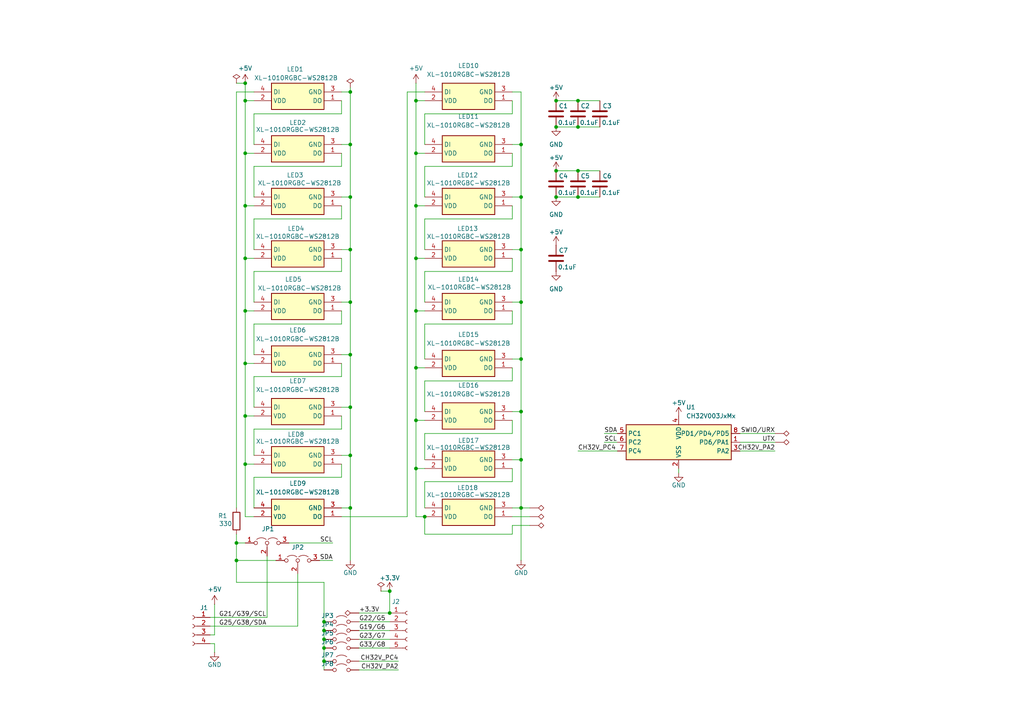
<source format=kicad_sch>
(kicad_sch
	(version 20250114)
	(generator "eeschema")
	(generator_version "9.0")
	(uuid "32146cc8-7d05-4a2d-a631-23dc17265aac")
	(paper "A4")
	(lib_symbols
		(symbol "+5V_1"
			(power)
			(pin_numbers
				(hide yes)
			)
			(pin_names
				(offset 0)
				(hide yes)
			)
			(exclude_from_sim no)
			(in_bom yes)
			(on_board yes)
			(property "Reference" "#PWR"
				(at 0 -3.81 0)
				(effects
					(font
						(size 1.27 1.27)
					)
					(hide yes)
				)
			)
			(property "Value" "+5V"
				(at 0 3.556 0)
				(effects
					(font
						(size 1.27 1.27)
					)
				)
			)
			(property "Footprint" ""
				(at 0 0 0)
				(effects
					(font
						(size 1.27 1.27)
					)
					(hide yes)
				)
			)
			(property "Datasheet" ""
				(at 0 0 0)
				(effects
					(font
						(size 1.27 1.27)
					)
					(hide yes)
				)
			)
			(property "Description" "Power symbol creates a global label with name \"+5V\""
				(at 0 0 0)
				(effects
					(font
						(size 1.27 1.27)
					)
					(hide yes)
				)
			)
			(property "ki_keywords" "global power"
				(at 0 0 0)
				(effects
					(font
						(size 1.27 1.27)
					)
					(hide yes)
				)
			)
			(symbol "+5V_1_0_1"
				(polyline
					(pts
						(xy -0.762 1.27) (xy 0 2.54)
					)
					(stroke
						(width 0)
						(type default)
					)
					(fill
						(type none)
					)
				)
				(polyline
					(pts
						(xy 0 2.54) (xy 0.762 1.27)
					)
					(stroke
						(width 0)
						(type default)
					)
					(fill
						(type none)
					)
				)
				(polyline
					(pts
						(xy 0 0) (xy 0 2.54)
					)
					(stroke
						(width 0)
						(type default)
					)
					(fill
						(type none)
					)
				)
			)
			(symbol "+5V_1_1_1"
				(pin power_in line
					(at 0 0 90)
					(length 0)
					(name "~"
						(effects
							(font
								(size 1.27 1.27)
							)
						)
					)
					(number "1"
						(effects
							(font
								(size 1.27 1.27)
							)
						)
					)
				)
			)
			(embedded_fonts no)
		)
		(symbol "+5V_2"
			(power)
			(pin_numbers
				(hide yes)
			)
			(pin_names
				(offset 0)
				(hide yes)
			)
			(exclude_from_sim no)
			(in_bom yes)
			(on_board yes)
			(property "Reference" "#PWR"
				(at 0 -3.81 0)
				(effects
					(font
						(size 1.27 1.27)
					)
					(hide yes)
				)
			)
			(property "Value" "+5V"
				(at 0 3.556 0)
				(effects
					(font
						(size 1.27 1.27)
					)
				)
			)
			(property "Footprint" ""
				(at 0 0 0)
				(effects
					(font
						(size 1.27 1.27)
					)
					(hide yes)
				)
			)
			(property "Datasheet" ""
				(at 0 0 0)
				(effects
					(font
						(size 1.27 1.27)
					)
					(hide yes)
				)
			)
			(property "Description" "Power symbol creates a global label with name \"+5V\""
				(at 0 0 0)
				(effects
					(font
						(size 1.27 1.27)
					)
					(hide yes)
				)
			)
			(property "ki_keywords" "global power"
				(at 0 0 0)
				(effects
					(font
						(size 1.27 1.27)
					)
					(hide yes)
				)
			)
			(symbol "+5V_2_0_1"
				(polyline
					(pts
						(xy -0.762 1.27) (xy 0 2.54)
					)
					(stroke
						(width 0)
						(type default)
					)
					(fill
						(type none)
					)
				)
				(polyline
					(pts
						(xy 0 2.54) (xy 0.762 1.27)
					)
					(stroke
						(width 0)
						(type default)
					)
					(fill
						(type none)
					)
				)
				(polyline
					(pts
						(xy 0 0) (xy 0 2.54)
					)
					(stroke
						(width 0)
						(type default)
					)
					(fill
						(type none)
					)
				)
			)
			(symbol "+5V_2_1_1"
				(pin power_in line
					(at 0 0 90)
					(length 0)
					(name "~"
						(effects
							(font
								(size 1.27 1.27)
							)
						)
					)
					(number "1"
						(effects
							(font
								(size 1.27 1.27)
							)
						)
					)
				)
			)
			(embedded_fonts no)
		)
		(symbol "+5V_3"
			(power)
			(pin_numbers
				(hide yes)
			)
			(pin_names
				(offset 0)
				(hide yes)
			)
			(exclude_from_sim no)
			(in_bom yes)
			(on_board yes)
			(property "Reference" "#PWR"
				(at 0 -3.81 0)
				(effects
					(font
						(size 1.27 1.27)
					)
					(hide yes)
				)
			)
			(property "Value" "+5V"
				(at 0 3.556 0)
				(effects
					(font
						(size 1.27 1.27)
					)
				)
			)
			(property "Footprint" ""
				(at 0 0 0)
				(effects
					(font
						(size 1.27 1.27)
					)
					(hide yes)
				)
			)
			(property "Datasheet" ""
				(at 0 0 0)
				(effects
					(font
						(size 1.27 1.27)
					)
					(hide yes)
				)
			)
			(property "Description" "Power symbol creates a global label with name \"+5V\""
				(at 0 0 0)
				(effects
					(font
						(size 1.27 1.27)
					)
					(hide yes)
				)
			)
			(property "ki_keywords" "global power"
				(at 0 0 0)
				(effects
					(font
						(size 1.27 1.27)
					)
					(hide yes)
				)
			)
			(symbol "+5V_3_0_1"
				(polyline
					(pts
						(xy -0.762 1.27) (xy 0 2.54)
					)
					(stroke
						(width 0)
						(type default)
					)
					(fill
						(type none)
					)
				)
				(polyline
					(pts
						(xy 0 2.54) (xy 0.762 1.27)
					)
					(stroke
						(width 0)
						(type default)
					)
					(fill
						(type none)
					)
				)
				(polyline
					(pts
						(xy 0 0) (xy 0 2.54)
					)
					(stroke
						(width 0)
						(type default)
					)
					(fill
						(type none)
					)
				)
			)
			(symbol "+5V_3_1_1"
				(pin power_in line
					(at 0 0 90)
					(length 0)
					(name "~"
						(effects
							(font
								(size 1.27 1.27)
							)
						)
					)
					(number "1"
						(effects
							(font
								(size 1.27 1.27)
							)
						)
					)
				)
			)
			(embedded_fonts no)
		)
		(symbol "+5V_4"
			(power)
			(pin_numbers
				(hide yes)
			)
			(pin_names
				(offset 0)
				(hide yes)
			)
			(exclude_from_sim no)
			(in_bom yes)
			(on_board yes)
			(property "Reference" "#PWR"
				(at 0 -3.81 0)
				(effects
					(font
						(size 1.27 1.27)
					)
					(hide yes)
				)
			)
			(property "Value" "+5V"
				(at 0 3.556 0)
				(effects
					(font
						(size 1.27 1.27)
					)
				)
			)
			(property "Footprint" ""
				(at 0 0 0)
				(effects
					(font
						(size 1.27 1.27)
					)
					(hide yes)
				)
			)
			(property "Datasheet" ""
				(at 0 0 0)
				(effects
					(font
						(size 1.27 1.27)
					)
					(hide yes)
				)
			)
			(property "Description" "Power symbol creates a global label with name \"+5V\""
				(at 0 0 0)
				(effects
					(font
						(size 1.27 1.27)
					)
					(hide yes)
				)
			)
			(property "ki_keywords" "global power"
				(at 0 0 0)
				(effects
					(font
						(size 1.27 1.27)
					)
					(hide yes)
				)
			)
			(symbol "+5V_4_0_1"
				(polyline
					(pts
						(xy -0.762 1.27) (xy 0 2.54)
					)
					(stroke
						(width 0)
						(type default)
					)
					(fill
						(type none)
					)
				)
				(polyline
					(pts
						(xy 0 2.54) (xy 0.762 1.27)
					)
					(stroke
						(width 0)
						(type default)
					)
					(fill
						(type none)
					)
				)
				(polyline
					(pts
						(xy 0 0) (xy 0 2.54)
					)
					(stroke
						(width 0)
						(type default)
					)
					(fill
						(type none)
					)
				)
			)
			(symbol "+5V_4_1_1"
				(pin power_in line
					(at 0 0 90)
					(length 0)
					(name "~"
						(effects
							(font
								(size 1.27 1.27)
							)
						)
					)
					(number "1"
						(effects
							(font
								(size 1.27 1.27)
							)
						)
					)
				)
			)
			(embedded_fonts no)
		)
		(symbol "Connector:Conn_01x04_Socket"
			(pin_names
				(offset 1.016)
				(hide yes)
			)
			(exclude_from_sim no)
			(in_bom yes)
			(on_board yes)
			(property "Reference" "J"
				(at 0 5.08 0)
				(effects
					(font
						(size 1.27 1.27)
					)
				)
			)
			(property "Value" "Conn_01x04_Socket"
				(at 0 -7.62 0)
				(effects
					(font
						(size 1.27 1.27)
					)
				)
			)
			(property "Footprint" ""
				(at 0 0 0)
				(effects
					(font
						(size 1.27 1.27)
					)
					(hide yes)
				)
			)
			(property "Datasheet" "~"
				(at 0 0 0)
				(effects
					(font
						(size 1.27 1.27)
					)
					(hide yes)
				)
			)
			(property "Description" "Generic connector, single row, 01x04, script generated"
				(at 0 0 0)
				(effects
					(font
						(size 1.27 1.27)
					)
					(hide yes)
				)
			)
			(property "ki_locked" ""
				(at 0 0 0)
				(effects
					(font
						(size 1.27 1.27)
					)
				)
			)
			(property "ki_keywords" "connector"
				(at 0 0 0)
				(effects
					(font
						(size 1.27 1.27)
					)
					(hide yes)
				)
			)
			(property "ki_fp_filters" "Connector*:*_1x??_*"
				(at 0 0 0)
				(effects
					(font
						(size 1.27 1.27)
					)
					(hide yes)
				)
			)
			(symbol "Conn_01x04_Socket_1_1"
				(polyline
					(pts
						(xy -1.27 2.54) (xy -0.508 2.54)
					)
					(stroke
						(width 0.1524)
						(type default)
					)
					(fill
						(type none)
					)
				)
				(polyline
					(pts
						(xy -1.27 0) (xy -0.508 0)
					)
					(stroke
						(width 0.1524)
						(type default)
					)
					(fill
						(type none)
					)
				)
				(polyline
					(pts
						(xy -1.27 -2.54) (xy -0.508 -2.54)
					)
					(stroke
						(width 0.1524)
						(type default)
					)
					(fill
						(type none)
					)
				)
				(polyline
					(pts
						(xy -1.27 -5.08) (xy -0.508 -5.08)
					)
					(stroke
						(width 0.1524)
						(type default)
					)
					(fill
						(type none)
					)
				)
				(arc
					(start 0 2.032)
					(mid -0.5058 2.54)
					(end 0 3.048)
					(stroke
						(width 0.1524)
						(type default)
					)
					(fill
						(type none)
					)
				)
				(arc
					(start 0 -0.508)
					(mid -0.5058 0)
					(end 0 0.508)
					(stroke
						(width 0.1524)
						(type default)
					)
					(fill
						(type none)
					)
				)
				(arc
					(start 0 -3.048)
					(mid -0.5058 -2.54)
					(end 0 -2.032)
					(stroke
						(width 0.1524)
						(type default)
					)
					(fill
						(type none)
					)
				)
				(arc
					(start 0 -5.588)
					(mid -0.5058 -5.08)
					(end 0 -4.572)
					(stroke
						(width 0.1524)
						(type default)
					)
					(fill
						(type none)
					)
				)
				(pin passive line
					(at -5.08 2.54 0)
					(length 3.81)
					(name "Pin_1"
						(effects
							(font
								(size 1.27 1.27)
							)
						)
					)
					(number "1"
						(effects
							(font
								(size 1.27 1.27)
							)
						)
					)
				)
				(pin passive line
					(at -5.08 0 0)
					(length 3.81)
					(name "Pin_2"
						(effects
							(font
								(size 1.27 1.27)
							)
						)
					)
					(number "2"
						(effects
							(font
								(size 1.27 1.27)
							)
						)
					)
				)
				(pin passive line
					(at -5.08 -2.54 0)
					(length 3.81)
					(name "Pin_3"
						(effects
							(font
								(size 1.27 1.27)
							)
						)
					)
					(number "3"
						(effects
							(font
								(size 1.27 1.27)
							)
						)
					)
				)
				(pin passive line
					(at -5.08 -5.08 0)
					(length 3.81)
					(name "Pin_4"
						(effects
							(font
								(size 1.27 1.27)
							)
						)
					)
					(number "4"
						(effects
							(font
								(size 1.27 1.27)
							)
						)
					)
				)
			)
			(embedded_fonts no)
		)
		(symbol "Connector:Conn_01x05_Socket"
			(pin_names
				(offset 1.016)
				(hide yes)
			)
			(exclude_from_sim no)
			(in_bom yes)
			(on_board yes)
			(property "Reference" "J"
				(at 0 7.62 0)
				(effects
					(font
						(size 1.27 1.27)
					)
				)
			)
			(property "Value" "Conn_01x05_Socket"
				(at 0 -7.62 0)
				(effects
					(font
						(size 1.27 1.27)
					)
				)
			)
			(property "Footprint" ""
				(at 0 0 0)
				(effects
					(font
						(size 1.27 1.27)
					)
					(hide yes)
				)
			)
			(property "Datasheet" "~"
				(at 0 0 0)
				(effects
					(font
						(size 1.27 1.27)
					)
					(hide yes)
				)
			)
			(property "Description" "Generic connector, single row, 01x05, script generated"
				(at 0 0 0)
				(effects
					(font
						(size 1.27 1.27)
					)
					(hide yes)
				)
			)
			(property "ki_locked" ""
				(at 0 0 0)
				(effects
					(font
						(size 1.27 1.27)
					)
				)
			)
			(property "ki_keywords" "connector"
				(at 0 0 0)
				(effects
					(font
						(size 1.27 1.27)
					)
					(hide yes)
				)
			)
			(property "ki_fp_filters" "Connector*:*_1x??_*"
				(at 0 0 0)
				(effects
					(font
						(size 1.27 1.27)
					)
					(hide yes)
				)
			)
			(symbol "Conn_01x05_Socket_1_1"
				(polyline
					(pts
						(xy -1.27 5.08) (xy -0.508 5.08)
					)
					(stroke
						(width 0.1524)
						(type default)
					)
					(fill
						(type none)
					)
				)
				(polyline
					(pts
						(xy -1.27 2.54) (xy -0.508 2.54)
					)
					(stroke
						(width 0.1524)
						(type default)
					)
					(fill
						(type none)
					)
				)
				(polyline
					(pts
						(xy -1.27 0) (xy -0.508 0)
					)
					(stroke
						(width 0.1524)
						(type default)
					)
					(fill
						(type none)
					)
				)
				(polyline
					(pts
						(xy -1.27 -2.54) (xy -0.508 -2.54)
					)
					(stroke
						(width 0.1524)
						(type default)
					)
					(fill
						(type none)
					)
				)
				(polyline
					(pts
						(xy -1.27 -5.08) (xy -0.508 -5.08)
					)
					(stroke
						(width 0.1524)
						(type default)
					)
					(fill
						(type none)
					)
				)
				(arc
					(start 0 4.572)
					(mid -0.5058 5.08)
					(end 0 5.588)
					(stroke
						(width 0.1524)
						(type default)
					)
					(fill
						(type none)
					)
				)
				(arc
					(start 0 2.032)
					(mid -0.5058 2.54)
					(end 0 3.048)
					(stroke
						(width 0.1524)
						(type default)
					)
					(fill
						(type none)
					)
				)
				(arc
					(start 0 -0.508)
					(mid -0.5058 0)
					(end 0 0.508)
					(stroke
						(width 0.1524)
						(type default)
					)
					(fill
						(type none)
					)
				)
				(arc
					(start 0 -3.048)
					(mid -0.5058 -2.54)
					(end 0 -2.032)
					(stroke
						(width 0.1524)
						(type default)
					)
					(fill
						(type none)
					)
				)
				(arc
					(start 0 -5.588)
					(mid -0.5058 -5.08)
					(end 0 -4.572)
					(stroke
						(width 0.1524)
						(type default)
					)
					(fill
						(type none)
					)
				)
				(pin passive line
					(at -5.08 5.08 0)
					(length 3.81)
					(name "Pin_1"
						(effects
							(font
								(size 1.27 1.27)
							)
						)
					)
					(number "1"
						(effects
							(font
								(size 1.27 1.27)
							)
						)
					)
				)
				(pin passive line
					(at -5.08 2.54 0)
					(length 3.81)
					(name "Pin_2"
						(effects
							(font
								(size 1.27 1.27)
							)
						)
					)
					(number "2"
						(effects
							(font
								(size 1.27 1.27)
							)
						)
					)
				)
				(pin passive line
					(at -5.08 0 0)
					(length 3.81)
					(name "Pin_3"
						(effects
							(font
								(size 1.27 1.27)
							)
						)
					)
					(number "3"
						(effects
							(font
								(size 1.27 1.27)
							)
						)
					)
				)
				(pin passive line
					(at -5.08 -2.54 0)
					(length 3.81)
					(name "Pin_4"
						(effects
							(font
								(size 1.27 1.27)
							)
						)
					)
					(number "4"
						(effects
							(font
								(size 1.27 1.27)
							)
						)
					)
				)
				(pin passive line
					(at -5.08 -5.08 0)
					(length 3.81)
					(name "Pin_5"
						(effects
							(font
								(size 1.27 1.27)
							)
						)
					)
					(number "5"
						(effects
							(font
								(size 1.27 1.27)
							)
						)
					)
				)
			)
			(embedded_fonts no)
		)
		(symbol "Connector:TestPoint_Alt"
			(pin_numbers
				(hide yes)
			)
			(pin_names
				(offset 0.762)
				(hide yes)
			)
			(exclude_from_sim no)
			(in_bom yes)
			(on_board yes)
			(property "Reference" "TP"
				(at 0 6.858 0)
				(effects
					(font
						(size 1.27 1.27)
					)
				)
			)
			(property "Value" "TestPoint_Alt"
				(at 0 5.08 0)
				(effects
					(font
						(size 1.27 1.27)
					)
				)
			)
			(property "Footprint" ""
				(at 5.08 0 0)
				(effects
					(font
						(size 1.27 1.27)
					)
					(hide yes)
				)
			)
			(property "Datasheet" "~"
				(at 5.08 0 0)
				(effects
					(font
						(size 1.27 1.27)
					)
					(hide yes)
				)
			)
			(property "Description" "test point (alternative shape)"
				(at 0 0 0)
				(effects
					(font
						(size 1.27 1.27)
					)
					(hide yes)
				)
			)
			(property "ki_keywords" "test point tp"
				(at 0 0 0)
				(effects
					(font
						(size 1.27 1.27)
					)
					(hide yes)
				)
			)
			(property "ki_fp_filters" "Pin* Test*"
				(at 0 0 0)
				(effects
					(font
						(size 1.27 1.27)
					)
					(hide yes)
				)
			)
			(symbol "TestPoint_Alt_0_1"
				(polyline
					(pts
						(xy 0 2.54) (xy -0.762 3.302) (xy 0 4.064) (xy 0.762 3.302) (xy 0 2.54)
					)
					(stroke
						(width 0)
						(type default)
					)
					(fill
						(type none)
					)
				)
			)
			(symbol "TestPoint_Alt_1_1"
				(pin passive line
					(at 0 0 90)
					(length 2.54)
					(name "1"
						(effects
							(font
								(size 1.27 1.27)
							)
						)
					)
					(number "1"
						(effects
							(font
								(size 1.27 1.27)
							)
						)
					)
				)
			)
			(embedded_fonts no)
		)
		(symbol "Device:C"
			(pin_numbers
				(hide yes)
			)
			(pin_names
				(offset 0.254)
			)
			(exclude_from_sim no)
			(in_bom yes)
			(on_board yes)
			(property "Reference" "C"
				(at 0.635 2.54 0)
				(effects
					(font
						(size 1.27 1.27)
					)
					(justify left)
				)
			)
			(property "Value" "C"
				(at 0.635 -2.54 0)
				(effects
					(font
						(size 1.27 1.27)
					)
					(justify left)
				)
			)
			(property "Footprint" ""
				(at 0.9652 -3.81 0)
				(effects
					(font
						(size 1.27 1.27)
					)
					(hide yes)
				)
			)
			(property "Datasheet" "~"
				(at 0 0 0)
				(effects
					(font
						(size 1.27 1.27)
					)
					(hide yes)
				)
			)
			(property "Description" "Unpolarized capacitor"
				(at 0 0 0)
				(effects
					(font
						(size 1.27 1.27)
					)
					(hide yes)
				)
			)
			(property "ki_keywords" "cap capacitor"
				(at 0 0 0)
				(effects
					(font
						(size 1.27 1.27)
					)
					(hide yes)
				)
			)
			(property "ki_fp_filters" "C_*"
				(at 0 0 0)
				(effects
					(font
						(size 1.27 1.27)
					)
					(hide yes)
				)
			)
			(symbol "C_0_1"
				(polyline
					(pts
						(xy -2.032 0.762) (xy 2.032 0.762)
					)
					(stroke
						(width 0.508)
						(type default)
					)
					(fill
						(type none)
					)
				)
				(polyline
					(pts
						(xy -2.032 -0.762) (xy 2.032 -0.762)
					)
					(stroke
						(width 0.508)
						(type default)
					)
					(fill
						(type none)
					)
				)
			)
			(symbol "C_1_1"
				(pin passive line
					(at 0 3.81 270)
					(length 2.794)
					(name "~"
						(effects
							(font
								(size 1.27 1.27)
							)
						)
					)
					(number "1"
						(effects
							(font
								(size 1.27 1.27)
							)
						)
					)
				)
				(pin passive line
					(at 0 -3.81 90)
					(length 2.794)
					(name "~"
						(effects
							(font
								(size 1.27 1.27)
							)
						)
					)
					(number "2"
						(effects
							(font
								(size 1.27 1.27)
							)
						)
					)
				)
			)
			(embedded_fonts no)
		)
		(symbol "Device:R"
			(pin_numbers
				(hide yes)
			)
			(pin_names
				(offset 0)
			)
			(exclude_from_sim no)
			(in_bom yes)
			(on_board yes)
			(property "Reference" "R"
				(at 2.032 0 90)
				(effects
					(font
						(size 1.27 1.27)
					)
				)
			)
			(property "Value" "R"
				(at 0 0 90)
				(effects
					(font
						(size 1.27 1.27)
					)
				)
			)
			(property "Footprint" ""
				(at -1.778 0 90)
				(effects
					(font
						(size 1.27 1.27)
					)
					(hide yes)
				)
			)
			(property "Datasheet" "~"
				(at 0 0 0)
				(effects
					(font
						(size 1.27 1.27)
					)
					(hide yes)
				)
			)
			(property "Description" "Resistor"
				(at 0 0 0)
				(effects
					(font
						(size 1.27 1.27)
					)
					(hide yes)
				)
			)
			(property "ki_keywords" "R res resistor"
				(at 0 0 0)
				(effects
					(font
						(size 1.27 1.27)
					)
					(hide yes)
				)
			)
			(property "ki_fp_filters" "R_*"
				(at 0 0 0)
				(effects
					(font
						(size 1.27 1.27)
					)
					(hide yes)
				)
			)
			(symbol "R_0_1"
				(rectangle
					(start -1.016 -2.54)
					(end 1.016 2.54)
					(stroke
						(width 0.254)
						(type default)
					)
					(fill
						(type none)
					)
				)
			)
			(symbol "R_1_1"
				(pin passive line
					(at 0 3.81 270)
					(length 1.27)
					(name "~"
						(effects
							(font
								(size 1.27 1.27)
							)
						)
					)
					(number "1"
						(effects
							(font
								(size 1.27 1.27)
							)
						)
					)
				)
				(pin passive line
					(at 0 -3.81 90)
					(length 1.27)
					(name "~"
						(effects
							(font
								(size 1.27 1.27)
							)
						)
					)
					(number "2"
						(effects
							(font
								(size 1.27 1.27)
							)
						)
					)
				)
			)
			(embedded_fonts no)
		)
		(symbol "GND_1"
			(power)
			(pin_numbers
				(hide yes)
			)
			(pin_names
				(offset 0)
				(hide yes)
			)
			(exclude_from_sim no)
			(in_bom yes)
			(on_board yes)
			(property "Reference" "#PWR"
				(at 0 -6.35 0)
				(effects
					(font
						(size 1.27 1.27)
					)
					(hide yes)
				)
			)
			(property "Value" "GND"
				(at 0 -3.81 0)
				(effects
					(font
						(size 1.27 1.27)
					)
				)
			)
			(property "Footprint" ""
				(at 0 0 0)
				(effects
					(font
						(size 1.27 1.27)
					)
					(hide yes)
				)
			)
			(property "Datasheet" ""
				(at 0 0 0)
				(effects
					(font
						(size 1.27 1.27)
					)
					(hide yes)
				)
			)
			(property "Description" "Power symbol creates a global label with name \"GND\" , ground"
				(at 0 0 0)
				(effects
					(font
						(size 1.27 1.27)
					)
					(hide yes)
				)
			)
			(property "ki_keywords" "global power"
				(at 0 0 0)
				(effects
					(font
						(size 1.27 1.27)
					)
					(hide yes)
				)
			)
			(symbol "GND_1_0_1"
				(polyline
					(pts
						(xy 0 0) (xy 0 -1.27) (xy 1.27 -1.27) (xy 0 -2.54) (xy -1.27 -1.27) (xy 0 -1.27)
					)
					(stroke
						(width 0)
						(type default)
					)
					(fill
						(type none)
					)
				)
			)
			(symbol "GND_1_1_1"
				(pin power_in line
					(at 0 0 270)
					(length 0)
					(name "~"
						(effects
							(font
								(size 1.27 1.27)
							)
						)
					)
					(number "1"
						(effects
							(font
								(size 1.27 1.27)
							)
						)
					)
				)
			)
			(embedded_fonts no)
		)
		(symbol "GND_2"
			(power)
			(pin_numbers
				(hide yes)
			)
			(pin_names
				(offset 0)
				(hide yes)
			)
			(exclude_from_sim no)
			(in_bom yes)
			(on_board yes)
			(property "Reference" "#PWR"
				(at 0 -6.35 0)
				(effects
					(font
						(size 1.27 1.27)
					)
					(hide yes)
				)
			)
			(property "Value" "GND"
				(at 0 -3.81 0)
				(effects
					(font
						(size 1.27 1.27)
					)
				)
			)
			(property "Footprint" ""
				(at 0 0 0)
				(effects
					(font
						(size 1.27 1.27)
					)
					(hide yes)
				)
			)
			(property "Datasheet" ""
				(at 0 0 0)
				(effects
					(font
						(size 1.27 1.27)
					)
					(hide yes)
				)
			)
			(property "Description" "Power symbol creates a global label with name \"GND\" , ground"
				(at 0 0 0)
				(effects
					(font
						(size 1.27 1.27)
					)
					(hide yes)
				)
			)
			(property "ki_keywords" "global power"
				(at 0 0 0)
				(effects
					(font
						(size 1.27 1.27)
					)
					(hide yes)
				)
			)
			(symbol "GND_2_0_1"
				(polyline
					(pts
						(xy 0 0) (xy 0 -1.27) (xy 1.27 -1.27) (xy 0 -2.54) (xy -1.27 -1.27) (xy 0 -1.27)
					)
					(stroke
						(width 0)
						(type default)
					)
					(fill
						(type none)
					)
				)
			)
			(symbol "GND_2_1_1"
				(pin power_in line
					(at 0 0 270)
					(length 0)
					(name "~"
						(effects
							(font
								(size 1.27 1.27)
							)
						)
					)
					(number "1"
						(effects
							(font
								(size 1.27 1.27)
							)
						)
					)
				)
			)
			(embedded_fonts no)
		)
		(symbol "GND_3"
			(power)
			(pin_numbers
				(hide yes)
			)
			(pin_names
				(offset 0)
				(hide yes)
			)
			(exclude_from_sim no)
			(in_bom yes)
			(on_board yes)
			(property "Reference" "#PWR"
				(at 0 -6.35 0)
				(effects
					(font
						(size 1.27 1.27)
					)
					(hide yes)
				)
			)
			(property "Value" "GND"
				(at 0 -3.81 0)
				(effects
					(font
						(size 1.27 1.27)
					)
				)
			)
			(property "Footprint" ""
				(at 0 0 0)
				(effects
					(font
						(size 1.27 1.27)
					)
					(hide yes)
				)
			)
			(property "Datasheet" ""
				(at 0 0 0)
				(effects
					(font
						(size 1.27 1.27)
					)
					(hide yes)
				)
			)
			(property "Description" "Power symbol creates a global label with name \"GND\" , ground"
				(at 0 0 0)
				(effects
					(font
						(size 1.27 1.27)
					)
					(hide yes)
				)
			)
			(property "ki_keywords" "global power"
				(at 0 0 0)
				(effects
					(font
						(size 1.27 1.27)
					)
					(hide yes)
				)
			)
			(symbol "GND_3_0_1"
				(polyline
					(pts
						(xy 0 0) (xy 0 -1.27) (xy 1.27 -1.27) (xy 0 -2.54) (xy -1.27 -1.27) (xy 0 -1.27)
					)
					(stroke
						(width 0)
						(type default)
					)
					(fill
						(type none)
					)
				)
			)
			(symbol "GND_3_1_1"
				(pin power_in line
					(at 0 0 270)
					(length 0)
					(name "~"
						(effects
							(font
								(size 1.27 1.27)
							)
						)
					)
					(number "1"
						(effects
							(font
								(size 1.27 1.27)
							)
						)
					)
				)
			)
			(embedded_fonts no)
		)
		(symbol "GND_4"
			(power)
			(pin_numbers
				(hide yes)
			)
			(pin_names
				(offset 0)
				(hide yes)
			)
			(exclude_from_sim no)
			(in_bom yes)
			(on_board yes)
			(property "Reference" "#PWR"
				(at 0 -6.35 0)
				(effects
					(font
						(size 1.27 1.27)
					)
					(hide yes)
				)
			)
			(property "Value" "GND"
				(at 0 -3.81 0)
				(effects
					(font
						(size 1.27 1.27)
					)
				)
			)
			(property "Footprint" ""
				(at 0 0 0)
				(effects
					(font
						(size 1.27 1.27)
					)
					(hide yes)
				)
			)
			(property "Datasheet" ""
				(at 0 0 0)
				(effects
					(font
						(size 1.27 1.27)
					)
					(hide yes)
				)
			)
			(property "Description" "Power symbol creates a global label with name \"GND\" , ground"
				(at 0 0 0)
				(effects
					(font
						(size 1.27 1.27)
					)
					(hide yes)
				)
			)
			(property "ki_keywords" "global power"
				(at 0 0 0)
				(effects
					(font
						(size 1.27 1.27)
					)
					(hide yes)
				)
			)
			(symbol "GND_4_0_1"
				(polyline
					(pts
						(xy 0 0) (xy 0 -1.27) (xy 1.27 -1.27) (xy 0 -2.54) (xy -1.27 -1.27) (xy 0 -1.27)
					)
					(stroke
						(width 0)
						(type default)
					)
					(fill
						(type none)
					)
				)
			)
			(symbol "GND_4_1_1"
				(pin power_in line
					(at 0 0 270)
					(length 0)
					(name "~"
						(effects
							(font
								(size 1.27 1.27)
							)
						)
					)
					(number "1"
						(effects
							(font
								(size 1.27 1.27)
							)
						)
					)
				)
			)
			(embedded_fonts no)
		)
		(symbol "GND_5"
			(power)
			(pin_numbers
				(hide yes)
			)
			(pin_names
				(offset 0)
				(hide yes)
			)
			(exclude_from_sim no)
			(in_bom yes)
			(on_board yes)
			(property "Reference" "#PWR"
				(at 0 -6.35 0)
				(effects
					(font
						(size 1.27 1.27)
					)
					(hide yes)
				)
			)
			(property "Value" "GND"
				(at 0 -3.81 0)
				(effects
					(font
						(size 1.27 1.27)
					)
				)
			)
			(property "Footprint" ""
				(at 0 0 0)
				(effects
					(font
						(size 1.27 1.27)
					)
					(hide yes)
				)
			)
			(property "Datasheet" ""
				(at 0 0 0)
				(effects
					(font
						(size 1.27 1.27)
					)
					(hide yes)
				)
			)
			(property "Description" "Power symbol creates a global label with name \"GND\" , ground"
				(at 0 0 0)
				(effects
					(font
						(size 1.27 1.27)
					)
					(hide yes)
				)
			)
			(property "ki_keywords" "global power"
				(at 0 0 0)
				(effects
					(font
						(size 1.27 1.27)
					)
					(hide yes)
				)
			)
			(symbol "GND_5_0_1"
				(polyline
					(pts
						(xy 0 0) (xy 0 -1.27) (xy 1.27 -1.27) (xy 0 -2.54) (xy -1.27 -1.27) (xy 0 -1.27)
					)
					(stroke
						(width 0)
						(type default)
					)
					(fill
						(type none)
					)
				)
			)
			(symbol "GND_5_1_1"
				(pin power_in line
					(at 0 0 270)
					(length 0)
					(name "~"
						(effects
							(font
								(size 1.27 1.27)
							)
						)
					)
					(number "1"
						(effects
							(font
								(size 1.27 1.27)
							)
						)
					)
				)
			)
			(embedded_fonts no)
		)
		(symbol "GND_6"
			(power)
			(pin_numbers
				(hide yes)
			)
			(pin_names
				(offset 0)
				(hide yes)
			)
			(exclude_from_sim no)
			(in_bom yes)
			(on_board yes)
			(property "Reference" "#PWR"
				(at 0 -6.35 0)
				(effects
					(font
						(size 1.27 1.27)
					)
					(hide yes)
				)
			)
			(property "Value" "GND"
				(at 0 -3.81 0)
				(effects
					(font
						(size 1.27 1.27)
					)
				)
			)
			(property "Footprint" ""
				(at 0 0 0)
				(effects
					(font
						(size 1.27 1.27)
					)
					(hide yes)
				)
			)
			(property "Datasheet" ""
				(at 0 0 0)
				(effects
					(font
						(size 1.27 1.27)
					)
					(hide yes)
				)
			)
			(property "Description" "Power symbol creates a global label with name \"GND\" , ground"
				(at 0 0 0)
				(effects
					(font
						(size 1.27 1.27)
					)
					(hide yes)
				)
			)
			(property "ki_keywords" "global power"
				(at 0 0 0)
				(effects
					(font
						(size 1.27 1.27)
					)
					(hide yes)
				)
			)
			(symbol "GND_6_0_1"
				(polyline
					(pts
						(xy 0 0) (xy 0 -1.27) (xy 1.27 -1.27) (xy 0 -2.54) (xy -1.27 -1.27) (xy 0 -1.27)
					)
					(stroke
						(width 0)
						(type default)
					)
					(fill
						(type none)
					)
				)
			)
			(symbol "GND_6_1_1"
				(pin power_in line
					(at 0 0 270)
					(length 0)
					(name "~"
						(effects
							(font
								(size 1.27 1.27)
							)
						)
					)
					(number "1"
						(effects
							(font
								(size 1.27 1.27)
							)
						)
					)
				)
			)
			(embedded_fonts no)
		)
		(symbol "Jumper:Jumper_2_Open"
			(pin_numbers
				(hide yes)
			)
			(pin_names
				(offset 0)
				(hide yes)
			)
			(exclude_from_sim no)
			(in_bom yes)
			(on_board yes)
			(property "Reference" "JP"
				(at 0 2.794 0)
				(effects
					(font
						(size 1.27 1.27)
					)
				)
			)
			(property "Value" "Jumper_2_Open"
				(at 0 -2.286 0)
				(effects
					(font
						(size 1.27 1.27)
					)
				)
			)
			(property "Footprint" ""
				(at 0 0 0)
				(effects
					(font
						(size 1.27 1.27)
					)
					(hide yes)
				)
			)
			(property "Datasheet" "~"
				(at 0 0 0)
				(effects
					(font
						(size 1.27 1.27)
					)
					(hide yes)
				)
			)
			(property "Description" "Jumper, 2-pole, open"
				(at 0 0 0)
				(effects
					(font
						(size 1.27 1.27)
					)
					(hide yes)
				)
			)
			(property "ki_keywords" "Jumper SPST"
				(at 0 0 0)
				(effects
					(font
						(size 1.27 1.27)
					)
					(hide yes)
				)
			)
			(property "ki_fp_filters" "Jumper* TestPoint*2Pads* TestPoint*Bridge*"
				(at 0 0 0)
				(effects
					(font
						(size 1.27 1.27)
					)
					(hide yes)
				)
			)
			(symbol "Jumper_2_Open_0_0"
				(circle
					(center -2.032 0)
					(radius 0.508)
					(stroke
						(width 0)
						(type default)
					)
					(fill
						(type none)
					)
				)
				(circle
					(center 2.032 0)
					(radius 0.508)
					(stroke
						(width 0)
						(type default)
					)
					(fill
						(type none)
					)
				)
			)
			(symbol "Jumper_2_Open_0_1"
				(arc
					(start -1.524 1.27)
					(mid 0 1.778)
					(end 1.524 1.27)
					(stroke
						(width 0)
						(type default)
					)
					(fill
						(type none)
					)
				)
			)
			(symbol "Jumper_2_Open_1_1"
				(pin passive line
					(at -5.08 0 0)
					(length 2.54)
					(name "A"
						(effects
							(font
								(size 1.27 1.27)
							)
						)
					)
					(number "1"
						(effects
							(font
								(size 1.27 1.27)
							)
						)
					)
				)
				(pin passive line
					(at 5.08 0 180)
					(length 2.54)
					(name "B"
						(effects
							(font
								(size 1.27 1.27)
							)
						)
					)
					(number "2"
						(effects
							(font
								(size 1.27 1.27)
							)
						)
					)
				)
			)
			(embedded_fonts no)
		)
		(symbol "Jumper:Jumper_3_Open"
			(pin_names
				(offset 0)
				(hide yes)
			)
			(exclude_from_sim no)
			(in_bom no)
			(on_board yes)
			(property "Reference" "JP"
				(at -2.54 -2.54 0)
				(effects
					(font
						(size 1.27 1.27)
					)
				)
			)
			(property "Value" "Jumper_3_Open"
				(at 0 2.794 0)
				(effects
					(font
						(size 1.27 1.27)
					)
				)
			)
			(property "Footprint" ""
				(at 0 0 0)
				(effects
					(font
						(size 1.27 1.27)
					)
					(hide yes)
				)
			)
			(property "Datasheet" "~"
				(at 0 0 0)
				(effects
					(font
						(size 1.27 1.27)
					)
					(hide yes)
				)
			)
			(property "Description" "Jumper, 3-pole, both open"
				(at 0 0 0)
				(effects
					(font
						(size 1.27 1.27)
					)
					(hide yes)
				)
			)
			(property "ki_keywords" "Jumper SPDT"
				(at 0 0 0)
				(effects
					(font
						(size 1.27 1.27)
					)
					(hide yes)
				)
			)
			(property "ki_fp_filters" "Jumper* TestPoint*3Pads* TestPoint*Bridge*"
				(at 0 0 0)
				(effects
					(font
						(size 1.27 1.27)
					)
					(hide yes)
				)
			)
			(symbol "Jumper_3_Open_0_0"
				(circle
					(center -3.302 0)
					(radius 0.508)
					(stroke
						(width 0)
						(type default)
					)
					(fill
						(type none)
					)
				)
				(circle
					(center 0 0)
					(radius 0.508)
					(stroke
						(width 0)
						(type default)
					)
					(fill
						(type none)
					)
				)
				(circle
					(center 3.302 0)
					(radius 0.508)
					(stroke
						(width 0)
						(type default)
					)
					(fill
						(type none)
					)
				)
			)
			(symbol "Jumper_3_Open_0_1"
				(arc
					(start -3.048 1.016)
					(mid -1.651 1.4992)
					(end -0.254 1.016)
					(stroke
						(width 0)
						(type default)
					)
					(fill
						(type none)
					)
				)
				(polyline
					(pts
						(xy 0 -0.508) (xy 0 -1.27)
					)
					(stroke
						(width 0)
						(type default)
					)
					(fill
						(type none)
					)
				)
				(arc
					(start 0.254 1.016)
					(mid 1.651 1.4992)
					(end 3.048 1.016)
					(stroke
						(width 0)
						(type default)
					)
					(fill
						(type none)
					)
				)
			)
			(symbol "Jumper_3_Open_1_1"
				(pin passive line
					(at -6.35 0 0)
					(length 2.54)
					(name "A"
						(effects
							(font
								(size 1.27 1.27)
							)
						)
					)
					(number "1"
						(effects
							(font
								(size 1.27 1.27)
							)
						)
					)
				)
				(pin passive line
					(at 0 -3.81 90)
					(length 2.54)
					(name "C"
						(effects
							(font
								(size 1.27 1.27)
							)
						)
					)
					(number "2"
						(effects
							(font
								(size 1.27 1.27)
							)
						)
					)
				)
				(pin passive line
					(at 6.35 0 180)
					(length 2.54)
					(name "B"
						(effects
							(font
								(size 1.27 1.27)
							)
						)
					)
					(number "3"
						(effects
							(font
								(size 1.27 1.27)
							)
						)
					)
				)
			)
			(embedded_fonts no)
		)
		(symbol "MCU_WCH_CH32V0:CH32V003JxMx"
			(exclude_from_sim no)
			(in_bom yes)
			(on_board yes)
			(property "Reference" "U"
				(at -15.24 7.62 0)
				(effects
					(font
						(size 1.27 1.27)
					)
				)
			)
			(property "Value" "CH32V003JxMx"
				(at 15.24 7.62 0)
				(effects
					(font
						(size 1.27 1.27)
					)
				)
			)
			(property "Footprint" "Package_SO:JEITA_SOIC-8_3.9x4.9mm_P1.27mm"
				(at 0 0 0)
				(effects
					(font
						(size 1.27 1.27)
					)
					(hide yes)
				)
			)
			(property "Datasheet" "https://www.wch-ic.com/products/CH32V003.html"
				(at 0 0 0)
				(effects
					(font
						(size 1.27 1.27)
					)
					(hide yes)
				)
			)
			(property "Description" "CH32V003 series are industrial-grade general-purpose microcontrollers designed based on 32-bit RISC-V instruction set and architecture. It adopts QingKe V2A core, RV32EC instruction set, and supports 2 levels of interrupt nesting. The series are mounted with rich peripheral interfaces and function modules. Its internal organizational structure meets the low-cost and low-power embedded application scenarios. JEITA SOIC-8 (SOP-8)"
				(at 0 0 0)
				(effects
					(font
						(size 1.27 1.27)
					)
					(hide yes)
				)
			)
			(property "ki_keywords" "microcontroller wch RISC-V"
				(at 0 0 0)
				(effects
					(font
						(size 1.27 1.27)
					)
					(hide yes)
				)
			)
			(property "ki_fp_filters" "JEITA?SOIC*3.9x4.9mm*P1.27mm*"
				(at 0 0 0)
				(effects
					(font
						(size 1.27 1.27)
					)
					(hide yes)
				)
			)
			(symbol "CH32V003JxMx_1_1"
				(rectangle
					(start -15.24 5.08)
					(end 15.24 -5.08)
					(stroke
						(width 0.254)
						(type default)
					)
					(fill
						(type background)
					)
				)
				(pin bidirectional line
					(at -17.78 2.54 0)
					(length 2.54)
					(name "PC1"
						(effects
							(font
								(size 1.27 1.27)
							)
						)
					)
					(number "5"
						(effects
							(font
								(size 1.27 1.27)
							)
						)
					)
					(alternate "NSS" bidirectional line)
					(alternate "SDA" bidirectional line)
					(alternate "T1BKIN_1" bidirectional line)
					(alternate "T1BKIN_3" bidirectional line)
					(alternate "T2CH1ETR_2" bidirectional line)
					(alternate "T2CH1ETR_3" bidirectional line)
					(alternate "T2CH4_1" bidirectional line)
					(alternate "URX_3" bidirectional line)
				)
				(pin bidirectional line
					(at -17.78 0 0)
					(length 2.54)
					(name "PC2"
						(effects
							(font
								(size 1.27 1.27)
							)
						)
					)
					(number "6"
						(effects
							(font
								(size 1.27 1.27)
							)
						)
					)
					(alternate "AETR_1" bidirectional line)
					(alternate "SCL" bidirectional line)
					(alternate "T1BKIN" bidirectional line)
					(alternate "T1BKIN_2" bidirectional line)
					(alternate "T1ETR_3" bidirectional line)
					(alternate "T2CH2_1" bidirectional line)
					(alternate "URTS" bidirectional line)
					(alternate "URTS_1" bidirectional line)
				)
				(pin bidirectional line
					(at -17.78 -2.54 0)
					(length 2.54)
					(name "PC4"
						(effects
							(font
								(size 1.27 1.27)
							)
						)
					)
					(number "7"
						(effects
							(font
								(size 1.27 1.27)
							)
						)
					)
					(alternate "A2" bidirectional line)
					(alternate "MCO" bidirectional line)
					(alternate "T1CH1_3" bidirectional line)
					(alternate "T1CH2N_1" bidirectional line)
					(alternate "T1CH4" bidirectional line)
					(alternate "T1CH4_2" bidirectional line)
				)
				(pin power_in line
					(at 0 7.62 270)
					(length 2.54)
					(name "VDD"
						(effects
							(font
								(size 1.27 1.27)
							)
						)
					)
					(number "4"
						(effects
							(font
								(size 1.27 1.27)
							)
						)
					)
				)
				(pin power_in line
					(at 0 -7.62 90)
					(length 2.54)
					(name "VSS"
						(effects
							(font
								(size 1.27 1.27)
							)
						)
					)
					(number "2"
						(effects
							(font
								(size 1.27 1.27)
							)
						)
					)
				)
				(pin bidirectional line
					(at 17.78 2.54 180)
					(length 2.54)
					(name "PD1/PD4/PD5"
						(effects
							(font
								(size 1.27 1.27)
							)
						)
					)
					(number "8"
						(effects
							(font
								(size 1.27 1.27)
							)
						)
					)
					(alternate "A5" bidirectional line)
					(alternate "A7" bidirectional line)
					(alternate "AETR2" bidirectional line)
					(alternate "OPO" bidirectional line)
					(alternate "SCL_1" bidirectional line)
					(alternate "SWIO" bidirectional line)
					(alternate "T1CH3N" bidirectional line)
					(alternate "T1CH3N_1" bidirectional line)
					(alternate "T1CH3N_2" bidirectional line)
					(alternate "T1CH4_3" bidirectional line)
					(alternate "T2CH1ETR" bidirectional line)
					(alternate "T2CH4_3" bidirectional line)
					(alternate "TIETR_2" bidirectional line)
					(alternate "UCK" bidirectional line)
					(alternate "URX_1" bidirectional line)
					(alternate "URX_2" bidirectional line)
					(alternate "UTX" bidirectional line)
				)
				(pin bidirectional line
					(at 17.78 0 180)
					(length 2.54)
					(name "PD6/PA1"
						(effects
							(font
								(size 1.27 1.27)
							)
						)
					)
					(number "1"
						(effects
							(font
								(size 1.27 1.27)
							)
						)
					)
					(alternate "A1" bidirectional line)
					(alternate "A6" bidirectional line)
					(alternate "OPN0" bidirectional line)
					(alternate "OSCI" bidirectional line)
					(alternate "T1CH2" bidirectional line)
					(alternate "T1CH2_2" bidirectional line)
					(alternate "T2CH3_3" bidirectional line)
					(alternate "URX" bidirectional line)
					(alternate "UTX_2" bidirectional line)
				)
				(pin bidirectional line
					(at 17.78 -2.54 180)
					(length 2.54)
					(name "PA2"
						(effects
							(font
								(size 1.27 1.27)
							)
						)
					)
					(number "3"
						(effects
							(font
								(size 1.27 1.27)
							)
						)
					)
					(alternate "A0" bidirectional line)
					(alternate "AETR2_1" bidirectional line)
					(alternate "OPP0" bidirectional line)
					(alternate "OSCO" bidirectional line)
					(alternate "TICH2N" bidirectional line)
					(alternate "TICH2N_2" bidirectional line)
				)
			)
			(embedded_fonts no)
		)
		(symbol "My_Library:LED_XL-1010RGBC-WS2812B"
			(exclude_from_sim no)
			(in_bom yes)
			(on_board yes)
			(property "Reference" "LED1"
				(at 12.7 7.112 0)
				(effects
					(font
						(size 1.27 1.27)
					)
				)
			)
			(property "Value" "XL-1010RGBC-WS2812B"
				(at 12.7 4.572 0)
				(effects
					(font
						(size 1.27 1.27)
					)
				)
			)
			(property "Footprint" "My_Library:LED XL-1010RGBC-WS2812B"
				(at 21.59 -94.92 0)
				(effects
					(font
						(size 1.27 1.27)
					)
					(justify left top)
					(hide yes)
				)
			)
			(property "Datasheet" "https://www.lcsc.com/datasheet/C5349953.pdf"
				(at 21.59 -194.92 0)
				(effects
					(font
						(size 1.27 1.27)
					)
					(justify left top)
					(hide yes)
				)
			)
			(property "Description" ""
				(at 0 0 0)
				(effects
					(font
						(size 1.27 1.27)
					)
					(hide yes)
				)
			)
			(property "Height" "0.84"
				(at 21.59 -394.92 0)
				(effects
					(font
						(size 1.27 1.27)
					)
					(justify left top)
					(hide yes)
				)
			)
			(property "Manufacturer_Name" "Worldsemi"
				(at 21.59 -494.92 0)
				(effects
					(font
						(size 1.27 1.27)
					)
					(justify left top)
					(hide yes)
				)
			)
			(property "Manufacturer_Part_Number" "WS2812C-2020"
				(at 21.59 -594.92 0)
				(effects
					(font
						(size 1.27 1.27)
					)
					(justify left top)
					(hide yes)
				)
			)
			(property "Arrow Part Number" ""
				(at 21.59 -894.92 0)
				(effects
					(font
						(size 1.27 1.27)
					)
					(justify left top)
					(hide yes)
				)
			)
			(property "Arrow Price/Stock" ""
				(at 21.59 -994.92 0)
				(effects
					(font
						(size 1.27 1.27)
					)
					(justify left top)
					(hide yes)
				)
			)
			(property "LCSC" "C5349953"
				(at 0 0 0)
				(effects
					(font
						(size 1.27 1.27)
					)
					(hide yes)
				)
			)
			(symbol "LED_XL-1010RGBC-WS2812B_1_1"
				(rectangle
					(start 5.08 2.54)
					(end 20.32 -5.08)
					(stroke
						(width 0.254)
						(type default)
					)
					(fill
						(type background)
					)
				)
				(pin passive line
					(at 0 0 0)
					(length 5.08)
					(name "DI"
						(effects
							(font
								(size 1.27 1.27)
							)
						)
					)
					(number "4"
						(effects
							(font
								(size 1.27 1.27)
							)
						)
					)
				)
				(pin passive line
					(at 0 -2.54 0)
					(length 5.08)
					(name "VDD"
						(effects
							(font
								(size 1.27 1.27)
							)
						)
					)
					(number "2"
						(effects
							(font
								(size 1.27 1.27)
							)
						)
					)
				)
				(pin passive line
					(at 25.4 0 180)
					(length 5.08)
					(name "GND"
						(effects
							(font
								(size 1.27 1.27)
							)
						)
					)
					(number "3"
						(effects
							(font
								(size 1.27 1.27)
							)
						)
					)
				)
				(pin passive line
					(at 25.4 -2.54 180)
					(length 5.08)
					(name "DO"
						(effects
							(font
								(size 1.27 1.27)
							)
						)
					)
					(number "1"
						(effects
							(font
								(size 1.27 1.27)
							)
						)
					)
				)
			)
			(embedded_fonts no)
		)
		(symbol "power:+3.3V"
			(power)
			(pin_numbers
				(hide yes)
			)
			(pin_names
				(offset 0)
				(hide yes)
			)
			(exclude_from_sim no)
			(in_bom yes)
			(on_board yes)
			(property "Reference" "#PWR"
				(at 0 -3.81 0)
				(effects
					(font
						(size 1.27 1.27)
					)
					(hide yes)
				)
			)
			(property "Value" "+3.3V"
				(at 0 3.556 0)
				(effects
					(font
						(size 1.27 1.27)
					)
				)
			)
			(property "Footprint" ""
				(at 0 0 0)
				(effects
					(font
						(size 1.27 1.27)
					)
					(hide yes)
				)
			)
			(property "Datasheet" ""
				(at 0 0 0)
				(effects
					(font
						(size 1.27 1.27)
					)
					(hide yes)
				)
			)
			(property "Description" "Power symbol creates a global label with name \"+3.3V\""
				(at 0 0 0)
				(effects
					(font
						(size 1.27 1.27)
					)
					(hide yes)
				)
			)
			(property "ki_keywords" "global power"
				(at 0 0 0)
				(effects
					(font
						(size 1.27 1.27)
					)
					(hide yes)
				)
			)
			(symbol "+3.3V_0_1"
				(polyline
					(pts
						(xy -0.762 1.27) (xy 0 2.54)
					)
					(stroke
						(width 0)
						(type default)
					)
					(fill
						(type none)
					)
				)
				(polyline
					(pts
						(xy 0 2.54) (xy 0.762 1.27)
					)
					(stroke
						(width 0)
						(type default)
					)
					(fill
						(type none)
					)
				)
				(polyline
					(pts
						(xy 0 0) (xy 0 2.54)
					)
					(stroke
						(width 0)
						(type default)
					)
					(fill
						(type none)
					)
				)
			)
			(symbol "+3.3V_1_1"
				(pin power_in line
					(at 0 0 90)
					(length 0)
					(name "~"
						(effects
							(font
								(size 1.27 1.27)
							)
						)
					)
					(number "1"
						(effects
							(font
								(size 1.27 1.27)
							)
						)
					)
				)
			)
			(embedded_fonts no)
		)
		(symbol "power:GND"
			(power)
			(pin_numbers
				(hide yes)
			)
			(pin_names
				(offset 0)
				(hide yes)
			)
			(exclude_from_sim no)
			(in_bom yes)
			(on_board yes)
			(property "Reference" "#PWR"
				(at 0 -6.35 0)
				(effects
					(font
						(size 1.27 1.27)
					)
					(hide yes)
				)
			)
			(property "Value" "GND"
				(at 0 -3.81 0)
				(effects
					(font
						(size 1.27 1.27)
					)
				)
			)
			(property "Footprint" ""
				(at 0 0 0)
				(effects
					(font
						(size 1.27 1.27)
					)
					(hide yes)
				)
			)
			(property "Datasheet" ""
				(at 0 0 0)
				(effects
					(font
						(size 1.27 1.27)
					)
					(hide yes)
				)
			)
			(property "Description" "Power symbol creates a global label with name \"GND\" , ground"
				(at 0 0 0)
				(effects
					(font
						(size 1.27 1.27)
					)
					(hide yes)
				)
			)
			(property "ki_keywords" "global power"
				(at 0 0 0)
				(effects
					(font
						(size 1.27 1.27)
					)
					(hide yes)
				)
			)
			(symbol "GND_0_1"
				(polyline
					(pts
						(xy 0 0) (xy 0 -1.27) (xy 1.27 -1.27) (xy 0 -2.54) (xy -1.27 -1.27) (xy 0 -1.27)
					)
					(stroke
						(width 0)
						(type default)
					)
					(fill
						(type none)
					)
				)
			)
			(symbol "GND_1_1"
				(pin power_in line
					(at 0 0 270)
					(length 0)
					(name "~"
						(effects
							(font
								(size 1.27 1.27)
							)
						)
					)
					(number "1"
						(effects
							(font
								(size 1.27 1.27)
							)
						)
					)
				)
			)
			(embedded_fonts no)
		)
		(symbol "power:PWR_FLAG"
			(power)
			(pin_numbers
				(hide yes)
			)
			(pin_names
				(offset 0)
				(hide yes)
			)
			(exclude_from_sim no)
			(in_bom yes)
			(on_board yes)
			(property "Reference" "#FLG"
				(at 0 1.905 0)
				(effects
					(font
						(size 1.27 1.27)
					)
					(hide yes)
				)
			)
			(property "Value" "PWR_FLAG"
				(at 0 3.81 0)
				(effects
					(font
						(size 1.27 1.27)
					)
				)
			)
			(property "Footprint" ""
				(at 0 0 0)
				(effects
					(font
						(size 1.27 1.27)
					)
					(hide yes)
				)
			)
			(property "Datasheet" "~"
				(at 0 0 0)
				(effects
					(font
						(size 1.27 1.27)
					)
					(hide yes)
				)
			)
			(property "Description" "Special symbol for telling ERC where power comes from"
				(at 0 0 0)
				(effects
					(font
						(size 1.27 1.27)
					)
					(hide yes)
				)
			)
			(property "ki_keywords" "flag power"
				(at 0 0 0)
				(effects
					(font
						(size 1.27 1.27)
					)
					(hide yes)
				)
			)
			(symbol "PWR_FLAG_0_0"
				(pin power_out line
					(at 0 0 90)
					(length 0)
					(name "~"
						(effects
							(font
								(size 1.27 1.27)
							)
						)
					)
					(number "1"
						(effects
							(font
								(size 1.27 1.27)
							)
						)
					)
				)
			)
			(symbol "PWR_FLAG_0_1"
				(polyline
					(pts
						(xy 0 0) (xy 0 1.27) (xy -1.016 1.905) (xy 0 2.54) (xy 1.016 1.905) (xy 0 1.27)
					)
					(stroke
						(width 0)
						(type default)
					)
					(fill
						(type none)
					)
				)
			)
			(embedded_fonts no)
		)
	)
	(junction
		(at 123.19 149.86)
		(diameter 0)
		(color 0 0 0 0)
		(uuid "0148e006-f97a-46fa-bc97-d329a5d444b6")
	)
	(junction
		(at 120.65 29.21)
		(diameter 0)
		(color 0 0 0 0)
		(uuid "13984b0b-4608-491e-9cdc-9e47428b01d9")
	)
	(junction
		(at 68.58 157.48)
		(diameter 0)
		(color 0 0 0 0)
		(uuid "1c1fc75c-b4de-404f-9ae8-5d87a59ba493")
	)
	(junction
		(at 93.98 180.34)
		(diameter 0)
		(color 0 0 0 0)
		(uuid "2306535e-a295-4c30-9df5-fa67fb739b0c")
	)
	(junction
		(at 101.6 102.87)
		(diameter 0)
		(color 0 0 0 0)
		(uuid "30834573-4db5-4fb0-abd5-0de3a25e4bf1")
	)
	(junction
		(at 101.6 41.91)
		(diameter 0)
		(color 0 0 0 0)
		(uuid "42282160-495c-4f17-927c-eb0d1355e085")
	)
	(junction
		(at 151.13 41.91)
		(diameter 0)
		(color 0 0 0 0)
		(uuid "5ac93709-0b57-4d60-b08d-c50a318118b3")
	)
	(junction
		(at 93.98 191.77)
		(diameter 0)
		(color 0 0 0 0)
		(uuid "5af56148-9488-4f26-a256-112479a3b748")
	)
	(junction
		(at 71.12 59.69)
		(diameter 0)
		(color 0 0 0 0)
		(uuid "5de9cfa2-1ec6-4f6f-8e44-cc7b668b4892")
	)
	(junction
		(at 101.6 87.63)
		(diameter 0)
		(color 0 0 0 0)
		(uuid "5eeb7208-d879-417d-80f4-5119001d1425")
	)
	(junction
		(at 151.13 57.15)
		(diameter 0)
		(color 0 0 0 0)
		(uuid "5f879206-29a4-4179-84bb-0cb94828e829")
	)
	(junction
		(at 93.98 185.42)
		(diameter 0)
		(color 0 0 0 0)
		(uuid "62a6fb5a-df6e-48cc-aefe-6a18d23823db")
	)
	(junction
		(at 167.64 36.83)
		(diameter 0)
		(color 0 0 0 0)
		(uuid "6769e225-d2d1-4d2a-8814-b3336002169b")
	)
	(junction
		(at 120.65 106.68)
		(diameter 0)
		(color 0 0 0 0)
		(uuid "68928e88-0058-4ea7-a7cb-0209d9bfcad7")
	)
	(junction
		(at 68.58 162.56)
		(diameter 0)
		(color 0 0 0 0)
		(uuid "6ef8f69c-80f5-47c7-8fea-86d966b9235f")
	)
	(junction
		(at 161.29 57.15)
		(diameter 0)
		(color 0 0 0 0)
		(uuid "723bd3e5-8ee2-4ea5-acca-b3504bfdb64a")
	)
	(junction
		(at 71.12 29.21)
		(diameter 0)
		(color 0 0 0 0)
		(uuid "72e988e7-b276-44de-8fe7-b0459755dc9c")
	)
	(junction
		(at 93.98 187.96)
		(diameter 0)
		(color 0 0 0 0)
		(uuid "7c31f4c1-84ef-4878-aabe-003e2936a9f9")
	)
	(junction
		(at 93.98 182.88)
		(diameter 0)
		(color 0 0 0 0)
		(uuid "823e9052-2d14-4d2c-b0a4-958dbb0ffe6c")
	)
	(junction
		(at 113.03 171.45)
		(diameter 0)
		(color 0 0 0 0)
		(uuid "84dd3e5d-ce13-4ff8-8dc7-dce5c63c41b1")
	)
	(junction
		(at 151.13 87.63)
		(diameter 0)
		(color 0 0 0 0)
		(uuid "8805da47-2329-44c5-9555-1b1b661d65f6")
	)
	(junction
		(at 71.12 90.17)
		(diameter 0)
		(color 0 0 0 0)
		(uuid "888e1f36-afc9-43f1-bffe-d44553ac4539")
	)
	(junction
		(at 71.12 134.62)
		(diameter 0)
		(color 0 0 0 0)
		(uuid "8a3ae54b-6d44-409f-b24d-5182b78758dc")
	)
	(junction
		(at 151.13 104.14)
		(diameter 0)
		(color 0 0 0 0)
		(uuid "8be75c0b-76ab-456b-96cb-8285450ad0e7")
	)
	(junction
		(at 101.6 26.67)
		(diameter 0)
		(color 0 0 0 0)
		(uuid "8d92b58f-acbf-451d-8a8d-bb8472fa6242")
	)
	(junction
		(at 71.12 44.45)
		(diameter 0)
		(color 0 0 0 0)
		(uuid "9130ee3b-a0d3-424b-8fad-a340d26eed86")
	)
	(junction
		(at 161.29 49.53)
		(diameter 0)
		(color 0 0 0 0)
		(uuid "9819ab8d-3e42-4563-9100-99eb263223fc")
	)
	(junction
		(at 167.64 29.21)
		(diameter 0)
		(color 0 0 0 0)
		(uuid "adcecd70-4b6f-4b99-97a8-97b4e83779e3")
	)
	(junction
		(at 151.13 72.39)
		(diameter 0)
		(color 0 0 0 0)
		(uuid "aefb737d-d5f6-4881-8d3d-93745356bb15")
	)
	(junction
		(at 151.13 147.32)
		(diameter 0)
		(color 0 0 0 0)
		(uuid "b3ee764e-e4ec-498e-86e8-3a96fbddc423")
	)
	(junction
		(at 167.64 57.15)
		(diameter 0)
		(color 0 0 0 0)
		(uuid "bb021fa0-dd9e-41a1-b587-7d4b1dfc814f")
	)
	(junction
		(at 101.6 132.08)
		(diameter 0)
		(color 0 0 0 0)
		(uuid "c19d3ef2-6b64-4fe1-8634-29183a8ba15f")
	)
	(junction
		(at 120.65 44.45)
		(diameter 0)
		(color 0 0 0 0)
		(uuid "c29bbc39-cf33-456c-9bf8-fff429d6f166")
	)
	(junction
		(at 101.6 72.39)
		(diameter 0)
		(color 0 0 0 0)
		(uuid "c5361dfc-c9c9-440b-9a00-b600b61efd59")
	)
	(junction
		(at 120.65 121.92)
		(diameter 0)
		(color 0 0 0 0)
		(uuid "c6586583-63e3-49ac-a173-d3785b04ea33")
	)
	(junction
		(at 120.65 135.89)
		(diameter 0)
		(color 0 0 0 0)
		(uuid "c81e1605-4b77-48b5-b9cf-d0be5a2d669c")
	)
	(junction
		(at 71.12 74.93)
		(diameter 0)
		(color 0 0 0 0)
		(uuid "cce2e74e-68f2-45ca-ae8f-7b8d4af0c8cc")
	)
	(junction
		(at 71.12 24.13)
		(diameter 0)
		(color 0 0 0 0)
		(uuid "ce85faff-e52b-42b8-984a-a061a60d5be4")
	)
	(junction
		(at 167.64 49.53)
		(diameter 0)
		(color 0 0 0 0)
		(uuid "d21fec12-5017-4f48-9340-06c48085893f")
	)
	(junction
		(at 71.12 120.65)
		(diameter 0)
		(color 0 0 0 0)
		(uuid "d4622c4b-8dad-45e9-8689-2bb175fac6ac")
	)
	(junction
		(at 101.6 57.15)
		(diameter 0)
		(color 0 0 0 0)
		(uuid "d535129a-e264-4d53-8ebe-27de1c45c541")
	)
	(junction
		(at 161.29 29.21)
		(diameter 0)
		(color 0 0 0 0)
		(uuid "d6f253c1-6c88-474e-95ed-33f90cf52fee")
	)
	(junction
		(at 151.13 119.38)
		(diameter 0)
		(color 0 0 0 0)
		(uuid "da51b443-5812-423d-b4b0-83051057598a")
	)
	(junction
		(at 71.12 105.41)
		(diameter 0)
		(color 0 0 0 0)
		(uuid "dd5a0a48-b25a-4ed1-8d30-e4e744909a5e")
	)
	(junction
		(at 161.29 36.83)
		(diameter 0)
		(color 0 0 0 0)
		(uuid "dd7ef1fa-2cae-40dd-8a74-d49381bca2bf")
	)
	(junction
		(at 101.6 147.32)
		(diameter 0)
		(color 0 0 0 0)
		(uuid "e02c7f6c-d047-49b7-8581-21e9d646d8ca")
	)
	(junction
		(at 120.65 74.93)
		(diameter 0)
		(color 0 0 0 0)
		(uuid "e11c7097-e59b-4918-b2e7-866b6b67a17f")
	)
	(junction
		(at 151.13 133.35)
		(diameter 0)
		(color 0 0 0 0)
		(uuid "e4c9c167-0c3f-43de-84f2-4c2c6fe0aad9")
	)
	(junction
		(at 113.03 177.8)
		(diameter 0)
		(color 0 0 0 0)
		(uuid "ea742843-b394-4fd9-99a5-1d5d819e87c0")
	)
	(junction
		(at 120.65 90.17)
		(diameter 0)
		(color 0 0 0 0)
		(uuid "eae1c0ad-5d14-4da4-a864-bd9a7abab1e2")
	)
	(junction
		(at 101.6 118.11)
		(diameter 0)
		(color 0 0 0 0)
		(uuid "ef5c07d6-5a97-4db4-9a0f-33fc4244f8d3")
	)
	(junction
		(at 120.65 59.69)
		(diameter 0)
		(color 0 0 0 0)
		(uuid "f37c23a6-87e9-40f4-87a5-fac0ced8701e")
	)
	(wire
		(pts
			(xy 99.06 149.86) (xy 118.11 149.86)
		)
		(stroke
			(width 0)
			(type default)
		)
		(uuid "00771907-3f15-4278-bbde-1b9344b40ae2")
	)
	(wire
		(pts
			(xy 73.66 120.65) (xy 71.12 120.65)
		)
		(stroke
			(width 0)
			(type default)
		)
		(uuid "02579114-8b5d-41fc-befb-977fdbbc659d")
	)
	(wire
		(pts
			(xy 101.6 41.91) (xy 101.6 57.15)
		)
		(stroke
			(width 0)
			(type default)
		)
		(uuid "04102d7f-9761-4d98-85dd-94bc6d6eb667")
	)
	(wire
		(pts
			(xy 148.59 147.32) (xy 151.13 147.32)
		)
		(stroke
			(width 0)
			(type default)
		)
		(uuid "05369015-7de9-4132-97ab-d4cd52b35df0")
	)
	(wire
		(pts
			(xy 148.59 133.35) (xy 151.13 133.35)
		)
		(stroke
			(width 0)
			(type default)
		)
		(uuid "05e62019-405d-40da-95b4-20b9cd8b78d9")
	)
	(wire
		(pts
			(xy 148.59 119.38) (xy 151.13 119.38)
		)
		(stroke
			(width 0)
			(type default)
		)
		(uuid "068e165b-6870-4f67-91c9-600b0703352a")
	)
	(wire
		(pts
			(xy 101.6 72.39) (xy 101.6 87.63)
		)
		(stroke
			(width 0)
			(type default)
		)
		(uuid "07fb23ee-c683-49b2-a08f-fe4b6294a506")
	)
	(wire
		(pts
			(xy 73.66 147.32) (xy 73.66 138.43)
		)
		(stroke
			(width 0)
			(type default)
		)
		(uuid "0979cddb-bf5c-41b0-a317-426f76e8a60f")
	)
	(wire
		(pts
			(xy 148.59 74.93) (xy 148.59 78.74)
		)
		(stroke
			(width 0)
			(type default)
		)
		(uuid "09c5aa00-87c8-4da7-aa8c-2bc6906143e8")
	)
	(wire
		(pts
			(xy 167.64 57.15) (xy 173.99 57.15)
		)
		(stroke
			(width 0)
			(type default)
		)
		(uuid "0bd5689d-f16f-4af7-9ef3-cadcaf6e1b01")
	)
	(wire
		(pts
			(xy 120.65 44.45) (xy 120.65 59.69)
		)
		(stroke
			(width 0)
			(type default)
		)
		(uuid "0c913dc5-8160-44f6-926e-cb6a013e0bb4")
	)
	(wire
		(pts
			(xy 120.65 74.93) (xy 123.19 74.93)
		)
		(stroke
			(width 0)
			(type default)
		)
		(uuid "0cd81b66-756e-422a-9346-62d9ba05f5ef")
	)
	(wire
		(pts
			(xy 148.59 78.74) (xy 123.19 78.74)
		)
		(stroke
			(width 0)
			(type default)
		)
		(uuid "0fbb1c34-160d-4f58-8520-31851f5b4c5e")
	)
	(wire
		(pts
			(xy 123.19 147.32) (xy 123.19 139.7)
		)
		(stroke
			(width 0)
			(type default)
		)
		(uuid "11632584-5eeb-4de8-88e0-9be11ee1a2c6")
	)
	(wire
		(pts
			(xy 99.06 78.74) (xy 73.66 78.74)
		)
		(stroke
			(width 0)
			(type default)
		)
		(uuid "116b11e8-f38a-4e24-859a-e888bdcd1c77")
	)
	(wire
		(pts
			(xy 71.12 24.13) (xy 71.12 29.21)
		)
		(stroke
			(width 0)
			(type default)
		)
		(uuid "12b831d4-8b34-4882-89e5-aa363caedb2c")
	)
	(wire
		(pts
			(xy 120.65 59.69) (xy 123.19 59.69)
		)
		(stroke
			(width 0)
			(type default)
		)
		(uuid "134c18b4-6fad-4a9f-b247-05ab713722ae")
	)
	(wire
		(pts
			(xy 196.85 137.16) (xy 196.85 135.89)
		)
		(stroke
			(width 0)
			(type default)
		)
		(uuid "13b67ad5-8220-42b4-bb25-430d5977a9f5")
	)
	(wire
		(pts
			(xy 115.57 191.77) (xy 104.14 191.77)
		)
		(stroke
			(width 0)
			(type default)
		)
		(uuid "141128cf-065d-4622-bad6-021a5eb06ed4")
	)
	(wire
		(pts
			(xy 120.65 59.69) (xy 120.65 74.93)
		)
		(stroke
			(width 0)
			(type default)
		)
		(uuid "156eac52-4335-4017-b207-965d7c0f9623")
	)
	(wire
		(pts
			(xy 167.64 49.53) (xy 173.99 49.53)
		)
		(stroke
			(width 0)
			(type default)
		)
		(uuid "176d1deb-477d-4fab-a4a7-6f2e8871c493")
	)
	(wire
		(pts
			(xy 120.65 90.17) (xy 120.65 106.68)
		)
		(stroke
			(width 0)
			(type default)
		)
		(uuid "1a2e5379-c26e-46bc-844f-fd01f97953cd")
	)
	(wire
		(pts
			(xy 151.13 119.38) (xy 151.13 133.35)
		)
		(stroke
			(width 0)
			(type default)
		)
		(uuid "1b65c57b-c373-4a3f-87d8-6cee936d8e7d")
	)
	(wire
		(pts
			(xy 151.13 104.14) (xy 151.13 119.38)
		)
		(stroke
			(width 0)
			(type default)
		)
		(uuid "1bca1e82-1e93-427a-86a5-ec2a119f0bcf")
	)
	(wire
		(pts
			(xy 123.19 29.21) (xy 120.65 29.21)
		)
		(stroke
			(width 0)
			(type default)
		)
		(uuid "1c3dcb95-cfb7-4baa-8c65-7f3c363f4751")
	)
	(wire
		(pts
			(xy 113.03 171.45) (xy 113.03 177.8)
		)
		(stroke
			(width 0)
			(type default)
		)
		(uuid "1cec6974-9f90-4f89-a054-c45c437c01a1")
	)
	(wire
		(pts
			(xy 71.12 90.17) (xy 73.66 90.17)
		)
		(stroke
			(width 0)
			(type default)
		)
		(uuid "1de69b70-6741-4053-ae2a-c078b713c7d8")
	)
	(wire
		(pts
			(xy 110.49 171.45) (xy 113.03 171.45)
		)
		(stroke
			(width 0)
			(type default)
		)
		(uuid "1f55c9f3-98ad-4960-b207-a4b1aa117501")
	)
	(wire
		(pts
			(xy 104.14 187.96) (xy 113.03 187.96)
		)
		(stroke
			(width 0)
			(type default)
		)
		(uuid "27d48842-5e6c-45d3-af02-c2b548dcb355")
	)
	(wire
		(pts
			(xy 151.13 72.39) (xy 151.13 87.63)
		)
		(stroke
			(width 0)
			(type default)
		)
		(uuid "294add5b-dce0-47a3-9947-e0adb375d139")
	)
	(wire
		(pts
			(xy 151.13 147.32) (xy 153.67 147.32)
		)
		(stroke
			(width 0)
			(type default)
		)
		(uuid "29b15407-fba0-4228-a323-1894eae6b55c")
	)
	(wire
		(pts
			(xy 148.59 104.14) (xy 151.13 104.14)
		)
		(stroke
			(width 0)
			(type default)
		)
		(uuid "2c016e0d-5e40-42ef-b32e-0aee66cf0746")
	)
	(wire
		(pts
			(xy 68.58 162.56) (xy 80.01 162.56)
		)
		(stroke
			(width 0)
			(type default)
		)
		(uuid "2cbca204-4d99-462b-bc75-deb76a50e14a")
	)
	(wire
		(pts
			(xy 71.12 120.65) (xy 71.12 134.62)
		)
		(stroke
			(width 0)
			(type default)
		)
		(uuid "2eed5e41-069c-479e-93b0-e7faa67db397")
	)
	(wire
		(pts
			(xy 71.12 59.69) (xy 73.66 59.69)
		)
		(stroke
			(width 0)
			(type default)
		)
		(uuid "300937b8-241a-4ab5-b7ee-f0a783575c69")
	)
	(wire
		(pts
			(xy 93.98 168.91) (xy 93.98 180.34)
		)
		(stroke
			(width 0)
			(type default)
		)
		(uuid "317df842-3856-4387-8ce2-a8ef0c166094")
	)
	(wire
		(pts
			(xy 99.06 72.39) (xy 101.6 72.39)
		)
		(stroke
			(width 0)
			(type default)
		)
		(uuid "336837f5-9066-4095-8d16-6c189ccd620e")
	)
	(wire
		(pts
			(xy 120.65 74.93) (xy 120.65 90.17)
		)
		(stroke
			(width 0)
			(type default)
		)
		(uuid "33a52ba6-7fe0-4197-b8d6-b1b5923ac3a1")
	)
	(wire
		(pts
			(xy 175.26 125.73) (xy 179.07 125.73)
		)
		(stroke
			(width 0)
			(type default)
		)
		(uuid "37b6026e-06fc-43ba-910c-cbb96d2601da")
	)
	(wire
		(pts
			(xy 99.06 105.41) (xy 99.06 109.22)
		)
		(stroke
			(width 0)
			(type default)
		)
		(uuid "391750b9-5039-4d53-a0bb-01d6669921a0")
	)
	(wire
		(pts
			(xy 101.6 87.63) (xy 101.6 102.87)
		)
		(stroke
			(width 0)
			(type default)
		)
		(uuid "392d90e3-e4c5-41e7-89d9-9e048857f18a")
	)
	(wire
		(pts
			(xy 123.19 110.49) (xy 123.19 119.38)
		)
		(stroke
			(width 0)
			(type default)
		)
		(uuid "39343a27-b50c-472c-87be-7727eb8cdf0f")
	)
	(wire
		(pts
			(xy 101.6 132.08) (xy 101.6 147.32)
		)
		(stroke
			(width 0)
			(type default)
		)
		(uuid "397e7d3f-d019-400e-8644-e9cd2899414e")
	)
	(wire
		(pts
			(xy 99.06 118.11) (xy 101.6 118.11)
		)
		(stroke
			(width 0)
			(type default)
		)
		(uuid "3c28804d-7479-4eca-97df-d6c0a981bb56")
	)
	(wire
		(pts
			(xy 148.59 125.73) (xy 123.19 125.73)
		)
		(stroke
			(width 0)
			(type default)
		)
		(uuid "3e865c18-e6af-4a66-aaf4-c3ab595155c6")
	)
	(wire
		(pts
			(xy 86.36 166.37) (xy 86.36 181.61)
		)
		(stroke
			(width 0)
			(type default)
		)
		(uuid "3f55f833-2124-4090-b51e-070db1f7f7bf")
	)
	(wire
		(pts
			(xy 73.66 29.21) (xy 71.12 29.21)
		)
		(stroke
			(width 0)
			(type default)
		)
		(uuid "45638ee9-b579-49de-bf54-21c032fd2391")
	)
	(wire
		(pts
			(xy 99.06 57.15) (xy 101.6 57.15)
		)
		(stroke
			(width 0)
			(type default)
		)
		(uuid "458308d4-a86f-481e-b50f-8c5f6780dbfc")
	)
	(wire
		(pts
			(xy 99.06 124.46) (xy 73.66 124.46)
		)
		(stroke
			(width 0)
			(type default)
		)
		(uuid "45db4516-ece3-4c0d-98b9-a097a6efa012")
	)
	(wire
		(pts
			(xy 161.29 57.15) (xy 167.64 57.15)
		)
		(stroke
			(width 0)
			(type default)
		)
		(uuid "47121c7d-b554-47f2-a637-f68918ad21ae")
	)
	(wire
		(pts
			(xy 120.65 121.92) (xy 123.19 121.92)
		)
		(stroke
			(width 0)
			(type default)
		)
		(uuid "4cb3c694-4b43-4455-84bf-99f25337df8c")
	)
	(wire
		(pts
			(xy 148.59 106.68) (xy 148.59 110.49)
		)
		(stroke
			(width 0)
			(type default)
		)
		(uuid "4e51e9ef-9456-4965-9814-ce9ee5fec839")
	)
	(wire
		(pts
			(xy 99.06 102.87) (xy 101.6 102.87)
		)
		(stroke
			(width 0)
			(type default)
		)
		(uuid "4f08fd7b-326f-4fd2-9a4f-e0bb7b43c1e4")
	)
	(wire
		(pts
			(xy 99.06 44.45) (xy 99.06 48.26)
		)
		(stroke
			(width 0)
			(type default)
		)
		(uuid "51ed9328-8aeb-43a5-8958-30cef1d759d3")
	)
	(wire
		(pts
			(xy 123.19 33.02) (xy 123.19 41.91)
		)
		(stroke
			(width 0)
			(type default)
		)
		(uuid "527f37ce-20e9-4c5e-ad08-7ddb7f91e5fe")
	)
	(wire
		(pts
			(xy 93.98 187.96) (xy 93.98 191.77)
		)
		(stroke
			(width 0)
			(type default)
		)
		(uuid "56ce224b-c706-48ab-a727-9f1b17b8c74d")
	)
	(wire
		(pts
			(xy 62.23 186.69) (xy 60.96 186.69)
		)
		(stroke
			(width 0)
			(type default)
		)
		(uuid "56f4b219-ffa8-4000-aa51-3c2fed99e0d1")
	)
	(wire
		(pts
			(xy 71.12 90.17) (xy 71.12 105.41)
		)
		(stroke
			(width 0)
			(type default)
		)
		(uuid "56fc2bcc-027a-41da-bf46-b491fdb68c25")
	)
	(wire
		(pts
			(xy 99.06 90.17) (xy 99.06 93.98)
		)
		(stroke
			(width 0)
			(type default)
		)
		(uuid "596068d3-8d34-46ea-9134-4c9bf6212968")
	)
	(wire
		(pts
			(xy 115.57 194.31) (xy 104.14 194.31)
		)
		(stroke
			(width 0)
			(type default)
		)
		(uuid "5c47182d-bd2f-46cd-9382-7eb2003f9c8a")
	)
	(wire
		(pts
			(xy 101.6 57.15) (xy 101.6 72.39)
		)
		(stroke
			(width 0)
			(type default)
		)
		(uuid "5d5afcc1-2062-4222-8c19-dcae2ff7dac5")
	)
	(wire
		(pts
			(xy 73.66 33.02) (xy 73.66 41.91)
		)
		(stroke
			(width 0)
			(type default)
		)
		(uuid "5e0bf2ca-818d-4c73-ab3c-ea5c236626db")
	)
	(wire
		(pts
			(xy 99.06 48.26) (xy 73.66 48.26)
		)
		(stroke
			(width 0)
			(type default)
		)
		(uuid "60458ec7-020c-4050-a158-004ead4e7c12")
	)
	(wire
		(pts
			(xy 73.66 124.46) (xy 73.66 132.08)
		)
		(stroke
			(width 0)
			(type default)
		)
		(uuid "61942810-a39d-4a4c-bf5b-8bd0729d3a3b")
	)
	(wire
		(pts
			(xy 71.12 74.93) (xy 73.66 74.93)
		)
		(stroke
			(width 0)
			(type default)
		)
		(uuid "621272b5-266f-408a-8c9a-c40348662fba")
	)
	(wire
		(pts
			(xy 148.59 154.94) (xy 123.19 154.94)
		)
		(stroke
			(width 0)
			(type default)
		)
		(uuid "6299d137-3d68-4f85-8143-87527f4b5800")
	)
	(wire
		(pts
			(xy 123.19 139.7) (xy 148.59 139.7)
		)
		(stroke
			(width 0)
			(type default)
		)
		(uuid "635cea01-11be-43f9-ab88-6ae9361edfee")
	)
	(wire
		(pts
			(xy 153.67 152.4) (xy 148.59 152.4)
		)
		(stroke
			(width 0)
			(type default)
		)
		(uuid "666becac-5c39-48d2-aa22-96feda2c4dfd")
	)
	(wire
		(pts
			(xy 151.13 147.32) (xy 151.13 162.56)
		)
		(stroke
			(width 0)
			(type default)
		)
		(uuid "67662f28-b02a-45af-bcd4-e3807e59bf93")
	)
	(wire
		(pts
			(xy 161.29 36.83) (xy 167.64 36.83)
		)
		(stroke
			(width 0)
			(type default)
		)
		(uuid "6a15e99c-6bed-4744-80fc-688b5fe68313")
	)
	(wire
		(pts
			(xy 68.58 154.94) (xy 68.58 157.48)
		)
		(stroke
			(width 0)
			(type default)
		)
		(uuid "6a625428-5edd-4eae-a100-c6e418285c41")
	)
	(wire
		(pts
			(xy 73.66 138.43) (xy 99.06 138.43)
		)
		(stroke
			(width 0)
			(type default)
		)
		(uuid "6b2a4b88-defd-47f6-8d68-e18b4f1a2fa3")
	)
	(wire
		(pts
			(xy 120.65 29.21) (xy 120.65 44.45)
		)
		(stroke
			(width 0)
			(type default)
		)
		(uuid "6cdf0273-871f-4a2c-878e-bc3aa46bc190")
	)
	(wire
		(pts
			(xy 71.12 134.62) (xy 71.12 149.86)
		)
		(stroke
			(width 0)
			(type default)
		)
		(uuid "6d81e303-1824-481e-a34d-a2d68d1d50aa")
	)
	(wire
		(pts
			(xy 120.65 90.17) (xy 123.19 90.17)
		)
		(stroke
			(width 0)
			(type default)
		)
		(uuid "6e74da74-f2a2-44bb-b530-6bf4bcd334eb")
	)
	(wire
		(pts
			(xy 99.06 134.62) (xy 99.06 138.43)
		)
		(stroke
			(width 0)
			(type default)
		)
		(uuid "6f332dae-24d4-4e78-b50f-3e7d356f0636")
	)
	(wire
		(pts
			(xy 148.59 121.92) (xy 148.59 125.73)
		)
		(stroke
			(width 0)
			(type default)
		)
		(uuid "701bb924-9b46-4497-96f0-aa52098c5ede")
	)
	(wire
		(pts
			(xy 148.59 152.4) (xy 148.59 154.94)
		)
		(stroke
			(width 0)
			(type default)
		)
		(uuid "717c8d0f-5e0e-49c5-ae8f-851e4ac0e40a")
	)
	(wire
		(pts
			(xy 123.19 78.74) (xy 123.19 87.63)
		)
		(stroke
			(width 0)
			(type default)
		)
		(uuid "718a2eb6-c19d-4c5e-8d26-b470d97f5b7f")
	)
	(wire
		(pts
			(xy 148.59 44.45) (xy 148.59 48.26)
		)
		(stroke
			(width 0)
			(type default)
		)
		(uuid "726925c8-00f0-471a-bf0f-bed65f7b7042")
	)
	(wire
		(pts
			(xy 167.64 130.81) (xy 179.07 130.81)
		)
		(stroke
			(width 0)
			(type default)
		)
		(uuid "784196ad-1309-40bb-b85c-66af1736f713")
	)
	(wire
		(pts
			(xy 120.65 106.68) (xy 120.65 121.92)
		)
		(stroke
			(width 0)
			(type default)
		)
		(uuid "78a3d72f-ffc6-4f8c-bb11-0970bdcbc726")
	)
	(wire
		(pts
			(xy 62.23 175.26) (xy 62.23 184.15)
		)
		(stroke
			(width 0)
			(type default)
		)
		(uuid "79ab7bf1-b178-498f-81fe-ae7172237fc5")
	)
	(wire
		(pts
			(xy 104.14 177.8) (xy 113.03 177.8)
		)
		(stroke
			(width 0)
			(type default)
		)
		(uuid "7a09b958-8e31-4aac-8479-b7fea5211ce7")
	)
	(wire
		(pts
			(xy 148.59 59.69) (xy 148.59 63.5)
		)
		(stroke
			(width 0)
			(type default)
		)
		(uuid "7b41d50f-a859-4aff-a054-cb652401dc2a")
	)
	(wire
		(pts
			(xy 68.58 157.48) (xy 68.58 162.56)
		)
		(stroke
			(width 0)
			(type default)
		)
		(uuid "7c20f967-a93e-4095-a3e3-d37a95d9deaa")
	)
	(wire
		(pts
			(xy 99.06 33.02) (xy 99.06 29.21)
		)
		(stroke
			(width 0)
			(type default)
		)
		(uuid "7db4b304-5721-4733-9319-d4508cda1e93")
	)
	(wire
		(pts
			(xy 99.06 93.98) (xy 73.66 93.98)
		)
		(stroke
			(width 0)
			(type default)
		)
		(uuid "7f892272-1b68-4ccd-af98-ef5c94192f0d")
	)
	(wire
		(pts
			(xy 92.71 162.56) (xy 96.52 162.56)
		)
		(stroke
			(width 0)
			(type default)
		)
		(uuid "7fb3e179-834c-4848-977f-43eb97047a38")
	)
	(wire
		(pts
			(xy 71.12 59.69) (xy 71.12 74.93)
		)
		(stroke
			(width 0)
			(type default)
		)
		(uuid "825bc827-ad6b-49c0-833b-18f1ca7bdffa")
	)
	(wire
		(pts
			(xy 99.06 74.93) (xy 99.06 78.74)
		)
		(stroke
			(width 0)
			(type default)
		)
		(uuid "8293794a-136c-4a08-a0df-a3167f41ddbf")
	)
	(wire
		(pts
			(xy 148.59 87.63) (xy 151.13 87.63)
		)
		(stroke
			(width 0)
			(type default)
		)
		(uuid "839cb357-c6bb-473a-9f2a-04876bf73ff1")
	)
	(wire
		(pts
			(xy 224.79 130.81) (xy 214.63 130.81)
		)
		(stroke
			(width 0)
			(type default)
		)
		(uuid "847f1d1f-477d-4acc-8dc9-767872d72610")
	)
	(wire
		(pts
			(xy 62.23 186.69) (xy 62.23 189.23)
		)
		(stroke
			(width 0)
			(type default)
		)
		(uuid "89874e47-a8ec-453f-83fe-d9dda45d3164")
	)
	(wire
		(pts
			(xy 99.06 109.22) (xy 73.66 109.22)
		)
		(stroke
			(width 0)
			(type default)
		)
		(uuid "8b5f75cf-2988-482d-bd24-e996b4fd2543")
	)
	(wire
		(pts
			(xy 148.59 90.17) (xy 148.59 93.98)
		)
		(stroke
			(width 0)
			(type default)
		)
		(uuid "8bf7c4dc-d5c8-428d-9f74-498ebc5afb64")
	)
	(wire
		(pts
			(xy 77.47 161.29) (xy 77.47 179.07)
		)
		(stroke
			(width 0)
			(type default)
		)
		(uuid "8cf6532e-282a-41ba-ba13-8e7176ed8f7a")
	)
	(wire
		(pts
			(xy 151.13 26.67) (xy 151.13 41.91)
		)
		(stroke
			(width 0)
			(type default)
		)
		(uuid "8e106513-0adb-4887-944e-bb016796cab4")
	)
	(wire
		(pts
			(xy 148.59 93.98) (xy 123.19 93.98)
		)
		(stroke
			(width 0)
			(type default)
		)
		(uuid "8e474cd7-86dd-4edd-98b3-a64e06e82120")
	)
	(wire
		(pts
			(xy 118.11 26.67) (xy 123.19 26.67)
		)
		(stroke
			(width 0)
			(type default)
		)
		(uuid "8f314853-29f4-4cfd-ae3f-57a90cfb406d")
	)
	(wire
		(pts
			(xy 71.12 44.45) (xy 71.12 59.69)
		)
		(stroke
			(width 0)
			(type default)
		)
		(uuid "91faed1a-1c23-4249-9b95-11ec064818d9")
	)
	(wire
		(pts
			(xy 167.64 29.21) (xy 173.99 29.21)
		)
		(stroke
			(width 0)
			(type default)
		)
		(uuid "925cef36-63c0-4675-b5e8-61847e6c7cd7")
	)
	(wire
		(pts
			(xy 73.66 44.45) (xy 71.12 44.45)
		)
		(stroke
			(width 0)
			(type default)
		)
		(uuid "92684e81-b1a0-435a-8503-e8ffe55cbcbf")
	)
	(wire
		(pts
			(xy 73.66 78.74) (xy 73.66 87.63)
		)
		(stroke
			(width 0)
			(type default)
		)
		(uuid "93a20f62-9a57-4bb3-bfac-e2bd0f6684f3")
	)
	(wire
		(pts
			(xy 73.66 93.98) (xy 73.66 102.87)
		)
		(stroke
			(width 0)
			(type default)
		)
		(uuid "99b798d0-7dfb-4466-8160-b43de74f1836")
	)
	(wire
		(pts
			(xy 83.82 157.48) (xy 96.52 157.48)
		)
		(stroke
			(width 0)
			(type default)
		)
		(uuid "9b888582-0371-403e-920f-1cd67b538f98")
	)
	(wire
		(pts
			(xy 104.14 182.88) (xy 113.03 182.88)
		)
		(stroke
			(width 0)
			(type default)
		)
		(uuid "9d261932-476b-4ff9-be50-36bf4337e974")
	)
	(wire
		(pts
			(xy 148.59 63.5) (xy 123.19 63.5)
		)
		(stroke
			(width 0)
			(type default)
		)
		(uuid "9fa32888-abff-4119-b4ce-24b44d615a37")
	)
	(wire
		(pts
			(xy 99.06 132.08) (xy 101.6 132.08)
		)
		(stroke
			(width 0)
			(type default)
		)
		(uuid "a062f8e1-d8a9-408b-a9a8-9aa92eb39bea")
	)
	(wire
		(pts
			(xy 153.67 149.86) (xy 148.59 149.86)
		)
		(stroke
			(width 0)
			(type default)
		)
		(uuid "a14e2648-efa8-4120-9f89-3a2cd5e99acd")
	)
	(wire
		(pts
			(xy 62.23 184.15) (xy 60.96 184.15)
		)
		(stroke
			(width 0)
			(type default)
		)
		(uuid "a4067bef-64aa-467f-acb6-27078c07c2ba")
	)
	(wire
		(pts
			(xy 73.66 63.5) (xy 73.66 72.39)
		)
		(stroke
			(width 0)
			(type default)
		)
		(uuid "a48f00c4-b1b4-47ab-852c-6237fb8468e1")
	)
	(wire
		(pts
			(xy 123.19 125.73) (xy 123.19 133.35)
		)
		(stroke
			(width 0)
			(type default)
		)
		(uuid "a5277751-c311-4ef1-af5f-ce48bb2234ab")
	)
	(wire
		(pts
			(xy 104.14 185.42) (xy 113.03 185.42)
		)
		(stroke
			(width 0)
			(type default)
		)
		(uuid "a79c4e18-1db9-4ae9-ae26-a50161ffbcf5")
	)
	(wire
		(pts
			(xy 73.66 33.02) (xy 99.06 33.02)
		)
		(stroke
			(width 0)
			(type default)
		)
		(uuid "acf549a8-c401-445b-aa8b-1ea8fc408b3b")
	)
	(wire
		(pts
			(xy 123.19 93.98) (xy 123.19 104.14)
		)
		(stroke
			(width 0)
			(type default)
		)
		(uuid "ad0bfe30-5b56-4bfa-8f4c-eca0b0cc9b7f")
	)
	(wire
		(pts
			(xy 120.65 149.86) (xy 123.19 149.86)
		)
		(stroke
			(width 0)
			(type default)
		)
		(uuid "aeab0b83-2c14-409a-9fd2-4ef85e0170bb")
	)
	(wire
		(pts
			(xy 60.96 179.07) (xy 77.47 179.07)
		)
		(stroke
			(width 0)
			(type default)
		)
		(uuid "b0709475-1417-4284-aba6-d1062b80f74b")
	)
	(wire
		(pts
			(xy 68.58 26.67) (xy 68.58 147.32)
		)
		(stroke
			(width 0)
			(type default)
		)
		(uuid "b3efd261-a583-4e63-b5f9-e6a5b94055b6")
	)
	(wire
		(pts
			(xy 93.98 191.77) (xy 93.98 194.31)
		)
		(stroke
			(width 0)
			(type default)
		)
		(uuid "b4b9a47d-5a33-4f0f-8ec7-f4f7354af7dd")
	)
	(wire
		(pts
			(xy 93.98 180.34) (xy 93.98 182.88)
		)
		(stroke
			(width 0)
			(type default)
		)
		(uuid "b4ed55d3-cfb3-43ee-b475-ef00037d6b23")
	)
	(wire
		(pts
			(xy 120.65 24.13) (xy 120.65 29.21)
		)
		(stroke
			(width 0)
			(type default)
		)
		(uuid "b517a2c3-6abb-452c-820d-3cf3f5995813")
	)
	(wire
		(pts
			(xy 68.58 168.91) (xy 68.58 162.56)
		)
		(stroke
			(width 0)
			(type default)
		)
		(uuid "b7155ed1-cb98-4220-9fb3-26409e3ccec4")
	)
	(wire
		(pts
			(xy 118.11 26.67) (xy 118.11 149.86)
		)
		(stroke
			(width 0)
			(type default)
		)
		(uuid "bac8429b-fe54-4a8a-9071-219b82505f65")
	)
	(wire
		(pts
			(xy 151.13 133.35) (xy 151.13 147.32)
		)
		(stroke
			(width 0)
			(type default)
		)
		(uuid "bfcaf6b6-c5b7-4bba-978e-b8cef7b2fee5")
	)
	(wire
		(pts
			(xy 71.12 134.62) (xy 73.66 134.62)
		)
		(stroke
			(width 0)
			(type default)
		)
		(uuid "c0a72070-31d2-4f8e-9e8e-e73c04f3613f")
	)
	(wire
		(pts
			(xy 148.59 33.02) (xy 148.59 29.21)
		)
		(stroke
			(width 0)
			(type default)
		)
		(uuid "c0d4a533-ddb3-4c73-9e5a-6fd53852f2b2")
	)
	(wire
		(pts
			(xy 68.58 24.13) (xy 71.12 24.13)
		)
		(stroke
			(width 0)
			(type default)
		)
		(uuid "c22c2536-bff7-4797-b62d-69ecc90e8a26")
	)
	(wire
		(pts
			(xy 148.59 139.7) (xy 148.59 135.89)
		)
		(stroke
			(width 0)
			(type default)
		)
		(uuid "c38ba2a1-1c2b-41e6-b5df-0966c50036b9")
	)
	(wire
		(pts
			(xy 99.06 87.63) (xy 101.6 87.63)
		)
		(stroke
			(width 0)
			(type default)
		)
		(uuid "c4d982ad-f1cc-4fad-ad1b-f3357196f3f0")
	)
	(wire
		(pts
			(xy 73.66 26.67) (xy 68.58 26.67)
		)
		(stroke
			(width 0)
			(type default)
		)
		(uuid "c4e10292-510d-4b30-af25-cfb1e2d78eec")
	)
	(wire
		(pts
			(xy 120.65 106.68) (xy 123.19 106.68)
		)
		(stroke
			(width 0)
			(type default)
		)
		(uuid "c7397ed5-7112-4783-834d-d3b9b8f8ff17")
	)
	(wire
		(pts
			(xy 71.12 105.41) (xy 71.12 120.65)
		)
		(stroke
			(width 0)
			(type default)
		)
		(uuid "c875d855-7d81-4081-86fb-518671e62286")
	)
	(wire
		(pts
			(xy 151.13 57.15) (xy 151.13 72.39)
		)
		(stroke
			(width 0)
			(type default)
		)
		(uuid "cbc4954b-4495-4ed2-b3d8-7d21b4df3ac5")
	)
	(wire
		(pts
			(xy 99.06 41.91) (xy 101.6 41.91)
		)
		(stroke
			(width 0)
			(type default)
		)
		(uuid "cd366f5c-a559-4a2f-a44e-fa8c6f60c679")
	)
	(wire
		(pts
			(xy 148.59 57.15) (xy 151.13 57.15)
		)
		(stroke
			(width 0)
			(type default)
		)
		(uuid "d0546123-1995-4f25-8fdb-41c60c4643fb")
	)
	(wire
		(pts
			(xy 99.06 120.65) (xy 99.06 124.46)
		)
		(stroke
			(width 0)
			(type default)
		)
		(uuid "d187254f-4d2d-4130-b0a6-8015db71b82c")
	)
	(wire
		(pts
			(xy 71.12 105.41) (xy 73.66 105.41)
		)
		(stroke
			(width 0)
			(type default)
		)
		(uuid "d3244bd7-3424-4808-afe2-47f5b03a1e52")
	)
	(wire
		(pts
			(xy 93.98 185.42) (xy 93.98 187.96)
		)
		(stroke
			(width 0)
			(type default)
		)
		(uuid "d42fe842-fd6c-4cc9-9066-8174c3b6d2ff")
	)
	(wire
		(pts
			(xy 175.26 128.27) (xy 179.07 128.27)
		)
		(stroke
			(width 0)
			(type default)
		)
		(uuid "d4c299ba-6e1d-4c69-93f9-d8c44f192931")
	)
	(wire
		(pts
			(xy 71.12 29.21) (xy 71.12 44.45)
		)
		(stroke
			(width 0)
			(type default)
		)
		(uuid "d67085ce-69bb-4943-9661-f97510e305c3")
	)
	(wire
		(pts
			(xy 120.65 135.89) (xy 123.19 135.89)
		)
		(stroke
			(width 0)
			(type default)
		)
		(uuid "d86ffaa1-52fa-4a27-81c9-7b3a8f993bdd")
	)
	(wire
		(pts
			(xy 123.19 149.86) (xy 123.19 154.94)
		)
		(stroke
			(width 0)
			(type default)
		)
		(uuid "d99cbb4c-3cbc-4a72-94c7-45e21fca273a")
	)
	(wire
		(pts
			(xy 151.13 87.63) (xy 151.13 104.14)
		)
		(stroke
			(width 0)
			(type default)
		)
		(uuid "dbe26b27-5db0-46c0-9e48-4c40b29561cc")
	)
	(wire
		(pts
			(xy 148.59 48.26) (xy 123.19 48.26)
		)
		(stroke
			(width 0)
			(type default)
		)
		(uuid "dc165248-3374-4b7f-9f8a-1af0525d9c36")
	)
	(wire
		(pts
			(xy 167.64 36.83) (xy 173.99 36.83)
		)
		(stroke
			(width 0)
			(type default)
		)
		(uuid "dcc1ff72-53ee-4a6f-970e-202cc7811ab9")
	)
	(wire
		(pts
			(xy 148.59 41.91) (xy 151.13 41.91)
		)
		(stroke
			(width 0)
			(type default)
		)
		(uuid "dcd12db0-1705-4f65-8dd1-b1731685d3cf")
	)
	(wire
		(pts
			(xy 99.06 63.5) (xy 73.66 63.5)
		)
		(stroke
			(width 0)
			(type default)
		)
		(uuid "dd115be2-0133-4d41-8457-123fd052cc00")
	)
	(wire
		(pts
			(xy 99.06 26.67) (xy 101.6 26.67)
		)
		(stroke
			(width 0)
			(type default)
		)
		(uuid "dd4a0349-8c95-4a47-bc42-9dbef9eb4f27")
	)
	(wire
		(pts
			(xy 60.96 181.61) (xy 86.36 181.61)
		)
		(stroke
			(width 0)
			(type default)
		)
		(uuid "dd705258-afbe-4bdb-a469-a885ab420ae6")
	)
	(wire
		(pts
			(xy 148.59 110.49) (xy 123.19 110.49)
		)
		(stroke
			(width 0)
			(type default)
		)
		(uuid "de0ccdbe-54d0-4c1e-8821-2fceddd1d254")
	)
	(wire
		(pts
			(xy 73.66 48.26) (xy 73.66 57.15)
		)
		(stroke
			(width 0)
			(type default)
		)
		(uuid "e0295414-63db-4b2b-ad2b-e346d8255877")
	)
	(wire
		(pts
			(xy 99.06 147.32) (xy 101.6 147.32)
		)
		(stroke
			(width 0)
			(type default)
		)
		(uuid "e1fda44b-c948-4cb8-9dcc-feae04e866e1")
	)
	(wire
		(pts
			(xy 123.19 63.5) (xy 123.19 72.39)
		)
		(stroke
			(width 0)
			(type default)
		)
		(uuid "e29ae8c0-d4ba-49a9-8145-54ebfcd855c4")
	)
	(wire
		(pts
			(xy 161.29 29.21) (xy 167.64 29.21)
		)
		(stroke
			(width 0)
			(type default)
		)
		(uuid "e300d332-e447-4598-be75-1be59435edb7")
	)
	(wire
		(pts
			(xy 148.59 72.39) (xy 151.13 72.39)
		)
		(stroke
			(width 0)
			(type default)
		)
		(uuid "e68a8df7-5305-413d-907d-5ad75effd80e")
	)
	(wire
		(pts
			(xy 101.6 25.4) (xy 101.6 26.67)
		)
		(stroke
			(width 0)
			(type default)
		)
		(uuid "e718206c-d8c7-4888-92e8-fbc4645dc739")
	)
	(wire
		(pts
			(xy 71.12 74.93) (xy 71.12 90.17)
		)
		(stroke
			(width 0)
			(type default)
		)
		(uuid "e7ab577d-10c9-4e9e-9d3a-a872772b7813")
	)
	(wire
		(pts
			(xy 68.58 157.48) (xy 71.12 157.48)
		)
		(stroke
			(width 0)
			(type default)
		)
		(uuid "e877121c-3eb3-4b84-b606-b7c5edf4c5db")
	)
	(wire
		(pts
			(xy 101.6 147.32) (xy 101.6 162.56)
		)
		(stroke
			(width 0)
			(type default)
		)
		(uuid "e92b5d15-cd75-4244-ab6c-16c6f7cecea5")
	)
	(wire
		(pts
			(xy 123.19 48.26) (xy 123.19 57.15)
		)
		(stroke
			(width 0)
			(type default)
		)
		(uuid "e967719b-d3a6-4972-b8fe-e598b3492381")
	)
	(wire
		(pts
			(xy 99.06 59.69) (xy 99.06 63.5)
		)
		(stroke
			(width 0)
			(type default)
		)
		(uuid "ebaff077-bdd0-4252-8850-3606a71c1eeb")
	)
	(wire
		(pts
			(xy 101.6 26.67) (xy 101.6 41.91)
		)
		(stroke
			(width 0)
			(type default)
		)
		(uuid "ebb7a98e-0653-47c6-85ee-6e5cf372507e")
	)
	(wire
		(pts
			(xy 68.58 168.91) (xy 93.98 168.91)
		)
		(stroke
			(width 0)
			(type default)
		)
		(uuid "ed07f22c-bbb5-44ab-a95b-b2cc1b2bf1ac")
	)
	(wire
		(pts
			(xy 71.12 149.86) (xy 73.66 149.86)
		)
		(stroke
			(width 0)
			(type default)
		)
		(uuid "ef105a05-4efa-4739-a005-47de1d0c853d")
	)
	(wire
		(pts
			(xy 73.66 109.22) (xy 73.66 118.11)
		)
		(stroke
			(width 0)
			(type default)
		)
		(uuid "ef8f5bd5-3687-4334-b16f-439da1aa7a70")
	)
	(wire
		(pts
			(xy 151.13 41.91) (xy 151.13 57.15)
		)
		(stroke
			(width 0)
			(type default)
		)
		(uuid "efc88ac5-f424-4f43-bd9f-2407394dcf95")
	)
	(wire
		(pts
			(xy 148.59 26.67) (xy 151.13 26.67)
		)
		(stroke
			(width 0)
			(type default)
		)
		(uuid "f0d55565-4bd6-4765-8a3a-f32338a22588")
	)
	(wire
		(pts
			(xy 224.79 125.73) (xy 214.63 125.73)
		)
		(stroke
			(width 0)
			(type default)
		)
		(uuid "f0e7c0e1-a952-4d1b-99d2-2388da757014")
	)
	(wire
		(pts
			(xy 93.98 182.88) (xy 93.98 185.42)
		)
		(stroke
			(width 0)
			(type default)
		)
		(uuid "f1e2aa98-1f31-4f78-bef9-b2b86dbc6a60")
	)
	(wire
		(pts
			(xy 161.29 49.53) (xy 167.64 49.53)
		)
		(stroke
			(width 0)
			(type default)
		)
		(uuid "f305d37b-ac1b-44d9-b0b4-004a0d92055d")
	)
	(wire
		(pts
			(xy 123.19 33.02) (xy 148.59 33.02)
		)
		(stroke
			(width 0)
			(type default)
		)
		(uuid "f326687e-b3e5-4aa1-8975-ca0c7883e962")
	)
	(wire
		(pts
			(xy 123.19 44.45) (xy 120.65 44.45)
		)
		(stroke
			(width 0)
			(type default)
		)
		(uuid "f6605959-ba27-44ff-9725-7f8f850bd27c")
	)
	(wire
		(pts
			(xy 104.14 180.34) (xy 113.03 180.34)
		)
		(stroke
			(width 0)
			(type default)
		)
		(uuid "f7ad8591-eda7-4683-8be0-c5bf27115b45")
	)
	(wire
		(pts
			(xy 101.6 102.87) (xy 101.6 118.11)
		)
		(stroke
			(width 0)
			(type default)
		)
		(uuid "fa4e55c5-6c0a-4b51-b64a-41964f8bb326")
	)
	(wire
		(pts
			(xy 120.65 121.92) (xy 120.65 135.89)
		)
		(stroke
			(width 0)
			(type default)
		)
		(uuid "fd2652e1-f453-4349-bd79-8e8018733542")
	)
	(wire
		(pts
			(xy 101.6 118.11) (xy 101.6 132.08)
		)
		(stroke
			(width 0)
			(type default)
		)
		(uuid "ff4e01be-ce2f-4faa-8519-892b4df1848e")
	)
	(wire
		(pts
			(xy 224.79 128.27) (xy 214.63 128.27)
		)
		(stroke
			(width 0)
			(type default)
		)
		(uuid "ffbbe9ac-c2be-4ae6-a5c8-dd8fdf16e16a")
	)
	(wire
		(pts
			(xy 120.65 135.89) (xy 120.65 149.86)
		)
		(stroke
			(width 0)
			(type default)
		)
		(uuid "ffeee415-be6a-401c-a5f3-8f2eb2867cc6")
	)
	(label "G23{slash}G7"
		(at 104.14 185.42 0)
		(effects
			(font
				(size 1.27 1.27)
			)
			(justify left bottom)
		)
		(uuid "04fa5984-9cca-40e9-bd63-e1f3d793c566")
	)
	(label "UTX"
		(at 224.79 128.27 180)
		(effects
			(font
				(size 1.27 1.27)
			)
			(justify right bottom)
		)
		(uuid "0bd6f91d-71a3-4555-b5f5-4f7ace550800")
	)
	(label "SDA"
		(at 96.52 162.56 180)
		(effects
			(font
				(size 1.27 1.27)
			)
			(justify right bottom)
		)
		(uuid "139ffb58-fdb6-4562-a351-4b501066f3c2")
	)
	(label "CH32V_PC4"
		(at 167.64 130.81 0)
		(effects
			(font
				(size 1.27 1.27)
			)
			(justify left bottom)
		)
		(uuid "15c7f5c4-838b-4eca-9c38-6766751b5c52")
	)
	(label "G33{slash}G8"
		(at 104.14 187.96 0)
		(effects
			(font
				(size 1.27 1.27)
			)
			(justify left bottom)
		)
		(uuid "221b78b1-d59f-406d-b967-37c131c8f0ad")
	)
	(label "+3.3V"
		(at 104.14 177.8 0)
		(effects
			(font
				(size 1.27 1.27)
			)
			(justify left bottom)
		)
		(uuid "23e54374-2d0a-4551-b55e-016b8b2c0b0a")
	)
	(label "SDA"
		(at 175.26 125.73 0)
		(effects
			(font
				(size 1.27 1.27)
			)
			(justify left bottom)
		)
		(uuid "311198d7-971a-4717-a274-1f3f1f14b23a")
	)
	(label "G21{slash}G39{slash}SCL"
		(at 63.5 179.07 0)
		(effects
			(font
				(size 1.27 1.27)
			)
			(justify left bottom)
		)
		(uuid "586c3898-2f4b-41c6-b0b6-79905f4c8332")
	)
	(label "SCL"
		(at 96.52 157.48 180)
		(effects
			(font
				(size 1.27 1.27)
			)
			(justify right bottom)
		)
		(uuid "64de179b-a4b7-4174-9f8a-18730a4e3bd1")
	)
	(label "CH32V_PA2"
		(at 115.57 194.31 180)
		(effects
			(font
				(size 1.27 1.27)
			)
			(justify right bottom)
		)
		(uuid "69809c91-8619-4a09-9124-c5c71baf7a31")
	)
	(label "G19{slash}G6"
		(at 104.14 182.88 0)
		(effects
			(font
				(size 1.27 1.27)
			)
			(justify left bottom)
		)
		(uuid "7877f68b-34b7-4412-bd8d-4543c6fc66eb")
	)
	(label "SWIO{slash}URX"
		(at 224.79 125.73 180)
		(effects
			(font
				(size 1.27 1.27)
			)
			(justify right bottom)
		)
		(uuid "8ac96c73-6b95-4227-bd31-1e860b8eba9b")
	)
	(label "SCL"
		(at 175.26 128.27 0)
		(effects
			(font
				(size 1.27 1.27)
			)
			(justify left bottom)
		)
		(uuid "a459781b-b6ce-43b5-94d2-8596e2691816")
	)
	(label "G25{slash}G38{slash}SDA"
		(at 63.5 181.61 0)
		(effects
			(font
				(size 1.27 1.27)
			)
			(justify left bottom)
		)
		(uuid "ab76886f-4445-4e7d-9dba-ee775b4947d6")
	)
	(label "CH32V_PC4"
		(at 115.57 191.77 180)
		(effects
			(font
				(size 1.27 1.27)
			)
			(justify right bottom)
		)
		(uuid "b9a036a6-282d-4626-9643-bcbdc58cd33e")
	)
	(label "CH32V_PA2"
		(at 224.79 130.81 180)
		(effects
			(font
				(size 1.27 1.27)
			)
			(justify right bottom)
		)
		(uuid "cba82c4c-34c1-4fa1-9e92-d190a632497a")
	)
	(label "G22{slash}G5"
		(at 104.14 180.34 0)
		(effects
			(font
				(size 1.27 1.27)
			)
			(justify left bottom)
		)
		(uuid "e9d3942c-db3e-49ae-bc95-98769bc2691c")
	)
	(symbol
		(lib_id "My_Library:LED_XL-1010RGBC-WS2812B")
		(at 73.66 147.32 0)
		(unit 1)
		(exclude_from_sim no)
		(in_bom yes)
		(on_board yes)
		(dnp no)
		(fields_autoplaced yes)
		(uuid "024a70e2-c83e-4dde-9b7a-cc27c2be01b2")
		(property "Reference" "LED9"
			(at 86.36 140.208 0)
			(effects
				(font
					(size 1.27 1.27)
				)
			)
		)
		(property "Value" "XL-1010RGBC-WS2812B"
			(at 86.36 142.748 0)
			(effects
				(font
					(size 1.27 1.27)
				)
			)
		)
		(property "Footprint" "Library:LED XL-1010RGBC-WS2812B"
			(at 95.25 242.24 0)
			(effects
				(font
					(size 1.27 1.27)
				)
				(justify left top)
				(hide yes)
			)
		)
		(property "Datasheet" "https://www.lcsc.com/datasheet/C5349953.pdf"
			(at 95.25 342.24 0)
			(effects
				(font
					(size 1.27 1.27)
				)
				(justify left top)
				(hide yes)
			)
		)
		(property "Description" ""
			(at 73.66 147.32 0)
			(effects
				(font
					(size 1.27 1.27)
				)
				(hide yes)
			)
		)
		(property "Height" "0.84"
			(at 95.25 542.24 0)
			(effects
				(font
					(size 1.27 1.27)
				)
				(justify left top)
				(hide yes)
			)
		)
		(property "Manufacturer_Name" "Worldsemi"
			(at 95.25 642.24 0)
			(effects
				(font
					(size 1.27 1.27)
				)
				(justify left top)
				(hide yes)
			)
		)
		(property "Manufacturer_Part_Number" "WS2812C-2020"
			(at 95.25 742.24 0)
			(effects
				(font
					(size 1.27 1.27)
				)
				(justify left top)
				(hide yes)
			)
		)
		(property "Arrow Part Number" ""
			(at 95.25 1042.24 0)
			(effects
				(font
					(size 1.27 1.27)
				)
				(justify left top)
				(hide yes)
			)
		)
		(property "Arrow Price/Stock" ""
			(at 95.25 1142.24 0)
			(effects
				(font
					(size 1.27 1.27)
				)
				(justify left top)
				(hide yes)
			)
		)
		(property "LCSC" "C5349953"
			(at 73.66 147.32 0)
			(effects
				(font
					(size 1.27 1.27)
				)
				(hide yes)
			)
		)
		(pin "1"
			(uuid "18f1f67d-4a8e-47b1-9851-171f0e7e47c5")
		)
		(pin "2"
			(uuid "e0d19851-9d54-409c-90d6-7dc75e9886c1")
		)
		(pin "3"
			(uuid "c7bb4a46-a71f-4373-a833-035583ed3531")
		)
		(pin "4"
			(uuid "a328c761-5e63-4a1f-8523-126f21e5fa08")
		)
		(instances
			(project "Nekomimi_atom"
				(path "/32146cc8-7d05-4a2d-a631-23dc17265aac"
					(reference "LED9")
					(unit 1)
				)
			)
		)
	)
	(symbol
		(lib_id "My_Library:LED_XL-1010RGBC-WS2812B")
		(at 73.66 41.91 0)
		(unit 1)
		(exclude_from_sim no)
		(in_bom yes)
		(on_board yes)
		(dnp no)
		(uuid "083d6fba-5369-4691-82c5-7cd2171d21c2")
		(property "Reference" "LED2"
			(at 86.36 35.56 0)
			(effects
				(font
					(size 1.27 1.27)
				)
			)
		)
		(property "Value" "XL-1010RGBC-WS2812B"
			(at 86.36 37.592 0)
			(effects
				(font
					(size 1.27 1.27)
				)
			)
		)
		(property "Footprint" "Library:LED XL-1010RGBC-WS2812B"
			(at 95.25 136.83 0)
			(effects
				(font
					(size 1.27 1.27)
				)
				(justify left top)
				(hide yes)
			)
		)
		(property "Datasheet" "https://www.lcsc.com/datasheet/C5349953.pdf"
			(at 95.25 236.83 0)
			(effects
				(font
					(size 1.27 1.27)
				)
				(justify left top)
				(hide yes)
			)
		)
		(property "Description" ""
			(at 73.66 41.91 0)
			(effects
				(font
					(size 1.27 1.27)
				)
				(hide yes)
			)
		)
		(property "Height" "0.84"
			(at 95.25 436.83 0)
			(effects
				(font
					(size 1.27 1.27)
				)
				(justify left top)
				(hide yes)
			)
		)
		(property "Manufacturer_Name" "Worldsemi"
			(at 95.25 536.83 0)
			(effects
				(font
					(size 1.27 1.27)
				)
				(justify left top)
				(hide yes)
			)
		)
		(property "Manufacturer_Part_Number" "WS2812C-2020"
			(at 95.25 636.83 0)
			(effects
				(font
					(size 1.27 1.27)
				)
				(justify left top)
				(hide yes)
			)
		)
		(property "Arrow Part Number" ""
			(at 95.25 936.83 0)
			(effects
				(font
					(size 1.27 1.27)
				)
				(justify left top)
				(hide yes)
			)
		)
		(property "Arrow Price/Stock" ""
			(at 95.25 1036.83 0)
			(effects
				(font
					(size 1.27 1.27)
				)
				(justify left top)
				(hide yes)
			)
		)
		(property "LCSC" "C5349953"
			(at 73.66 41.91 0)
			(effects
				(font
					(size 1.27 1.27)
				)
				(hide yes)
			)
		)
		(pin "1"
			(uuid "356777c9-8612-410c-8ab1-4dfb137479aa")
		)
		(pin "2"
			(uuid "332cf505-605f-4cc9-82fb-34e13338f64a")
		)
		(pin "3"
			(uuid "45211604-7291-4c55-890d-861a4b936c1d")
		)
		(pin "4"
			(uuid "6588b06a-9a94-4248-baad-4a30593ae9ab")
		)
		(instances
			(project "Nekomimi_atom"
				(path "/32146cc8-7d05-4a2d-a631-23dc17265aac"
					(reference "LED2")
					(unit 1)
				)
			)
		)
	)
	(symbol
		(lib_id "Connector:Conn_01x05_Socket")
		(at 118.11 182.88 0)
		(unit 1)
		(exclude_from_sim no)
		(in_bom yes)
		(on_board yes)
		(dnp no)
		(uuid "0865aa6d-331c-4c48-ad64-14ef61c16d28")
		(property "Reference" "J2"
			(at 114.808 174.498 0)
			(effects
				(font
					(size 1.27 1.27)
				)
			)
		)
		(property "Value" "PinHeader_1x05_P2.54mm_Vertical"
			(at 119.888 184.15 90)
			(do_not_autoplace yes)
			(effects
				(font
					(size 1.27 1.27)
				)
				(hide yes)
			)
		)
		(property "Footprint" "Library:PinSocket_1x05_P2.54mm_Vertical_Hole1.6"
			(at 118.11 182.88 0)
			(effects
				(font
					(size 1.27 1.27)
				)
				(hide yes)
			)
		)
		(property "Datasheet" "~"
			(at 118.11 182.88 0)
			(effects
				(font
					(size 1.27 1.27)
				)
				(hide yes)
			)
		)
		(property "Description" "Generic connector, single row, 01x05, script generated"
			(at 118.11 182.88 0)
			(effects
				(font
					(size 1.27 1.27)
				)
				(hide yes)
			)
		)
		(property "LCSC" ""
			(at 118.11 182.88 0)
			(effects
				(font
					(size 1.27 1.27)
				)
				(hide yes)
			)
		)
		(pin "1"
			(uuid "73b316d2-70ea-434e-86d9-c5eaa0823e85")
		)
		(pin "2"
			(uuid "acaad30d-d771-4b7e-a159-7f0f6b501586")
		)
		(pin "3"
			(uuid "3afc283d-4bc0-4699-8090-3748e3c16c0f")
		)
		(pin "4"
			(uuid "8d5f16ad-bfb5-4018-9162-03bd1c5a1268")
		)
		(pin "5"
			(uuid "e48bdcd2-33d0-4c16-9fdc-1896f2667227")
		)
		(instances
			(project "Nekomimi_atom"
				(path "/32146cc8-7d05-4a2d-a631-23dc17265aac"
					(reference "J2")
					(unit 1)
				)
			)
		)
	)
	(symbol
		(lib_id "Device:C")
		(at 173.99 33.02 0)
		(unit 1)
		(exclude_from_sim no)
		(in_bom yes)
		(on_board yes)
		(dnp no)
		(uuid "0b43c949-e751-4dbe-a1b1-2bb92f62dd75")
		(property "Reference" "C3"
			(at 174.752 30.734 0)
			(effects
				(font
					(size 1.27 1.27)
				)
				(justify left)
			)
		)
		(property "Value" "0.1uF"
			(at 174.498 35.56 0)
			(effects
				(font
					(size 1.27 1.27)
				)
				(justify left)
			)
		)
		(property "Footprint" "Capacitor_SMD:C_0402_1005Metric_Pad0.74x0.62mm_HandSolder"
			(at 174.9552 36.83 0)
			(effects
				(font
					(size 1.27 1.27)
				)
				(hide yes)
			)
		)
		(property "Datasheet" "~"
			(at 173.99 33.02 0)
			(effects
				(font
					(size 1.27 1.27)
				)
				(hide yes)
			)
		)
		(property "Description" "Unpolarized capacitor"
			(at 173.99 33.02 0)
			(effects
				(font
					(size 1.27 1.27)
				)
				(hide yes)
			)
		)
		(pin "1"
			(uuid "62f97827-0e95-4cc9-a359-2a923a6cf4a9")
		)
		(pin "2"
			(uuid "ed9049ee-c8ac-48ee-9fe3-acdada88f02f")
		)
		(instances
			(project "Nekomimi_atom"
				(path "/32146cc8-7d05-4a2d-a631-23dc17265aac"
					(reference "C3")
					(unit 1)
				)
			)
		)
	)
	(symbol
		(lib_id "My_Library:LED_XL-1010RGBC-WS2812B")
		(at 73.66 87.63 0)
		(unit 1)
		(exclude_from_sim no)
		(in_bom yes)
		(on_board yes)
		(dnp no)
		(uuid "0b9c1299-1aa3-46d8-89f8-e80867faeb9e")
		(property "Reference" "LED5"
			(at 85.09 81.026 0)
			(effects
				(font
					(size 1.27 1.27)
				)
			)
		)
		(property "Value" "XL-1010RGBC-WS2812B"
			(at 86.868 83.566 0)
			(effects
				(font
					(size 1.27 1.27)
				)
			)
		)
		(property "Footprint" "Library:LED XL-1010RGBC-WS2812B"
			(at 95.25 182.55 0)
			(effects
				(font
					(size 1.27 1.27)
				)
				(justify left top)
				(hide yes)
			)
		)
		(property "Datasheet" "https://www.lcsc.com/datasheet/C5349953.pdf"
			(at 95.25 282.55 0)
			(effects
				(font
					(size 1.27 1.27)
				)
				(justify left top)
				(hide yes)
			)
		)
		(property "Description" ""
			(at 73.66 87.63 0)
			(effects
				(font
					(size 1.27 1.27)
				)
				(hide yes)
			)
		)
		(property "Height" "0.84"
			(at 95.25 482.55 0)
			(effects
				(font
					(size 1.27 1.27)
				)
				(justify left top)
				(hide yes)
			)
		)
		(property "Manufacturer_Name" "Worldsemi"
			(at 95.25 582.55 0)
			(effects
				(font
					(size 1.27 1.27)
				)
				(justify left top)
				(hide yes)
			)
		)
		(property "Manufacturer_Part_Number" "WS2812C-2020"
			(at 95.25 682.55 0)
			(effects
				(font
					(size 1.27 1.27)
				)
				(justify left top)
				(hide yes)
			)
		)
		(property "Arrow Part Number" ""
			(at 95.25 982.55 0)
			(effects
				(font
					(size 1.27 1.27)
				)
				(justify left top)
				(hide yes)
			)
		)
		(property "Arrow Price/Stock" ""
			(at 95.25 1082.55 0)
			(effects
				(font
					(size 1.27 1.27)
				)
				(justify left top)
				(hide yes)
			)
		)
		(property "LCSC" "C5349953"
			(at 73.66 87.63 0)
			(effects
				(font
					(size 1.27 1.27)
				)
				(hide yes)
			)
		)
		(pin "1"
			(uuid "94736707-bdac-4795-bcb4-f10947f9190e")
		)
		(pin "2"
			(uuid "ce8feb2b-46ae-4d4c-b724-985442e9c3e3")
		)
		(pin "3"
			(uuid "3d0dd515-6440-4665-9f94-62c0ce11ba44")
		)
		(pin "4"
			(uuid "10513845-2d40-4161-aaee-90a9c7d28932")
		)
		(instances
			(project "Nekomimi_atom"
				(path "/32146cc8-7d05-4a2d-a631-23dc17265aac"
					(reference "LED5")
					(unit 1)
				)
			)
		)
	)
	(symbol
		(lib_id "My_Library:LED_XL-1010RGBC-WS2812B")
		(at 123.19 147.32 0)
		(unit 1)
		(exclude_from_sim no)
		(in_bom yes)
		(on_board yes)
		(dnp no)
		(uuid "0fa6ddcb-42ce-43e6-815d-05fdd0d1e7d9")
		(property "Reference" "LED18"
			(at 135.636 141.478 0)
			(effects
				(font
					(size 1.27 1.27)
				)
			)
		)
		(property "Value" "XL-1010RGBC-WS2812B"
			(at 135.89 143.51 0)
			(effects
				(font
					(size 1.27 1.27)
				)
			)
		)
		(property "Footprint" "Library:LED XL-1010RGBC-WS2812B"
			(at 144.78 242.24 0)
			(effects
				(font
					(size 1.27 1.27)
				)
				(justify left top)
				(hide yes)
			)
		)
		(property "Datasheet" "https://www.lcsc.com/datasheet/C5349953.pdf"
			(at 144.78 342.24 0)
			(effects
				(font
					(size 1.27 1.27)
				)
				(justify left top)
				(hide yes)
			)
		)
		(property "Description" ""
			(at 123.19 147.32 0)
			(effects
				(font
					(size 1.27 1.27)
				)
				(hide yes)
			)
		)
		(property "Height" "0.84"
			(at 144.78 542.24 0)
			(effects
				(font
					(size 1.27 1.27)
				)
				(justify left top)
				(hide yes)
			)
		)
		(property "Manufacturer_Name" "Worldsemi"
			(at 144.78 642.24 0)
			(effects
				(font
					(size 1.27 1.27)
				)
				(justify left top)
				(hide yes)
			)
		)
		(property "Manufacturer_Part_Number" "WS2812C-2020"
			(at 144.78 742.24 0)
			(effects
				(font
					(size 1.27 1.27)
				)
				(justify left top)
				(hide yes)
			)
		)
		(property "Arrow Part Number" ""
			(at 144.78 1042.24 0)
			(effects
				(font
					(size 1.27 1.27)
				)
				(justify left top)
				(hide yes)
			)
		)
		(property "Arrow Price/Stock" ""
			(at 144.78 1142.24 0)
			(effects
				(font
					(size 1.27 1.27)
				)
				(justify left top)
				(hide yes)
			)
		)
		(property "LCSC" "C5349953"
			(at 123.19 147.32 0)
			(effects
				(font
					(size 1.27 1.27)
				)
				(hide yes)
			)
		)
		(pin "1"
			(uuid "700db247-dc2f-4a92-8c3f-6f1526b1155a")
		)
		(pin "2"
			(uuid "20bf9836-2722-4763-8013-e186a60c44be")
		)
		(pin "3"
			(uuid "bf42df1e-eaf2-43ae-87bb-c121b18bd449")
		)
		(pin "4"
			(uuid "929e0215-5d5a-4fed-9423-22e742e1f1cf")
		)
		(instances
			(project "Nekomimi_atom"
				(path "/32146cc8-7d05-4a2d-a631-23dc17265aac"
					(reference "LED18")
					(unit 1)
				)
			)
		)
	)
	(symbol
		(lib_id "My_Library:LED_XL-1010RGBC-WS2812B")
		(at 123.19 104.14 0)
		(unit 1)
		(exclude_from_sim no)
		(in_bom yes)
		(on_board yes)
		(dnp no)
		(fields_autoplaced yes)
		(uuid "19cd77c5-97b8-423e-8118-00bade99d895")
		(property "Reference" "LED15"
			(at 135.89 97.028 0)
			(effects
				(font
					(size 1.27 1.27)
				)
			)
		)
		(property "Value" "XL-1010RGBC-WS2812B"
			(at 135.89 99.568 0)
			(effects
				(font
					(size 1.27 1.27)
				)
			)
		)
		(property "Footprint" "Library:LED XL-1010RGBC-WS2812B"
			(at 144.78 199.06 0)
			(effects
				(font
					(size 1.27 1.27)
				)
				(justify left top)
				(hide yes)
			)
		)
		(property "Datasheet" "https://www.lcsc.com/datasheet/C5349953.pdf"
			(at 144.78 299.06 0)
			(effects
				(font
					(size 1.27 1.27)
				)
				(justify left top)
				(hide yes)
			)
		)
		(property "Description" ""
			(at 123.19 104.14 0)
			(effects
				(font
					(size 1.27 1.27)
				)
				(hide yes)
			)
		)
		(property "Height" "0.84"
			(at 144.78 499.06 0)
			(effects
				(font
					(size 1.27 1.27)
				)
				(justify left top)
				(hide yes)
			)
		)
		(property "Manufacturer_Name" "Worldsemi"
			(at 144.78 599.06 0)
			(effects
				(font
					(size 1.27 1.27)
				)
				(justify left top)
				(hide yes)
			)
		)
		(property "Manufacturer_Part_Number" "WS2812C-2020"
			(at 144.78 699.06 0)
			(effects
				(font
					(size 1.27 1.27)
				)
				(justify left top)
				(hide yes)
			)
		)
		(property "Arrow Part Number" ""
			(at 144.78 999.06 0)
			(effects
				(font
					(size 1.27 1.27)
				)
				(justify left top)
				(hide yes)
			)
		)
		(property "Arrow Price/Stock" ""
			(at 144.78 1099.06 0)
			(effects
				(font
					(size 1.27 1.27)
				)
				(justify left top)
				(hide yes)
			)
		)
		(property "LCSC" "C5349953"
			(at 123.19 104.14 0)
			(effects
				(font
					(size 1.27 1.27)
				)
				(hide yes)
			)
		)
		(pin "1"
			(uuid "12a98e88-4eba-4e88-9a9e-1b885b754738")
		)
		(pin "2"
			(uuid "1ab72495-ae41-4897-9670-0cbb1b28282d")
		)
		(pin "3"
			(uuid "e1604b31-b270-4db4-9ab9-75abf8480e9a")
		)
		(pin "4"
			(uuid "25529b0d-55be-4137-99af-e079c17055d8")
		)
		(instances
			(project "Nekomimi_atom"
				(path "/32146cc8-7d05-4a2d-a631-23dc17265aac"
					(reference "LED15")
					(unit 1)
				)
			)
		)
	)
	(symbol
		(lib_id "Connector:TestPoint_Alt")
		(at 224.79 125.73 270)
		(unit 1)
		(exclude_from_sim no)
		(in_bom yes)
		(on_board yes)
		(dnp no)
		(uuid "1d7a3060-ff59-4609-8396-7f340428028e")
		(property "Reference" "TP2"
			(at 227.5459 130.556 0)
			(effects
				(font
					(size 1.27 1.27)
				)
				(justify right)
				(hide yes)
			)
		)
		(property "Value" "TestPoint_Alt"
			(at 230.0859 135.128 0)
			(effects
				(font
					(size 1.27 1.27)
				)
				(justify right)
				(hide yes)
			)
		)
		(property "Footprint" "Library:TestPoint_THTPad_1.0x1.0mm_Drill0.8mm"
			(at 224.79 130.81 0)
			(effects
				(font
					(size 1.27 1.27)
				)
				(hide yes)
			)
		)
		(property "Datasheet" "~"
			(at 224.79 130.81 0)
			(effects
				(font
					(size 1.27 1.27)
				)
				(hide yes)
			)
		)
		(property "Description" "test point (alternative shape)"
			(at 224.79 125.73 0)
			(effects
				(font
					(size 1.27 1.27)
				)
				(hide yes)
			)
		)
		(pin "1"
			(uuid "0c98753d-ef18-45ff-9f2e-638d5c7b8577")
		)
		(instances
			(project "Nekomimi_atom"
				(path "/32146cc8-7d05-4a2d-a631-23dc17265aac"
					(reference "TP2")
					(unit 1)
				)
			)
		)
	)
	(symbol
		(lib_name "+5V_1")
		(lib_id "power:+5V")
		(at 161.29 49.53 0)
		(unit 1)
		(exclude_from_sim no)
		(in_bom yes)
		(on_board yes)
		(dnp no)
		(uuid "1e9b7ee6-597b-4a52-977e-50e25f5bf920")
		(property "Reference" "#PWR013"
			(at 161.29 53.34 0)
			(effects
				(font
					(size 1.27 1.27)
				)
				(hide yes)
			)
		)
		(property "Value" "+5V"
			(at 161.29 45.72 0)
			(effects
				(font
					(size 1.27 1.27)
				)
			)
		)
		(property "Footprint" ""
			(at 161.29 49.53 0)
			(effects
				(font
					(size 1.27 1.27)
				)
				(hide yes)
			)
		)
		(property "Datasheet" ""
			(at 161.29 49.53 0)
			(effects
				(font
					(size 1.27 1.27)
				)
				(hide yes)
			)
		)
		(property "Description" "Power symbol creates a global label with name \"+5V\""
			(at 161.29 49.53 0)
			(effects
				(font
					(size 1.27 1.27)
				)
				(hide yes)
			)
		)
		(pin "1"
			(uuid "eaf7eb6c-ab27-4e41-bc33-c3893b2658ed")
		)
		(instances
			(project "Nekomimi_atom"
				(path "/32146cc8-7d05-4a2d-a631-23dc17265aac"
					(reference "#PWR013")
					(unit 1)
				)
			)
		)
	)
	(symbol
		(lib_id "My_Library:LED_XL-1010RGBC-WS2812B")
		(at 123.19 72.39 0)
		(unit 1)
		(exclude_from_sim no)
		(in_bom yes)
		(on_board yes)
		(dnp no)
		(uuid "24cbe51c-f103-4e6c-86cd-eac47de1a57e")
		(property "Reference" "LED13"
			(at 135.636 66.294 0)
			(effects
				(font
					(size 1.27 1.27)
				)
			)
		)
		(property "Value" "XL-1010RGBC-WS2812B"
			(at 135.89 68.58 0)
			(effects
				(font
					(size 1.27 1.27)
				)
			)
		)
		(property "Footprint" "Library:LED XL-1010RGBC-WS2812B"
			(at 144.78 167.31 0)
			(effects
				(font
					(size 1.27 1.27)
				)
				(justify left top)
				(hide yes)
			)
		)
		(property "Datasheet" "https://www.lcsc.com/datasheet/C5349953.pdf"
			(at 144.78 267.31 0)
			(effects
				(font
					(size 1.27 1.27)
				)
				(justify left top)
				(hide yes)
			)
		)
		(property "Description" ""
			(at 123.19 72.39 0)
			(effects
				(font
					(size 1.27 1.27)
				)
				(hide yes)
			)
		)
		(property "Height" "0.84"
			(at 144.78 467.31 0)
			(effects
				(font
					(size 1.27 1.27)
				)
				(justify left top)
				(hide yes)
			)
		)
		(property "Manufacturer_Name" "Worldsemi"
			(at 144.78 567.31 0)
			(effects
				(font
					(size 1.27 1.27)
				)
				(justify left top)
				(hide yes)
			)
		)
		(property "Manufacturer_Part_Number" "WS2812C-2020"
			(at 144.78 667.31 0)
			(effects
				(font
					(size 1.27 1.27)
				)
				(justify left top)
				(hide yes)
			)
		)
		(property "Arrow Part Number" ""
			(at 144.78 967.31 0)
			(effects
				(font
					(size 1.27 1.27)
				)
				(justify left top)
				(hide yes)
			)
		)
		(property "Arrow Price/Stock" ""
			(at 144.78 1067.31 0)
			(effects
				(font
					(size 1.27 1.27)
				)
				(justify left top)
				(hide yes)
			)
		)
		(property "LCSC" "C5349953"
			(at 123.19 72.39 0)
			(effects
				(font
					(size 1.27 1.27)
				)
				(hide yes)
			)
		)
		(pin "1"
			(uuid "b36c7c90-4e4f-4b0f-a09c-75346c76a3c0")
		)
		(pin "2"
			(uuid "50ac02aa-f222-48d4-8ec2-925a7778bd74")
		)
		(pin "3"
			(uuid "83f52c56-db08-4e27-b2ad-630f1b73888b")
		)
		(pin "4"
			(uuid "2e513bdb-f233-48de-b973-cdf9bef38fd7")
		)
		(instances
			(project "Nekomimi_atom"
				(path "/32146cc8-7d05-4a2d-a631-23dc17265aac"
					(reference "LED13")
					(unit 1)
				)
			)
		)
	)
	(symbol
		(lib_id "power:+3.3V")
		(at 113.03 171.45 0)
		(unit 1)
		(exclude_from_sim no)
		(in_bom yes)
		(on_board yes)
		(dnp no)
		(uuid "33536de3-a44e-404c-8263-018164d1e467")
		(property "Reference" "#PWR07"
			(at 113.03 175.26 0)
			(effects
				(font
					(size 1.27 1.27)
				)
				(hide yes)
			)
		)
		(property "Value" "+3.3V"
			(at 113.03 167.64 0)
			(effects
				(font
					(size 1.27 1.27)
				)
			)
		)
		(property "Footprint" ""
			(at 113.03 171.45 0)
			(effects
				(font
					(size 1.27 1.27)
				)
				(hide yes)
			)
		)
		(property "Datasheet" ""
			(at 113.03 171.45 0)
			(effects
				(font
					(size 1.27 1.27)
				)
				(hide yes)
			)
		)
		(property "Description" "Power symbol creates a global label with name \"+3.3V\""
			(at 113.03 171.45 0)
			(effects
				(font
					(size 1.27 1.27)
				)
				(hide yes)
			)
		)
		(pin "1"
			(uuid "8677c69b-fb7e-440e-a1e5-0ece374bfe07")
		)
		(instances
			(project "Nekomimi_atom"
				(path "/32146cc8-7d05-4a2d-a631-23dc17265aac"
					(reference "#PWR07")
					(unit 1)
				)
			)
		)
	)
	(symbol
		(lib_id "Connector:TestPoint_Alt")
		(at 153.67 147.32 270)
		(unit 1)
		(exclude_from_sim no)
		(in_bom yes)
		(on_board yes)
		(dnp no)
		(uuid "33e6463e-5e09-43ea-983d-c55cd7ff6e46")
		(property "Reference" "TP5"
			(at 156.4259 152.146 0)
			(effects
				(font
					(size 1.27 1.27)
				)
				(justify right)
				(hide yes)
			)
		)
		(property "Value" "TestPoint_Alt"
			(at 158.9659 156.718 0)
			(effects
				(font
					(size 1.27 1.27)
				)
				(justify right)
				(hide yes)
			)
		)
		(property "Footprint" "TestPoint:TestPoint_Pad_1.0x1.0mm"
			(at 153.67 152.4 0)
			(effects
				(font
					(size 1.27 1.27)
				)
				(hide yes)
			)
		)
		(property "Datasheet" "~"
			(at 153.67 152.4 0)
			(effects
				(font
					(size 1.27 1.27)
				)
				(hide yes)
			)
		)
		(property "Description" "test point (alternative shape)"
			(at 153.67 147.32 0)
			(effects
				(font
					(size 1.27 1.27)
				)
				(hide yes)
			)
		)
		(pin "1"
			(uuid "56b8ad66-682d-4d54-b3fe-b868a921c4a2")
		)
		(instances
			(project "Nekomimi_atom"
				(path "/32146cc8-7d05-4a2d-a631-23dc17265aac"
					(reference "TP5")
					(unit 1)
				)
			)
		)
	)
	(symbol
		(lib_id "power:PWR_FLAG")
		(at 68.58 24.13 0)
		(unit 1)
		(exclude_from_sim no)
		(in_bom yes)
		(on_board yes)
		(dnp no)
		(fields_autoplaced yes)
		(uuid "36f9285a-0852-4f5c-82ad-cc88997e73b4")
		(property "Reference" "#FLG01"
			(at 68.58 22.225 0)
			(effects
				(font
					(size 1.27 1.27)
				)
				(hide yes)
			)
		)
		(property "Value" "PWR_FLAG"
			(at 68.58 19.05 0)
			(effects
				(font
					(size 1.27 1.27)
				)
				(hide yes)
			)
		)
		(property "Footprint" ""
			(at 68.58 24.13 0)
			(effects
				(font
					(size 1.27 1.27)
				)
				(hide yes)
			)
		)
		(property "Datasheet" "~"
			(at 68.58 24.13 0)
			(effects
				(font
					(size 1.27 1.27)
				)
				(hide yes)
			)
		)
		(property "Description" "Special symbol for telling ERC where power comes from"
			(at 68.58 24.13 0)
			(effects
				(font
					(size 1.27 1.27)
				)
				(hide yes)
			)
		)
		(pin "1"
			(uuid "81372897-554d-4215-871e-8712489946c8")
		)
		(instances
			(project ""
				(path "/32146cc8-7d05-4a2d-a631-23dc17265aac"
					(reference "#FLG01")
					(unit 1)
				)
			)
		)
	)
	(symbol
		(lib_id "My_Library:LED_XL-1010RGBC-WS2812B")
		(at 73.66 72.39 0)
		(unit 1)
		(exclude_from_sim no)
		(in_bom yes)
		(on_board yes)
		(dnp no)
		(uuid "3e8d043d-43a2-4b88-9122-821af9ba7076")
		(property "Reference" "LED4"
			(at 85.852 66.294 0)
			(effects
				(font
					(size 1.27 1.27)
				)
			)
		)
		(property "Value" "XL-1010RGBC-WS2812B"
			(at 86.36 68.58 0)
			(effects
				(font
					(size 1.27 1.27)
				)
			)
		)
		(property "Footprint" "Library:LED XL-1010RGBC-WS2812B"
			(at 95.25 167.31 0)
			(effects
				(font
					(size 1.27 1.27)
				)
				(justify left top)
				(hide yes)
			)
		)
		(property "Datasheet" "https://www.lcsc.com/datasheet/C5349953.pdf"
			(at 95.25 267.31 0)
			(effects
				(font
					(size 1.27 1.27)
				)
				(justify left top)
				(hide yes)
			)
		)
		(property "Description" ""
			(at 73.66 72.39 0)
			(effects
				(font
					(size 1.27 1.27)
				)
				(hide yes)
			)
		)
		(property "Height" "0.84"
			(at 95.25 467.31 0)
			(effects
				(font
					(size 1.27 1.27)
				)
				(justify left top)
				(hide yes)
			)
		)
		(property "Manufacturer_Name" "Worldsemi"
			(at 95.25 567.31 0)
			(effects
				(font
					(size 1.27 1.27)
				)
				(justify left top)
				(hide yes)
			)
		)
		(property "Manufacturer_Part_Number" "WS2812C-2020"
			(at 95.25 667.31 0)
			(effects
				(font
					(size 1.27 1.27)
				)
				(justify left top)
				(hide yes)
			)
		)
		(property "Arrow Part Number" ""
			(at 95.25 967.31 0)
			(effects
				(font
					(size 1.27 1.27)
				)
				(justify left top)
				(hide yes)
			)
		)
		(property "Arrow Price/Stock" ""
			(at 95.25 1067.31 0)
			(effects
				(font
					(size 1.27 1.27)
				)
				(justify left top)
				(hide yes)
			)
		)
		(property "LCSC" "C5349953"
			(at 73.66 72.39 0)
			(effects
				(font
					(size 1.27 1.27)
				)
				(hide yes)
			)
		)
		(pin "1"
			(uuid "0d3883ec-54d0-47f7-ae6e-a91029dab345")
		)
		(pin "2"
			(uuid "cf2830a7-55f4-4aaf-b9d4-8579807312e2")
		)
		(pin "3"
			(uuid "3d876fb5-bbb5-4c06-909f-11582b814ea5")
		)
		(pin "4"
			(uuid "3a6c22c0-921f-4081-b125-bba71115cfd1")
		)
		(instances
			(project "Nekomimi_atom"
				(path "/32146cc8-7d05-4a2d-a631-23dc17265aac"
					(reference "LED4")
					(unit 1)
				)
			)
		)
	)
	(symbol
		(lib_id "Device:C")
		(at 167.64 53.34 0)
		(unit 1)
		(exclude_from_sim no)
		(in_bom yes)
		(on_board yes)
		(dnp no)
		(uuid "3ea612f0-3c17-4ec0-b6bb-3fc89ba7b6df")
		(property "Reference" "C5"
			(at 168.402 51.054 0)
			(effects
				(font
					(size 1.27 1.27)
				)
				(justify left)
			)
		)
		(property "Value" "0.1uF"
			(at 168.148 55.88 0)
			(effects
				(font
					(size 1.27 1.27)
				)
				(justify left)
			)
		)
		(property "Footprint" "Capacitor_SMD:C_0402_1005Metric_Pad0.74x0.62mm_HandSolder"
			(at 168.6052 57.15 0)
			(effects
				(font
					(size 1.27 1.27)
				)
				(hide yes)
			)
		)
		(property "Datasheet" "~"
			(at 167.64 53.34 0)
			(effects
				(font
					(size 1.27 1.27)
				)
				(hide yes)
			)
		)
		(property "Description" "Unpolarized capacitor"
			(at 167.64 53.34 0)
			(effects
				(font
					(size 1.27 1.27)
				)
				(hide yes)
			)
		)
		(pin "1"
			(uuid "d37f4cf0-f915-4a6d-b685-c8dc4988ff50")
		)
		(pin "2"
			(uuid "1af3abf1-75b6-4ace-ba86-1e0c52a3db02")
		)
		(instances
			(project "Nekomimi_atom"
				(path "/32146cc8-7d05-4a2d-a631-23dc17265aac"
					(reference "C5")
					(unit 1)
				)
			)
		)
	)
	(symbol
		(lib_id "Device:C")
		(at 161.29 33.02 0)
		(unit 1)
		(exclude_from_sim no)
		(in_bom yes)
		(on_board yes)
		(dnp no)
		(uuid "4014b2b2-1cc8-405b-9071-43db9727327e")
		(property "Reference" "C1"
			(at 162.052 30.734 0)
			(effects
				(font
					(size 1.27 1.27)
				)
				(justify left)
			)
		)
		(property "Value" "0.1uF"
			(at 161.798 35.56 0)
			(effects
				(font
					(size 1.27 1.27)
				)
				(justify left)
			)
		)
		(property "Footprint" "Capacitor_SMD:C_0402_1005Metric_Pad0.74x0.62mm_HandSolder"
			(at 162.2552 36.83 0)
			(effects
				(font
					(size 1.27 1.27)
				)
				(hide yes)
			)
		)
		(property "Datasheet" "~"
			(at 161.29 33.02 0)
			(effects
				(font
					(size 1.27 1.27)
				)
				(hide yes)
			)
		)
		(property "Description" "Unpolarized capacitor"
			(at 161.29 33.02 0)
			(effects
				(font
					(size 1.27 1.27)
				)
				(hide yes)
			)
		)
		(pin "1"
			(uuid "1bf85001-5a28-4f0a-9fcc-75c640f4ae64")
		)
		(pin "2"
			(uuid "2d41ab96-e36c-4e85-973f-29f5d14cfd9d")
		)
		(instances
			(project ""
				(path "/32146cc8-7d05-4a2d-a631-23dc17265aac"
					(reference "C1")
					(unit 1)
				)
			)
		)
	)
	(symbol
		(lib_id "My_Library:LED_XL-1010RGBC-WS2812B")
		(at 123.19 133.35 0)
		(unit 1)
		(exclude_from_sim no)
		(in_bom yes)
		(on_board yes)
		(dnp no)
		(uuid "41ec5397-b0fc-48e1-982e-5e41819734a5")
		(property "Reference" "LED17"
			(at 135.89 127.762 0)
			(effects
				(font
					(size 1.27 1.27)
				)
			)
		)
		(property "Value" "XL-1010RGBC-WS2812B"
			(at 135.89 129.794 0)
			(effects
				(font
					(size 1.27 1.27)
				)
			)
		)
		(property "Footprint" "Library:LED XL-1010RGBC-WS2812B"
			(at 144.78 228.27 0)
			(effects
				(font
					(size 1.27 1.27)
				)
				(justify left top)
				(hide yes)
			)
		)
		(property "Datasheet" "https://www.lcsc.com/datasheet/C5349953.pdf"
			(at 144.78 328.27 0)
			(effects
				(font
					(size 1.27 1.27)
				)
				(justify left top)
				(hide yes)
			)
		)
		(property "Description" ""
			(at 123.19 133.35 0)
			(effects
				(font
					(size 1.27 1.27)
				)
				(hide yes)
			)
		)
		(property "Height" "0.84"
			(at 144.78 528.27 0)
			(effects
				(font
					(size 1.27 1.27)
				)
				(justify left top)
				(hide yes)
			)
		)
		(property "Manufacturer_Name" "Worldsemi"
			(at 144.78 628.27 0)
			(effects
				(font
					(size 1.27 1.27)
				)
				(justify left top)
				(hide yes)
			)
		)
		(property "Manufacturer_Part_Number" "WS2812C-2020"
			(at 144.78 728.27 0)
			(effects
				(font
					(size 1.27 1.27)
				)
				(justify left top)
				(hide yes)
			)
		)
		(property "Arrow Part Number" ""
			(at 144.78 1028.27 0)
			(effects
				(font
					(size 1.27 1.27)
				)
				(justify left top)
				(hide yes)
			)
		)
		(property "Arrow Price/Stock" ""
			(at 144.78 1128.27 0)
			(effects
				(font
					(size 1.27 1.27)
				)
				(justify left top)
				(hide yes)
			)
		)
		(property "LCSC" "C5349953"
			(at 123.19 133.35 0)
			(effects
				(font
					(size 1.27 1.27)
				)
				(hide yes)
			)
		)
		(pin "1"
			(uuid "7d0e69a9-a6c8-434c-9723-36280d611388")
		)
		(pin "2"
			(uuid "670e59d4-58ee-4d84-9493-521d3a9ea69b")
		)
		(pin "3"
			(uuid "cbec8895-334a-420c-b2cd-071e17a38ad5")
		)
		(pin "4"
			(uuid "1c15acc1-1621-4e7c-9f2f-78f8ef43bbee")
		)
		(instances
			(project "Nekomimi_atom"
				(path "/32146cc8-7d05-4a2d-a631-23dc17265aac"
					(reference "LED17")
					(unit 1)
				)
			)
		)
	)
	(symbol
		(lib_id "Connector:TestPoint_Alt")
		(at 153.67 152.4 270)
		(unit 1)
		(exclude_from_sim no)
		(in_bom yes)
		(on_board yes)
		(dnp no)
		(uuid "46569f3b-8e96-478b-98ec-e0c73ee5d27d")
		(property "Reference" "TP6"
			(at 156.4259 157.226 0)
			(effects
				(font
					(size 1.27 1.27)
				)
				(justify right)
				(hide yes)
			)
		)
		(property "Value" "TestPoint_Alt"
			(at 158.9659 161.798 0)
			(effects
				(font
					(size 1.27 1.27)
				)
				(justify right)
				(hide yes)
			)
		)
		(property "Footprint" "TestPoint:TestPoint_Pad_1.0x1.0mm"
			(at 153.67 157.48 0)
			(effects
				(font
					(size 1.27 1.27)
				)
				(hide yes)
			)
		)
		(property "Datasheet" "~"
			(at 153.67 157.48 0)
			(effects
				(font
					(size 1.27 1.27)
				)
				(hide yes)
			)
		)
		(property "Description" "test point (alternative shape)"
			(at 153.67 152.4 0)
			(effects
				(font
					(size 1.27 1.27)
				)
				(hide yes)
			)
		)
		(pin "1"
			(uuid "6d218253-c844-4c0f-b46b-e0d9d53bff29")
		)
		(instances
			(project "Nekomimi_atom"
				(path "/32146cc8-7d05-4a2d-a631-23dc17265aac"
					(reference "TP6")
					(unit 1)
				)
			)
		)
	)
	(symbol
		(lib_id "My_Library:LED_XL-1010RGBC-WS2812B")
		(at 123.19 119.38 0)
		(unit 1)
		(exclude_from_sim no)
		(in_bom yes)
		(on_board yes)
		(dnp no)
		(fields_autoplaced yes)
		(uuid "47d4a7a4-c364-483f-9cef-f757ddfee97d")
		(property "Reference" "LED16"
			(at 135.89 111.76 0)
			(effects
				(font
					(size 1.27 1.27)
				)
			)
		)
		(property "Value" "XL-1010RGBC-WS2812B"
			(at 135.89 114.3 0)
			(effects
				(font
					(size 1.27 1.27)
				)
			)
		)
		(property "Footprint" "Library:LED XL-1010RGBC-WS2812B"
			(at 144.78 214.3 0)
			(effects
				(font
					(size 1.27 1.27)
				)
				(justify left top)
				(hide yes)
			)
		)
		(property "Datasheet" "https://www.lcsc.com/datasheet/C5349953.pdf"
			(at 144.78 314.3 0)
			(effects
				(font
					(size 1.27 1.27)
				)
				(justify left top)
				(hide yes)
			)
		)
		(property "Description" ""
			(at 123.19 119.38 0)
			(effects
				(font
					(size 1.27 1.27)
				)
				(hide yes)
			)
		)
		(property "Height" "0.84"
			(at 144.78 514.3 0)
			(effects
				(font
					(size 1.27 1.27)
				)
				(justify left top)
				(hide yes)
			)
		)
		(property "Manufacturer_Name" "Worldsemi"
			(at 144.78 614.3 0)
			(effects
				(font
					(size 1.27 1.27)
				)
				(justify left top)
				(hide yes)
			)
		)
		(property "Manufacturer_Part_Number" "WS2812C-2020"
			(at 144.78 714.3 0)
			(effects
				(font
					(size 1.27 1.27)
				)
				(justify left top)
				(hide yes)
			)
		)
		(property "Arrow Part Number" ""
			(at 144.78 1014.3 0)
			(effects
				(font
					(size 1.27 1.27)
				)
				(justify left top)
				(hide yes)
			)
		)
		(property "Arrow Price/Stock" ""
			(at 144.78 1114.3 0)
			(effects
				(font
					(size 1.27 1.27)
				)
				(justify left top)
				(hide yes)
			)
		)
		(property "LCSC" "C5349953"
			(at 123.19 119.38 0)
			(effects
				(font
					(size 1.27 1.27)
				)
				(hide yes)
			)
		)
		(pin "1"
			(uuid "8a50ac0a-2e28-48c8-ac7c-694dc7f4c9a3")
		)
		(pin "2"
			(uuid "13d8d61d-babc-4a0b-a7d0-32cea18d813b")
		)
		(pin "3"
			(uuid "e8876a36-bffa-44be-8f60-480561e0d60d")
		)
		(pin "4"
			(uuid "81e1b71a-157f-4402-8074-bedf777dd2fe")
		)
		(instances
			(project "Nekomimi_atom"
				(path "/32146cc8-7d05-4a2d-a631-23dc17265aac"
					(reference "LED16")
					(unit 1)
				)
			)
		)
	)
	(symbol
		(lib_id "Device:C")
		(at 161.29 74.93 0)
		(unit 1)
		(exclude_from_sim no)
		(in_bom yes)
		(on_board yes)
		(dnp no)
		(uuid "4bde44b1-508f-4744-a518-03785e68dd6f")
		(property "Reference" "C7"
			(at 162.052 72.644 0)
			(effects
				(font
					(size 1.27 1.27)
				)
				(justify left)
			)
		)
		(property "Value" "0.1uF"
			(at 161.798 77.47 0)
			(effects
				(font
					(size 1.27 1.27)
				)
				(justify left)
			)
		)
		(property "Footprint" "Capacitor_SMD:C_0402_1005Metric_Pad0.74x0.62mm_HandSolder"
			(at 162.2552 78.74 0)
			(effects
				(font
					(size 1.27 1.27)
				)
				(hide yes)
			)
		)
		(property "Datasheet" "~"
			(at 161.29 74.93 0)
			(effects
				(font
					(size 1.27 1.27)
				)
				(hide yes)
			)
		)
		(property "Description" "Unpolarized capacitor"
			(at 161.29 74.93 0)
			(effects
				(font
					(size 1.27 1.27)
				)
				(hide yes)
			)
		)
		(pin "1"
			(uuid "df1593f8-46a5-49e8-aa54-a30e8806bd1b")
		)
		(pin "2"
			(uuid "ec378cc8-bf3f-4663-9b00-e1df438bfbcc")
		)
		(instances
			(project "Nekomimi_atom"
				(path "/32146cc8-7d05-4a2d-a631-23dc17265aac"
					(reference "C7")
					(unit 1)
				)
			)
		)
	)
	(symbol
		(lib_id "My_Library:LED_XL-1010RGBC-WS2812B")
		(at 123.19 87.63 0)
		(unit 1)
		(exclude_from_sim no)
		(in_bom yes)
		(on_board yes)
		(dnp no)
		(uuid "50cc1681-881b-4f1b-9668-503d328ac845")
		(property "Reference" "LED14"
			(at 135.89 81.026 0)
			(effects
				(font
					(size 1.27 1.27)
				)
			)
		)
		(property "Value" "XL-1010RGBC-WS2812B"
			(at 136.144 83.312 0)
			(effects
				(font
					(size 1.27 1.27)
				)
			)
		)
		(property "Footprint" "Library:LED XL-1010RGBC-WS2812B"
			(at 144.78 182.55 0)
			(effects
				(font
					(size 1.27 1.27)
				)
				(justify left top)
				(hide yes)
			)
		)
		(property "Datasheet" "https://www.lcsc.com/datasheet/C5349953.pdf"
			(at 144.78 282.55 0)
			(effects
				(font
					(size 1.27 1.27)
				)
				(justify left top)
				(hide yes)
			)
		)
		(property "Description" ""
			(at 123.19 87.63 0)
			(effects
				(font
					(size 1.27 1.27)
				)
				(hide yes)
			)
		)
		(property "Height" "0.84"
			(at 144.78 482.55 0)
			(effects
				(font
					(size 1.27 1.27)
				)
				(justify left top)
				(hide yes)
			)
		)
		(property "Manufacturer_Name" "Worldsemi"
			(at 144.78 582.55 0)
			(effects
				(font
					(size 1.27 1.27)
				)
				(justify left top)
				(hide yes)
			)
		)
		(property "Manufacturer_Part_Number" "WS2812C-2020"
			(at 144.78 682.55 0)
			(effects
				(font
					(size 1.27 1.27)
				)
				(justify left top)
				(hide yes)
			)
		)
		(property "Arrow Part Number" ""
			(at 144.78 982.55 0)
			(effects
				(font
					(size 1.27 1.27)
				)
				(justify left top)
				(hide yes)
			)
		)
		(property "Arrow Price/Stock" ""
			(at 144.78 1082.55 0)
			(effects
				(font
					(size 1.27 1.27)
				)
				(justify left top)
				(hide yes)
			)
		)
		(property "LCSC" "C5349953"
			(at 123.19 87.63 0)
			(effects
				(font
					(size 1.27 1.27)
				)
				(hide yes)
			)
		)
		(pin "1"
			(uuid "b58a82c6-fa2b-428e-9024-c3a79ae87753")
		)
		(pin "2"
			(uuid "37c43d41-7428-4f72-94d4-eb65360d1c71")
		)
		(pin "3"
			(uuid "4420b033-fb42-46fd-b2fe-29ba025d32b9")
		)
		(pin "4"
			(uuid "8b6ea5d3-04b7-4219-ae00-dc3491e01034")
		)
		(instances
			(project "Nekomimi_atom"
				(path "/32146cc8-7d05-4a2d-a631-23dc17265aac"
					(reference "LED14")
					(unit 1)
				)
			)
		)
	)
	(symbol
		(lib_name "+5V_2")
		(lib_id "power:+5V")
		(at 71.12 24.13 0)
		(unit 1)
		(exclude_from_sim no)
		(in_bom yes)
		(on_board yes)
		(dnp no)
		(fields_autoplaced yes)
		(uuid "51dde564-9328-4055-a0b0-ff18a2f63913")
		(property "Reference" "#PWR01"
			(at 71.12 27.94 0)
			(effects
				(font
					(size 1.27 1.27)
				)
				(hide yes)
			)
		)
		(property "Value" "+5V"
			(at 71.12 19.812 0)
			(effects
				(font
					(size 1.27 1.27)
				)
			)
		)
		(property "Footprint" ""
			(at 71.12 24.13 0)
			(effects
				(font
					(size 1.27 1.27)
				)
				(hide yes)
			)
		)
		(property "Datasheet" ""
			(at 71.12 24.13 0)
			(effects
				(font
					(size 1.27 1.27)
				)
				(hide yes)
			)
		)
		(property "Description" "Power symbol creates a global label with name \"+5V\""
			(at 71.12 24.13 0)
			(effects
				(font
					(size 1.27 1.27)
				)
				(hide yes)
			)
		)
		(pin "1"
			(uuid "43c9a8e0-41c9-4dd3-a9b1-c48a4f21d595")
		)
		(instances
			(project "Nekomimi_atom"
				(path "/32146cc8-7d05-4a2d-a631-23dc17265aac"
					(reference "#PWR01")
					(unit 1)
				)
			)
		)
	)
	(symbol
		(lib_name "+5V_4")
		(lib_id "power:+5V")
		(at 62.23 175.26 0)
		(unit 1)
		(exclude_from_sim no)
		(in_bom yes)
		(on_board yes)
		(dnp no)
		(fields_autoplaced yes)
		(uuid "52cc49d9-9ce1-4479-9d92-2210ee0c7b13")
		(property "Reference" "#PWR06"
			(at 62.23 179.07 0)
			(effects
				(font
					(size 1.27 1.27)
				)
				(hide yes)
			)
		)
		(property "Value" "+5V"
			(at 62.23 170.942 0)
			(effects
				(font
					(size 1.27 1.27)
				)
			)
		)
		(property "Footprint" ""
			(at 62.23 175.26 0)
			(effects
				(font
					(size 1.27 1.27)
				)
				(hide yes)
			)
		)
		(property "Datasheet" ""
			(at 62.23 175.26 0)
			(effects
				(font
					(size 1.27 1.27)
				)
				(hide yes)
			)
		)
		(property "Description" "Power symbol creates a global label with name \"+5V\""
			(at 62.23 175.26 0)
			(effects
				(font
					(size 1.27 1.27)
				)
				(hide yes)
			)
		)
		(pin "1"
			(uuid "b0254fd9-e850-47c9-901b-fa9fd5f4af06")
		)
		(instances
			(project "Nekomimi_atom"
				(path "/32146cc8-7d05-4a2d-a631-23dc17265aac"
					(reference "#PWR06")
					(unit 1)
				)
			)
		)
	)
	(symbol
		(lib_id "Device:C")
		(at 173.99 53.34 0)
		(unit 1)
		(exclude_from_sim no)
		(in_bom yes)
		(on_board yes)
		(dnp no)
		(uuid "5655f317-2120-4116-874d-2e1b2db8f1de")
		(property "Reference" "C6"
			(at 174.752 51.054 0)
			(effects
				(font
					(size 1.27 1.27)
				)
				(justify left)
			)
		)
		(property "Value" "0.1uF"
			(at 174.498 55.88 0)
			(effects
				(font
					(size 1.27 1.27)
				)
				(justify left)
			)
		)
		(property "Footprint" "Capacitor_SMD:C_0402_1005Metric_Pad0.74x0.62mm_HandSolder"
			(at 174.9552 57.15 0)
			(effects
				(font
					(size 1.27 1.27)
				)
				(hide yes)
			)
		)
		(property "Datasheet" "~"
			(at 173.99 53.34 0)
			(effects
				(font
					(size 1.27 1.27)
				)
				(hide yes)
			)
		)
		(property "Description" "Unpolarized capacitor"
			(at 173.99 53.34 0)
			(effects
				(font
					(size 1.27 1.27)
				)
				(hide yes)
			)
		)
		(pin "1"
			(uuid "0dcc4648-4629-400e-a576-5d78b50d5a5e")
		)
		(pin "2"
			(uuid "1d83d84d-a774-45d7-90b6-55bd517358f2")
		)
		(instances
			(project "Nekomimi_atom"
				(path "/32146cc8-7d05-4a2d-a631-23dc17265aac"
					(reference "C6")
					(unit 1)
				)
			)
		)
	)
	(symbol
		(lib_id "Jumper:Jumper_2_Open")
		(at 99.06 194.31 0)
		(unit 1)
		(exclude_from_sim no)
		(in_bom yes)
		(on_board yes)
		(dnp no)
		(uuid "56da5fc8-e062-4fb3-884c-95cf4c65ca93")
		(property "Reference" "JP8"
			(at 94.996 192.532 0)
			(effects
				(font
					(size 1.27 1.27)
				)
			)
		)
		(property "Value" "Jumper_2_Open"
			(at 99.06 190.5 0)
			(effects
				(font
					(size 1.27 1.27)
				)
				(hide yes)
			)
		)
		(property "Footprint" "Jumper:SolderJumper-2_P1.3mm_Open_Pad1.0x1.5mm"
			(at 99.06 194.31 0)
			(effects
				(font
					(size 1.27 1.27)
				)
				(hide yes)
			)
		)
		(property "Datasheet" "~"
			(at 99.06 194.31 0)
			(effects
				(font
					(size 1.27 1.27)
				)
				(hide yes)
			)
		)
		(property "Description" "Jumper, 2-pole, open"
			(at 99.06 194.31 0)
			(effects
				(font
					(size 1.27 1.27)
				)
				(hide yes)
			)
		)
		(pin "1"
			(uuid "04f9a871-9716-4378-8f38-cd2ccc25d41a")
		)
		(pin "2"
			(uuid "ac48c2b6-ceb1-4257-9140-9a3a5f45dda5")
		)
		(instances
			(project "Nekomimi_atom"
				(path "/32146cc8-7d05-4a2d-a631-23dc17265aac"
					(reference "JP8")
					(unit 1)
				)
			)
		)
	)
	(symbol
		(lib_id "My_Library:LED_XL-1010RGBC-WS2812B")
		(at 73.66 132.08 0)
		(unit 1)
		(exclude_from_sim no)
		(in_bom yes)
		(on_board yes)
		(dnp no)
		(uuid "5966b3dc-2ebc-4bc5-8af3-3ea0d678d73b")
		(property "Reference" "LED8"
			(at 85.852 125.984 0)
			(effects
				(font
					(size 1.27 1.27)
				)
			)
		)
		(property "Value" "XL-1010RGBC-WS2812B"
			(at 86.36 128.016 0)
			(effects
				(font
					(size 1.27 1.27)
				)
			)
		)
		(property "Footprint" "Library:LED XL-1010RGBC-WS2812B"
			(at 95.25 227 0)
			(effects
				(font
					(size 1.27 1.27)
				)
				(justify left top)
				(hide yes)
			)
		)
		(property "Datasheet" "https://www.lcsc.com/datasheet/C5349953.pdf"
			(at 95.25 327 0)
			(effects
				(font
					(size 1.27 1.27)
				)
				(justify left top)
				(hide yes)
			)
		)
		(property "Description" ""
			(at 73.66 132.08 0)
			(effects
				(font
					(size 1.27 1.27)
				)
				(hide yes)
			)
		)
		(property "Height" "0.84"
			(at 95.25 527 0)
			(effects
				(font
					(size 1.27 1.27)
				)
				(justify left top)
				(hide yes)
			)
		)
		(property "Manufacturer_Name" "Worldsemi"
			(at 95.25 627 0)
			(effects
				(font
					(size 1.27 1.27)
				)
				(justify left top)
				(hide yes)
			)
		)
		(property "Manufacturer_Part_Number" "WS2812C-2020"
			(at 95.25 727 0)
			(effects
				(font
					(size 1.27 1.27)
				)
				(justify left top)
				(hide yes)
			)
		)
		(property "Arrow Part Number" ""
			(at 95.25 1027 0)
			(effects
				(font
					(size 1.27 1.27)
				)
				(justify left top)
				(hide yes)
			)
		)
		(property "Arrow Price/Stock" ""
			(at 95.25 1127 0)
			(effects
				(font
					(size 1.27 1.27)
				)
				(justify left top)
				(hide yes)
			)
		)
		(property "LCSC" "C5349953"
			(at 73.66 132.08 0)
			(effects
				(font
					(size 1.27 1.27)
				)
				(hide yes)
			)
		)
		(pin "1"
			(uuid "a82a2ce7-6a5f-4c5d-a89b-01948908f4a0")
		)
		(pin "2"
			(uuid "73e02d67-13b6-4810-bc74-852b3878ddd3")
		)
		(pin "3"
			(uuid "088a100f-a6e4-4293-bca9-8f4ba854c787")
		)
		(pin "4"
			(uuid "58dba332-f3ed-4a19-9d4f-3d81df939f3b")
		)
		(instances
			(project "Nekomimi_atom"
				(path "/32146cc8-7d05-4a2d-a631-23dc17265aac"
					(reference "LED8")
					(unit 1)
				)
			)
		)
	)
	(symbol
		(lib_name "GND_4")
		(lib_id "power:GND")
		(at 101.6 162.56 0)
		(unit 1)
		(exclude_from_sim no)
		(in_bom yes)
		(on_board yes)
		(dnp no)
		(uuid "5a75c567-d825-4215-910a-02711394b69a")
		(property "Reference" "#PWR02"
			(at 101.6 168.91 0)
			(effects
				(font
					(size 1.27 1.27)
				)
				(hide yes)
			)
		)
		(property "Value" "GND"
			(at 101.6 166.116 0)
			(effects
				(font
					(size 1.27 1.27)
				)
			)
		)
		(property "Footprint" ""
			(at 101.6 162.56 0)
			(effects
				(font
					(size 1.27 1.27)
				)
				(hide yes)
			)
		)
		(property "Datasheet" ""
			(at 101.6 162.56 0)
			(effects
				(font
					(size 1.27 1.27)
				)
				(hide yes)
			)
		)
		(property "Description" "Power symbol creates a global label with name \"GND\" , ground"
			(at 101.6 162.56 0)
			(effects
				(font
					(size 1.27 1.27)
				)
				(hide yes)
			)
		)
		(pin "1"
			(uuid "21df9ed0-3612-4087-a95d-b1161f24b41a")
		)
		(instances
			(project "Nekomimi_atom"
				(path "/32146cc8-7d05-4a2d-a631-23dc17265aac"
					(reference "#PWR02")
					(unit 1)
				)
			)
		)
	)
	(symbol
		(lib_id "Device:C")
		(at 167.64 33.02 0)
		(unit 1)
		(exclude_from_sim no)
		(in_bom yes)
		(on_board yes)
		(dnp no)
		(uuid "5d7a9335-160a-41af-9ac8-ba76b79e96b5")
		(property "Reference" "C2"
			(at 168.402 30.734 0)
			(effects
				(font
					(size 1.27 1.27)
				)
				(justify left)
			)
		)
		(property "Value" "0.1uF"
			(at 168.148 35.56 0)
			(effects
				(font
					(size 1.27 1.27)
				)
				(justify left)
			)
		)
		(property "Footprint" "Capacitor_SMD:C_0402_1005Metric_Pad0.74x0.62mm_HandSolder"
			(at 168.6052 36.83 0)
			(effects
				(font
					(size 1.27 1.27)
				)
				(hide yes)
			)
		)
		(property "Datasheet" "~"
			(at 167.64 33.02 0)
			(effects
				(font
					(size 1.27 1.27)
				)
				(hide yes)
			)
		)
		(property "Description" "Unpolarized capacitor"
			(at 167.64 33.02 0)
			(effects
				(font
					(size 1.27 1.27)
				)
				(hide yes)
			)
		)
		(pin "1"
			(uuid "77924dcd-9ab5-4f58-82b5-e5ca09ad2fb4")
		)
		(pin "2"
			(uuid "438ef193-e3fc-4346-8b10-07c74df838b7")
		)
		(instances
			(project "Nekomimi_atom"
				(path "/32146cc8-7d05-4a2d-a631-23dc17265aac"
					(reference "C2")
					(unit 1)
				)
			)
		)
	)
	(symbol
		(lib_id "Jumper:Jumper_3_Open")
		(at 86.36 162.56 0)
		(unit 1)
		(exclude_from_sim no)
		(in_bom no)
		(on_board yes)
		(dnp no)
		(fields_autoplaced yes)
		(uuid "5e723e85-b28a-46b5-88d4-c8c66ebdc38f")
		(property "Reference" "JP2"
			(at 86.36 158.75 0)
			(effects
				(font
					(size 1.27 1.27)
				)
			)
		)
		(property "Value" "Jumper_3_Open"
			(at 86.36 158.75 0)
			(effects
				(font
					(size 1.27 1.27)
				)
				(hide yes)
			)
		)
		(property "Footprint" "My_Library:SolderJumper-3_P1.3mm_Open_Pad1.0x1.5mm_"
			(at 86.36 162.56 0)
			(effects
				(font
					(size 1.27 1.27)
				)
				(hide yes)
			)
		)
		(property "Datasheet" "~"
			(at 86.36 162.56 0)
			(effects
				(font
					(size 1.27 1.27)
				)
				(hide yes)
			)
		)
		(property "Description" "Jumper, 3-pole, both open"
			(at 86.36 162.56 0)
			(effects
				(font
					(size 1.27 1.27)
				)
				(hide yes)
			)
		)
		(pin "1"
			(uuid "d0766cfb-9548-457b-9317-f011c0332d3d")
		)
		(pin "3"
			(uuid "c1633ce2-2cd2-49e1-8022-e1cdbcea9e99")
		)
		(pin "2"
			(uuid "d8535a35-ff5f-4321-b8e7-bc7b803ca8b2")
		)
		(instances
			(project "Nekomimi_atom"
				(path "/32146cc8-7d05-4a2d-a631-23dc17265aac"
					(reference "JP2")
					(unit 1)
				)
			)
		)
	)
	(symbol
		(lib_id "power:PWR_FLAG")
		(at 110.49 171.45 0)
		(unit 1)
		(exclude_from_sim no)
		(in_bom yes)
		(on_board yes)
		(dnp no)
		(fields_autoplaced yes)
		(uuid "6045e655-94df-47d2-83a0-6e23f740fd63")
		(property "Reference" "#FLG02"
			(at 110.49 169.545 0)
			(effects
				(font
					(size 1.27 1.27)
				)
				(hide yes)
			)
		)
		(property "Value" "PWR_FLAG"
			(at 110.49 166.37 0)
			(effects
				(font
					(size 1.27 1.27)
				)
				(hide yes)
			)
		)
		(property "Footprint" ""
			(at 110.49 171.45 0)
			(effects
				(font
					(size 1.27 1.27)
				)
				(hide yes)
			)
		)
		(property "Datasheet" "~"
			(at 110.49 171.45 0)
			(effects
				(font
					(size 1.27 1.27)
				)
				(hide yes)
			)
		)
		(property "Description" "Special symbol for telling ERC where power comes from"
			(at 110.49 171.45 0)
			(effects
				(font
					(size 1.27 1.27)
				)
				(hide yes)
			)
		)
		(pin "1"
			(uuid "56ac211b-655d-4fcd-a181-3dd661d64c32")
		)
		(instances
			(project ""
				(path "/32146cc8-7d05-4a2d-a631-23dc17265aac"
					(reference "#FLG02")
					(unit 1)
				)
			)
		)
	)
	(symbol
		(lib_id "Device:R")
		(at 68.58 151.13 0)
		(unit 1)
		(exclude_from_sim no)
		(in_bom yes)
		(on_board yes)
		(dnp no)
		(uuid "62513d0f-44d9-401a-b6c5-65d20dddfd1d")
		(property "Reference" "R1"
			(at 63.246 149.606 0)
			(effects
				(font
					(size 1.27 1.27)
				)
				(justify left)
			)
		)
		(property "Value" "330"
			(at 63.5 151.892 0)
			(effects
				(font
					(size 1.27 1.27)
				)
				(justify left)
			)
		)
		(property "Footprint" "Resistor_SMD:R_0402_1005Metric_Pad0.72x0.64mm_HandSolder"
			(at 66.802 151.13 90)
			(effects
				(font
					(size 1.27 1.27)
				)
				(hide yes)
			)
		)
		(property "Datasheet" "~"
			(at 68.58 151.13 0)
			(effects
				(font
					(size 1.27 1.27)
				)
				(hide yes)
			)
		)
		(property "Description" "Resistor"
			(at 68.58 151.13 0)
			(effects
				(font
					(size 1.27 1.27)
				)
				(hide yes)
			)
		)
		(pin "1"
			(uuid "fc2c8e0a-5e19-4ea6-8031-1ba2b2000b66")
		)
		(pin "2"
			(uuid "62ca686b-2be3-4caf-b8d3-529eda3227ee")
		)
		(instances
			(project ""
				(path "/32146cc8-7d05-4a2d-a631-23dc17265aac"
					(reference "R1")
					(unit 1)
				)
			)
		)
	)
	(symbol
		(lib_name "GND_3")
		(lib_id "power:GND")
		(at 161.29 78.74 0)
		(unit 1)
		(exclude_from_sim no)
		(in_bom yes)
		(on_board yes)
		(dnp no)
		(fields_autoplaced yes)
		(uuid "679af151-9db1-47da-88aa-ed0766bbd89f")
		(property "Reference" "#PWR011"
			(at 161.29 85.09 0)
			(effects
				(font
					(size 1.27 1.27)
				)
				(hide yes)
			)
		)
		(property "Value" "GND"
			(at 161.29 83.82 0)
			(effects
				(font
					(size 1.27 1.27)
				)
			)
		)
		(property "Footprint" ""
			(at 161.29 78.74 0)
			(effects
				(font
					(size 1.27 1.27)
				)
				(hide yes)
			)
		)
		(property "Datasheet" ""
			(at 161.29 78.74 0)
			(effects
				(font
					(size 1.27 1.27)
				)
				(hide yes)
			)
		)
		(property "Description" "Power symbol creates a global label with name \"GND\" , ground"
			(at 161.29 78.74 0)
			(effects
				(font
					(size 1.27 1.27)
				)
				(hide yes)
			)
		)
		(pin "1"
			(uuid "8b3676b4-cc3d-40ca-b346-d92238fdaee5")
		)
		(instances
			(project ""
				(path "/32146cc8-7d05-4a2d-a631-23dc17265aac"
					(reference "#PWR011")
					(unit 1)
				)
			)
		)
	)
	(symbol
		(lib_id "Device:C")
		(at 161.29 53.34 0)
		(unit 1)
		(exclude_from_sim no)
		(in_bom yes)
		(on_board yes)
		(dnp no)
		(uuid "6c5a7f69-061a-45e6-a1f0-b1bd8c63381b")
		(property "Reference" "C4"
			(at 162.052 51.054 0)
			(effects
				(font
					(size 1.27 1.27)
				)
				(justify left)
			)
		)
		(property "Value" "0.1uF"
			(at 161.798 55.88 0)
			(effects
				(font
					(size 1.27 1.27)
				)
				(justify left)
			)
		)
		(property "Footprint" "Capacitor_SMD:C_0402_1005Metric_Pad0.74x0.62mm_HandSolder"
			(at 162.2552 57.15 0)
			(effects
				(font
					(size 1.27 1.27)
				)
				(hide yes)
			)
		)
		(property "Datasheet" "~"
			(at 161.29 53.34 0)
			(effects
				(font
					(size 1.27 1.27)
				)
				(hide yes)
			)
		)
		(property "Description" "Unpolarized capacitor"
			(at 161.29 53.34 0)
			(effects
				(font
					(size 1.27 1.27)
				)
				(hide yes)
			)
		)
		(pin "1"
			(uuid "0ae8eaf8-46f5-4498-9e3f-72c64aad1b74")
		)
		(pin "2"
			(uuid "60fb4d78-07bc-453f-8e49-127165c8df05")
		)
		(instances
			(project "Nekomimi_atom"
				(path "/32146cc8-7d05-4a2d-a631-23dc17265aac"
					(reference "C4")
					(unit 1)
				)
			)
		)
	)
	(symbol
		(lib_name "GND_5")
		(lib_id "power:GND")
		(at 151.13 162.56 0)
		(unit 1)
		(exclude_from_sim no)
		(in_bom yes)
		(on_board yes)
		(dnp no)
		(uuid "6d343727-c626-41d5-8865-9362e5b74125")
		(property "Reference" "#PWR04"
			(at 151.13 168.91 0)
			(effects
				(font
					(size 1.27 1.27)
				)
				(hide yes)
			)
		)
		(property "Value" "GND"
			(at 151.13 166.116 0)
			(effects
				(font
					(size 1.27 1.27)
				)
			)
		)
		(property "Footprint" ""
			(at 151.13 162.56 0)
			(effects
				(font
					(size 1.27 1.27)
				)
				(hide yes)
			)
		)
		(property "Datasheet" ""
			(at 151.13 162.56 0)
			(effects
				(font
					(size 1.27 1.27)
				)
				(hide yes)
			)
		)
		(property "Description" "Power symbol creates a global label with name \"GND\" , ground"
			(at 151.13 162.56 0)
			(effects
				(font
					(size 1.27 1.27)
				)
				(hide yes)
			)
		)
		(pin "1"
			(uuid "a2ba1ba8-c630-4919-9369-5e6bc4f95972")
		)
		(instances
			(project "Nekomimi_atom"
				(path "/32146cc8-7d05-4a2d-a631-23dc17265aac"
					(reference "#PWR04")
					(unit 1)
				)
			)
		)
	)
	(symbol
		(lib_id "My_Library:LED_XL-1010RGBC-WS2812B")
		(at 73.66 57.15 0)
		(unit 1)
		(exclude_from_sim no)
		(in_bom yes)
		(on_board yes)
		(dnp no)
		(uuid "6d962ca2-200e-4cd4-84ec-becc1641411b")
		(property "Reference" "LED3"
			(at 85.598 50.8 0)
			(effects
				(font
					(size 1.27 1.27)
				)
			)
		)
		(property "Value" "XL-1010RGBC-WS2812B"
			(at 86.868 53.086 0)
			(effects
				(font
					(size 1.27 1.27)
				)
			)
		)
		(property "Footprint" "Library:LED XL-1010RGBC-WS2812B"
			(at 95.25 152.07 0)
			(effects
				(font
					(size 1.27 1.27)
				)
				(justify left top)
				(hide yes)
			)
		)
		(property "Datasheet" "https://www.lcsc.com/datasheet/C5349953.pdf"
			(at 95.25 252.07 0)
			(effects
				(font
					(size 1.27 1.27)
				)
				(justify left top)
				(hide yes)
			)
		)
		(property "Description" ""
			(at 73.66 57.15 0)
			(effects
				(font
					(size 1.27 1.27)
				)
				(hide yes)
			)
		)
		(property "Height" "0.84"
			(at 95.25 452.07 0)
			(effects
				(font
					(size 1.27 1.27)
				)
				(justify left top)
				(hide yes)
			)
		)
		(property "Manufacturer_Name" "Worldsemi"
			(at 95.25 552.07 0)
			(effects
				(font
					(size 1.27 1.27)
				)
				(justify left top)
				(hide yes)
			)
		)
		(property "Manufacturer_Part_Number" "WS2812C-2020"
			(at 95.25 652.07 0)
			(effects
				(font
					(size 1.27 1.27)
				)
				(justify left top)
				(hide yes)
			)
		)
		(property "Arrow Part Number" ""
			(at 95.25 952.07 0)
			(effects
				(font
					(size 1.27 1.27)
				)
				(justify left top)
				(hide yes)
			)
		)
		(property "Arrow Price/Stock" ""
			(at 95.25 1052.07 0)
			(effects
				(font
					(size 1.27 1.27)
				)
				(justify left top)
				(hide yes)
			)
		)
		(property "LCSC" "C5349953"
			(at 73.66 57.15 0)
			(effects
				(font
					(size 1.27 1.27)
				)
				(hide yes)
			)
		)
		(pin "1"
			(uuid "9b005cfc-d36c-4764-9550-b6a487a7c46b")
		)
		(pin "2"
			(uuid "67d75bab-c6e4-4d0b-b8b8-eac0c44b7924")
		)
		(pin "3"
			(uuid "b23dd5a9-baa2-4dd5-9501-bf8ef62ff07a")
		)
		(pin "4"
			(uuid "d1d99f4d-cb5c-4899-9510-51ec78edff94")
		)
		(instances
			(project "Nekomimi_atom"
				(path "/32146cc8-7d05-4a2d-a631-23dc17265aac"
					(reference "LED3")
					(unit 1)
				)
			)
		)
	)
	(symbol
		(lib_id "Jumper:Jumper_2_Open")
		(at 99.06 185.42 0)
		(unit 1)
		(exclude_from_sim no)
		(in_bom yes)
		(on_board yes)
		(dnp no)
		(uuid "77201ae6-7b93-4208-89d3-b3c6e1eccd79")
		(property "Reference" "JP5"
			(at 94.996 183.642 0)
			(effects
				(font
					(size 1.27 1.27)
				)
			)
		)
		(property "Value" "Jumper_2_Open"
			(at 99.06 181.61 0)
			(effects
				(font
					(size 1.27 1.27)
				)
				(hide yes)
			)
		)
		(property "Footprint" "Jumper:SolderJumper-2_P1.3mm_Open_Pad1.0x1.5mm"
			(at 99.06 185.42 0)
			(effects
				(font
					(size 1.27 1.27)
				)
				(hide yes)
			)
		)
		(property "Datasheet" "~"
			(at 99.06 185.42 0)
			(effects
				(font
					(size 1.27 1.27)
				)
				(hide yes)
			)
		)
		(property "Description" "Jumper, 2-pole, open"
			(at 99.06 185.42 0)
			(effects
				(font
					(size 1.27 1.27)
				)
				(hide yes)
			)
		)
		(pin "1"
			(uuid "673de3e2-d8ef-46a9-ae9f-12ad0d267741")
		)
		(pin "2"
			(uuid "5e06b087-0093-4918-9831-2b8efac736a2")
		)
		(instances
			(project "Nekomimi_atom"
				(path "/32146cc8-7d05-4a2d-a631-23dc17265aac"
					(reference "JP5")
					(unit 1)
				)
			)
		)
	)
	(symbol
		(lib_id "Jumper:Jumper_3_Open")
		(at 77.47 157.48 0)
		(unit 1)
		(exclude_from_sim no)
		(in_bom no)
		(on_board yes)
		(dnp no)
		(uuid "7860bdaf-039e-40e8-b8c8-403ddc5ee35b")
		(property "Reference" "JP1"
			(at 77.724 153.416 0)
			(effects
				(font
					(size 1.27 1.27)
				)
			)
		)
		(property "Value" "Jumper_3_Open"
			(at 77.47 153.67 0)
			(effects
				(font
					(size 1.27 1.27)
				)
				(hide yes)
			)
		)
		(property "Footprint" "My_Library:SolderJumper-3_P1.3mm_Open_Pad1.0x1.5mm_"
			(at 77.47 157.48 0)
			(effects
				(font
					(size 1.27 1.27)
				)
				(hide yes)
			)
		)
		(property "Datasheet" "~"
			(at 77.47 157.48 0)
			(effects
				(font
					(size 1.27 1.27)
				)
				(hide yes)
			)
		)
		(property "Description" "Jumper, 3-pole, both open"
			(at 77.47 157.48 0)
			(effects
				(font
					(size 1.27 1.27)
				)
				(hide yes)
			)
		)
		(pin "1"
			(uuid "0b050b8a-6d61-46a8-b624-b6368839f9a0")
		)
		(pin "3"
			(uuid "8d54ab8b-8f8b-4f5d-998e-7e289e29fde3")
		)
		(pin "2"
			(uuid "65544a48-2f70-4986-80e8-2c5102c2524e")
		)
		(instances
			(project ""
				(path "/32146cc8-7d05-4a2d-a631-23dc17265aac"
					(reference "JP1")
					(unit 1)
				)
			)
		)
	)
	(symbol
		(lib_id "Jumper:Jumper_2_Open")
		(at 99.06 191.77 0)
		(unit 1)
		(exclude_from_sim no)
		(in_bom yes)
		(on_board yes)
		(dnp no)
		(uuid "82aadb9c-98a0-49fb-98d3-7df74600bcdc")
		(property "Reference" "JP7"
			(at 94.996 189.992 0)
			(effects
				(font
					(size 1.27 1.27)
				)
			)
		)
		(property "Value" "Jumper_2_Open"
			(at 99.06 187.96 0)
			(effects
				(font
					(size 1.27 1.27)
				)
				(hide yes)
			)
		)
		(property "Footprint" "Jumper:SolderJumper-2_P1.3mm_Open_Pad1.0x1.5mm"
			(at 99.06 191.77 0)
			(effects
				(font
					(size 1.27 1.27)
				)
				(hide yes)
			)
		)
		(property "Datasheet" "~"
			(at 99.06 191.77 0)
			(effects
				(font
					(size 1.27 1.27)
				)
				(hide yes)
			)
		)
		(property "Description" "Jumper, 2-pole, open"
			(at 99.06 191.77 0)
			(effects
				(font
					(size 1.27 1.27)
				)
				(hide yes)
			)
		)
		(pin "1"
			(uuid "652065af-86cd-4160-8f63-a32ae2589114")
		)
		(pin "2"
			(uuid "504a88a8-d993-457f-aad1-386f08505875")
		)
		(instances
			(project "Nekomimi_atom"
				(path "/32146cc8-7d05-4a2d-a631-23dc17265aac"
					(reference "JP7")
					(unit 1)
				)
			)
		)
	)
	(symbol
		(lib_id "My_Library:LED_XL-1010RGBC-WS2812B")
		(at 73.66 102.87 0)
		(unit 1)
		(exclude_from_sim no)
		(in_bom yes)
		(on_board yes)
		(dnp no)
		(fields_autoplaced yes)
		(uuid "82ec3186-1b72-4e36-9951-9a2011d25436")
		(property "Reference" "LED6"
			(at 86.36 95.758 0)
			(effects
				(font
					(size 1.27 1.27)
				)
			)
		)
		(property "Value" "XL-1010RGBC-WS2812B"
			(at 86.36 98.298 0)
			(effects
				(font
					(size 1.27 1.27)
				)
			)
		)
		(property "Footprint" "Library:LED XL-1010RGBC-WS2812B"
			(at 95.25 197.79 0)
			(effects
				(font
					(size 1.27 1.27)
				)
				(justify left top)
				(hide yes)
			)
		)
		(property "Datasheet" "https://www.lcsc.com/datasheet/C5349953.pdf"
			(at 95.25 297.79 0)
			(effects
				(font
					(size 1.27 1.27)
				)
				(justify left top)
				(hide yes)
			)
		)
		(property "Description" ""
			(at 73.66 102.87 0)
			(effects
				(font
					(size 1.27 1.27)
				)
				(hide yes)
			)
		)
		(property "Height" "0.84"
			(at 95.25 497.79 0)
			(effects
				(font
					(size 1.27 1.27)
				)
				(justify left top)
				(hide yes)
			)
		)
		(property "Manufacturer_Name" "Worldsemi"
			(at 95.25 597.79 0)
			(effects
				(font
					(size 1.27 1.27)
				)
				(justify left top)
				(hide yes)
			)
		)
		(property "Manufacturer_Part_Number" "WS2812C-2020"
			(at 95.25 697.79 0)
			(effects
				(font
					(size 1.27 1.27)
				)
				(justify left top)
				(hide yes)
			)
		)
		(property "Arrow Part Number" ""
			(at 95.25 997.79 0)
			(effects
				(font
					(size 1.27 1.27)
				)
				(justify left top)
				(hide yes)
			)
		)
		(property "Arrow Price/Stock" ""
			(at 95.25 1097.79 0)
			(effects
				(font
					(size 1.27 1.27)
				)
				(justify left top)
				(hide yes)
			)
		)
		(property "LCSC" "C5349953"
			(at 73.66 102.87 0)
			(effects
				(font
					(size 1.27 1.27)
				)
				(hide yes)
			)
		)
		(pin "1"
			(uuid "74458d34-de9e-43a9-91b1-fde272896dd4")
		)
		(pin "2"
			(uuid "31f37f2b-d30d-4d9a-8c07-e5d71a1e3ad8")
		)
		(pin "3"
			(uuid "913a6f33-5b08-430e-9fa2-8e3e2acc7257")
		)
		(pin "4"
			(uuid "602614ea-760a-48fe-b934-ffb007ad0dde")
		)
		(instances
			(project "Nekomimi_atom"
				(path "/32146cc8-7d05-4a2d-a631-23dc17265aac"
					(reference "LED6")
					(unit 1)
				)
			)
		)
	)
	(symbol
		(lib_id "Connector:TestPoint_Alt")
		(at 153.67 149.86 270)
		(unit 1)
		(exclude_from_sim no)
		(in_bom yes)
		(on_board yes)
		(dnp no)
		(uuid "8af096eb-efe6-4b12-b48a-fdf3ea7d6b9f")
		(property "Reference" "TP1"
			(at 156.4259 154.686 0)
			(effects
				(font
					(size 1.27 1.27)
				)
				(justify right)
				(hide yes)
			)
		)
		(property "Value" "TestPoint_Alt"
			(at 158.9659 159.258 0)
			(effects
				(font
					(size 1.27 1.27)
				)
				(justify right)
				(hide yes)
			)
		)
		(property "Footprint" "TestPoint:TestPoint_Pad_1.0x1.0mm"
			(at 153.67 154.94 0)
			(effects
				(font
					(size 1.27 1.27)
				)
				(hide yes)
			)
		)
		(property "Datasheet" "~"
			(at 153.67 154.94 0)
			(effects
				(font
					(size 1.27 1.27)
				)
				(hide yes)
			)
		)
		(property "Description" "test point (alternative shape)"
			(at 153.67 149.86 0)
			(effects
				(font
					(size 1.27 1.27)
				)
				(hide yes)
			)
		)
		(pin "1"
			(uuid "7e5a21af-29b0-403a-9e83-04cc1f7096c3")
		)
		(instances
			(project ""
				(path "/32146cc8-7d05-4a2d-a631-23dc17265aac"
					(reference "TP1")
					(unit 1)
				)
			)
		)
	)
	(symbol
		(lib_id "Jumper:Jumper_2_Open")
		(at 99.06 180.34 0)
		(unit 1)
		(exclude_from_sim no)
		(in_bom yes)
		(on_board yes)
		(dnp no)
		(uuid "8e43bb62-a8a8-41a5-8bb2-8ef5f537b0df")
		(property "Reference" "JP3"
			(at 94.996 178.562 0)
			(effects
				(font
					(size 1.27 1.27)
				)
			)
		)
		(property "Value" "Jumper_2_Open"
			(at 99.06 176.53 0)
			(effects
				(font
					(size 1.27 1.27)
				)
				(hide yes)
			)
		)
		(property "Footprint" "Jumper:SolderJumper-2_P1.3mm_Open_Pad1.0x1.5mm"
			(at 99.06 180.34 0)
			(effects
				(font
					(size 1.27 1.27)
				)
				(hide yes)
			)
		)
		(property "Datasheet" "~"
			(at 99.06 180.34 0)
			(effects
				(font
					(size 1.27 1.27)
				)
				(hide yes)
			)
		)
		(property "Description" "Jumper, 2-pole, open"
			(at 99.06 180.34 0)
			(effects
				(font
					(size 1.27 1.27)
				)
				(hide yes)
			)
		)
		(pin "1"
			(uuid "c8bf6ac4-0111-4a01-be61-8c6822e08a09")
		)
		(pin "2"
			(uuid "f4f951eb-c38a-490d-ba19-c358937c985e")
		)
		(instances
			(project ""
				(path "/32146cc8-7d05-4a2d-a631-23dc17265aac"
					(reference "JP3")
					(unit 1)
				)
			)
		)
	)
	(symbol
		(lib_id "My_Library:LED_XL-1010RGBC-WS2812B")
		(at 123.19 41.91 0)
		(unit 1)
		(exclude_from_sim no)
		(in_bom yes)
		(on_board yes)
		(dnp no)
		(fields_autoplaced yes)
		(uuid "98e3d88d-66f3-418f-a38a-5e9742f82bbf")
		(property "Reference" "LED11"
			(at 135.89 33.782 0)
			(effects
				(font
					(size 1.27 1.27)
				)
			)
		)
		(property "Value" "XL-1010RGBC-WS2812B"
			(at 135.89 36.322 0)
			(effects
				(font
					(size 1.27 1.27)
				)
			)
		)
		(property "Footprint" "Library:LED XL-1010RGBC-WS2812B"
			(at 144.78 136.83 0)
			(effects
				(font
					(size 1.27 1.27)
				)
				(justify left top)
				(hide yes)
			)
		)
		(property "Datasheet" "https://www.lcsc.com/datasheet/C5349953.pdf"
			(at 144.78 236.83 0)
			(effects
				(font
					(size 1.27 1.27)
				)
				(justify left top)
				(hide yes)
			)
		)
		(property "Description" ""
			(at 123.19 41.91 0)
			(effects
				(font
					(size 1.27 1.27)
				)
				(hide yes)
			)
		)
		(property "Height" "0.84"
			(at 144.78 436.83 0)
			(effects
				(font
					(size 1.27 1.27)
				)
				(justify left top)
				(hide yes)
			)
		)
		(property "Manufacturer_Name" "Worldsemi"
			(at 144.78 536.83 0)
			(effects
				(font
					(size 1.27 1.27)
				)
				(justify left top)
				(hide yes)
			)
		)
		(property "Manufacturer_Part_Number" "WS2812C-2020"
			(at 144.78 636.83 0)
			(effects
				(font
					(size 1.27 1.27)
				)
				(justify left top)
				(hide yes)
			)
		)
		(property "Arrow Part Number" ""
			(at 144.78 936.83 0)
			(effects
				(font
					(size 1.27 1.27)
				)
				(justify left top)
				(hide yes)
			)
		)
		(property "Arrow Price/Stock" ""
			(at 144.78 1036.83 0)
			(effects
				(font
					(size 1.27 1.27)
				)
				(justify left top)
				(hide yes)
			)
		)
		(property "LCSC" "C5349953"
			(at 123.19 41.91 0)
			(effects
				(font
					(size 1.27 1.27)
				)
				(hide yes)
			)
		)
		(pin "1"
			(uuid "b9eecf67-71b6-4605-9b00-f1975444aa6c")
		)
		(pin "2"
			(uuid "6bdcf739-d027-4016-8791-3dd8e7c9054b")
		)
		(pin "3"
			(uuid "d3aa0742-fce1-4a27-8251-2da2a78ed7d5")
		)
		(pin "4"
			(uuid "2c0c8107-ee73-4e68-a549-ff1898632cae")
		)
		(instances
			(project "Nekomimi_atom"
				(path "/32146cc8-7d05-4a2d-a631-23dc17265aac"
					(reference "LED11")
					(unit 1)
				)
			)
		)
	)
	(symbol
		(lib_name "+5V_3")
		(lib_id "power:+5V")
		(at 120.65 24.13 0)
		(unit 1)
		(exclude_from_sim no)
		(in_bom yes)
		(on_board yes)
		(dnp no)
		(fields_autoplaced yes)
		(uuid "9c22a2a4-2929-4103-b71e-32c86edf57b3")
		(property "Reference" "#PWR03"
			(at 120.65 27.94 0)
			(effects
				(font
					(size 1.27 1.27)
				)
				(hide yes)
			)
		)
		(property "Value" "+5V"
			(at 120.65 19.812 0)
			(effects
				(font
					(size 1.27 1.27)
				)
			)
		)
		(property "Footprint" ""
			(at 120.65 24.13 0)
			(effects
				(font
					(size 1.27 1.27)
				)
				(hide yes)
			)
		)
		(property "Datasheet" ""
			(at 120.65 24.13 0)
			(effects
				(font
					(size 1.27 1.27)
				)
				(hide yes)
			)
		)
		(property "Description" "Power symbol creates a global label with name \"+5V\""
			(at 120.65 24.13 0)
			(effects
				(font
					(size 1.27 1.27)
				)
				(hide yes)
			)
		)
		(pin "1"
			(uuid "9c3fb4e6-5751-41c8-b410-96d67b773cdc")
		)
		(instances
			(project "Nekomimi_atom"
				(path "/32146cc8-7d05-4a2d-a631-23dc17265aac"
					(reference "#PWR03")
					(unit 1)
				)
			)
		)
	)
	(symbol
		(lib_name "GND_2")
		(lib_id "power:GND")
		(at 161.29 57.15 0)
		(unit 1)
		(exclude_from_sim no)
		(in_bom yes)
		(on_board yes)
		(dnp no)
		(fields_autoplaced yes)
		(uuid "9d7b70ef-cffd-4d9a-a986-48ed8b1cb4ec")
		(property "Reference" "#PWR010"
			(at 161.29 63.5 0)
			(effects
				(font
					(size 1.27 1.27)
				)
				(hide yes)
			)
		)
		(property "Value" "GND"
			(at 161.29 62.23 0)
			(effects
				(font
					(size 1.27 1.27)
				)
			)
		)
		(property "Footprint" ""
			(at 161.29 57.15 0)
			(effects
				(font
					(size 1.27 1.27)
				)
				(hide yes)
			)
		)
		(property "Datasheet" ""
			(at 161.29 57.15 0)
			(effects
				(font
					(size 1.27 1.27)
				)
				(hide yes)
			)
		)
		(property "Description" "Power symbol creates a global label with name \"GND\" , ground"
			(at 161.29 57.15 0)
			(effects
				(font
					(size 1.27 1.27)
				)
				(hide yes)
			)
		)
		(pin "1"
			(uuid "96948d74-4a9e-45ce-96f6-b406c4ac59af")
		)
		(instances
			(project ""
				(path "/32146cc8-7d05-4a2d-a631-23dc17265aac"
					(reference "#PWR010")
					(unit 1)
				)
			)
		)
	)
	(symbol
		(lib_name "+5V_1")
		(lib_id "power:+5V")
		(at 161.29 71.12 0)
		(unit 1)
		(exclude_from_sim no)
		(in_bom yes)
		(on_board yes)
		(dnp no)
		(uuid "a0f3f0e3-0fba-4568-af26-52246781e8f9")
		(property "Reference" "#PWR014"
			(at 161.29 74.93 0)
			(effects
				(font
					(size 1.27 1.27)
				)
				(hide yes)
			)
		)
		(property "Value" "+5V"
			(at 161.29 67.31 0)
			(effects
				(font
					(size 1.27 1.27)
				)
			)
		)
		(property "Footprint" ""
			(at 161.29 71.12 0)
			(effects
				(font
					(size 1.27 1.27)
				)
				(hide yes)
			)
		)
		(property "Datasheet" ""
			(at 161.29 71.12 0)
			(effects
				(font
					(size 1.27 1.27)
				)
				(hide yes)
			)
		)
		(property "Description" "Power symbol creates a global label with name \"+5V\""
			(at 161.29 71.12 0)
			(effects
				(font
					(size 1.27 1.27)
				)
				(hide yes)
			)
		)
		(pin "1"
			(uuid "c859d784-ad6a-4180-a5fb-41578e5d4019")
		)
		(instances
			(project "Nekomimi_atom"
				(path "/32146cc8-7d05-4a2d-a631-23dc17265aac"
					(reference "#PWR014")
					(unit 1)
				)
			)
		)
	)
	(symbol
		(lib_name "GND_1")
		(lib_id "power:GND")
		(at 161.29 36.83 0)
		(unit 1)
		(exclude_from_sim no)
		(in_bom yes)
		(on_board yes)
		(dnp no)
		(fields_autoplaced yes)
		(uuid "a4ebe844-7f1a-44f2-8a25-7e7a7d91e4ba")
		(property "Reference" "#PWR09"
			(at 161.29 43.18 0)
			(effects
				(font
					(size 1.27 1.27)
				)
				(hide yes)
			)
		)
		(property "Value" "GND"
			(at 161.29 41.91 0)
			(effects
				(font
					(size 1.27 1.27)
				)
			)
		)
		(property "Footprint" ""
			(at 161.29 36.83 0)
			(effects
				(font
					(size 1.27 1.27)
				)
				(hide yes)
			)
		)
		(property "Datasheet" ""
			(at 161.29 36.83 0)
			(effects
				(font
					(size 1.27 1.27)
				)
				(hide yes)
			)
		)
		(property "Description" "Power symbol creates a global label with name \"GND\" , ground"
			(at 161.29 36.83 0)
			(effects
				(font
					(size 1.27 1.27)
				)
				(hide yes)
			)
		)
		(pin "1"
			(uuid "e9152a47-6cac-46c1-901c-cbb8a67e8141")
		)
		(instances
			(project ""
				(path "/32146cc8-7d05-4a2d-a631-23dc17265aac"
					(reference "#PWR09")
					(unit 1)
				)
			)
		)
	)
	(symbol
		(lib_id "power:PWR_FLAG")
		(at 101.6 25.4 0)
		(unit 1)
		(exclude_from_sim no)
		(in_bom yes)
		(on_board yes)
		(dnp no)
		(fields_autoplaced yes)
		(uuid "a9e9558a-112c-4280-8167-b4eb5701529f")
		(property "Reference" "#FLG03"
			(at 101.6 23.495 0)
			(effects
				(font
					(size 1.27 1.27)
				)
				(hide yes)
			)
		)
		(property "Value" "PWR_FLAG"
			(at 101.6 20.32 0)
			(effects
				(font
					(size 1.27 1.27)
				)
				(hide yes)
			)
		)
		(property "Footprint" ""
			(at 101.6 25.4 0)
			(effects
				(font
					(size 1.27 1.27)
				)
				(hide yes)
			)
		)
		(property "Datasheet" "~"
			(at 101.6 25.4 0)
			(effects
				(font
					(size 1.27 1.27)
				)
				(hide yes)
			)
		)
		(property "Description" "Special symbol for telling ERC where power comes from"
			(at 101.6 25.4 0)
			(effects
				(font
					(size 1.27 1.27)
				)
				(hide yes)
			)
		)
		(pin "1"
			(uuid "79631d66-5534-4707-8f6e-a40a49c84739")
		)
		(instances
			(project "Nekomimi_atom"
				(path "/32146cc8-7d05-4a2d-a631-23dc17265aac"
					(reference "#FLG03")
					(unit 1)
				)
			)
		)
	)
	(symbol
		(lib_id "My_Library:LED_XL-1010RGBC-WS2812B")
		(at 123.19 57.15 0)
		(unit 1)
		(exclude_from_sim no)
		(in_bom yes)
		(on_board yes)
		(dnp no)
		(uuid "acfc97c0-a12e-411a-aa04-a9133ac91959")
		(property "Reference" "LED12"
			(at 135.636 50.8 0)
			(effects
				(font
					(size 1.27 1.27)
				)
			)
		)
		(property "Value" "XL-1010RGBC-WS2812B"
			(at 135.89 53.086 0)
			(effects
				(font
					(size 1.27 1.27)
				)
			)
		)
		(property "Footprint" "Library:LED XL-1010RGBC-WS2812B"
			(at 144.78 152.07 0)
			(effects
				(font
					(size 1.27 1.27)
				)
				(justify left top)
				(hide yes)
			)
		)
		(property "Datasheet" "https://www.lcsc.com/datasheet/C5349953.pdf"
			(at 144.78 252.07 0)
			(effects
				(font
					(size 1.27 1.27)
				)
				(justify left top)
				(hide yes)
			)
		)
		(property "Description" ""
			(at 123.19 57.15 0)
			(effects
				(font
					(size 1.27 1.27)
				)
				(hide yes)
			)
		)
		(property "Height" "0.84"
			(at 144.78 452.07 0)
			(effects
				(font
					(size 1.27 1.27)
				)
				(justify left top)
				(hide yes)
			)
		)
		(property "Manufacturer_Name" "Worldsemi"
			(at 144.78 552.07 0)
			(effects
				(font
					(size 1.27 1.27)
				)
				(justify left top)
				(hide yes)
			)
		)
		(property "Manufacturer_Part_Number" "WS2812C-2020"
			(at 144.78 652.07 0)
			(effects
				(font
					(size 1.27 1.27)
				)
				(justify left top)
				(hide yes)
			)
		)
		(property "Arrow Part Number" ""
			(at 144.78 952.07 0)
			(effects
				(font
					(size 1.27 1.27)
				)
				(justify left top)
				(hide yes)
			)
		)
		(property "Arrow Price/Stock" ""
			(at 144.78 1052.07 0)
			(effects
				(font
					(size 1.27 1.27)
				)
				(justify left top)
				(hide yes)
			)
		)
		(property "LCSC" "C5349953"
			(at 123.19 57.15 0)
			(effects
				(font
					(size 1.27 1.27)
				)
				(hide yes)
			)
		)
		(pin "1"
			(uuid "cd7a9aef-0e07-4bf3-9f20-90702e2cb30d")
		)
		(pin "2"
			(uuid "d02d4959-8dff-45c5-ac05-006f64883c47")
		)
		(pin "3"
			(uuid "01cdb877-7fd8-4fef-aecf-06a839866d53")
		)
		(pin "4"
			(uuid "67d24478-bdb1-44d7-a8c9-477d44ef338a")
		)
		(instances
			(project "Nekomimi_atom"
				(path "/32146cc8-7d05-4a2d-a631-23dc17265aac"
					(reference "LED12")
					(unit 1)
				)
			)
		)
	)
	(symbol
		(lib_id "Connector:TestPoint_Alt")
		(at 224.79 128.27 270)
		(unit 1)
		(exclude_from_sim no)
		(in_bom yes)
		(on_board yes)
		(dnp no)
		(uuid "c61d5b04-a8e0-4cce-8f51-094a0edcc54b")
		(property "Reference" "TP3"
			(at 227.5459 133.096 0)
			(effects
				(font
					(size 1.27 1.27)
				)
				(justify right)
				(hide yes)
			)
		)
		(property "Value" "TestPoint_Alt"
			(at 230.0859 137.668 0)
			(effects
				(font
					(size 1.27 1.27)
				)
				(justify right)
				(hide yes)
			)
		)
		(property "Footprint" "Library:TestPoint_THTPad_1.0x1.0mm_Drill0.8mm"
			(at 224.79 133.35 0)
			(effects
				(font
					(size 1.27 1.27)
				)
				(hide yes)
			)
		)
		(property "Datasheet" "~"
			(at 224.79 133.35 0)
			(effects
				(font
					(size 1.27 1.27)
				)
				(hide yes)
			)
		)
		(property "Description" "test point (alternative shape)"
			(at 224.79 128.27 0)
			(effects
				(font
					(size 1.27 1.27)
				)
				(hide yes)
			)
		)
		(pin "1"
			(uuid "bea02828-0259-45ed-ad2c-8124885d4a37")
		)
		(instances
			(project "Nekomimi_atom"
				(path "/32146cc8-7d05-4a2d-a631-23dc17265aac"
					(reference "TP3")
					(unit 1)
				)
			)
		)
	)
	(symbol
		(lib_id "My_Library:LED_XL-1010RGBC-WS2812B")
		(at 73.66 118.11 0)
		(unit 1)
		(exclude_from_sim no)
		(in_bom yes)
		(on_board yes)
		(dnp no)
		(fields_autoplaced yes)
		(uuid "cddb0132-8521-4d62-a73e-4636f5868bf0")
		(property "Reference" "LED7"
			(at 86.36 110.49 0)
			(effects
				(font
					(size 1.27 1.27)
				)
			)
		)
		(property "Value" "XL-1010RGBC-WS2812B"
			(at 86.36 113.03 0)
			(effects
				(font
					(size 1.27 1.27)
				)
			)
		)
		(property "Footprint" "Library:LED XL-1010RGBC-WS2812B"
			(at 95.25 213.03 0)
			(effects
				(font
					(size 1.27 1.27)
				)
				(justify left top)
				(hide yes)
			)
		)
		(property "Datasheet" "https://www.lcsc.com/datasheet/C5349953.pdf"
			(at 95.25 313.03 0)
			(effects
				(font
					(size 1.27 1.27)
				)
				(justify left top)
				(hide yes)
			)
		)
		(property "Description" ""
			(at 73.66 118.11 0)
			(effects
				(font
					(size 1.27 1.27)
				)
				(hide yes)
			)
		)
		(property "Height" "0.84"
			(at 95.25 513.03 0)
			(effects
				(font
					(size 1.27 1.27)
				)
				(justify left top)
				(hide yes)
			)
		)
		(property "Manufacturer_Name" "Worldsemi"
			(at 95.25 613.03 0)
			(effects
				(font
					(size 1.27 1.27)
				)
				(justify left top)
				(hide yes)
			)
		)
		(property "Manufacturer_Part_Number" "WS2812C-2020"
			(at 95.25 713.03 0)
			(effects
				(font
					(size 1.27 1.27)
				)
				(justify left top)
				(hide yes)
			)
		)
		(property "Arrow Part Number" ""
			(at 95.25 1013.03 0)
			(effects
				(font
					(size 1.27 1.27)
				)
				(justify left top)
				(hide yes)
			)
		)
		(property "Arrow Price/Stock" ""
			(at 95.25 1113.03 0)
			(effects
				(font
					(size 1.27 1.27)
				)
				(justify left top)
				(hide yes)
			)
		)
		(property "LCSC" "C5349953"
			(at 73.66 118.11 0)
			(effects
				(font
					(size 1.27 1.27)
				)
				(hide yes)
			)
		)
		(pin "1"
			(uuid "89218186-d68d-452e-8587-4ba00b81dba9")
		)
		(pin "2"
			(uuid "38f1e571-edf5-499f-afb7-330fe3070d5c")
		)
		(pin "3"
			(uuid "3e31e4ab-dec0-42ba-8781-8e64c9e0191b")
		)
		(pin "4"
			(uuid "6763c287-1062-4d7b-a7a7-6a7f7dcd3f81")
		)
		(instances
			(project "Nekomimi_atom"
				(path "/32146cc8-7d05-4a2d-a631-23dc17265aac"
					(reference "LED7")
					(unit 1)
				)
			)
		)
	)
	(symbol
		(lib_name "GND_6")
		(lib_id "power:GND")
		(at 196.85 137.16 0)
		(unit 1)
		(exclude_from_sim no)
		(in_bom yes)
		(on_board yes)
		(dnp no)
		(uuid "d1e2d516-ede8-473b-baba-840ccf0d4ea0")
		(property "Reference" "#PWR08"
			(at 196.85 143.51 0)
			(effects
				(font
					(size 1.27 1.27)
				)
				(hide yes)
			)
		)
		(property "Value" "GND"
			(at 196.85 140.716 0)
			(effects
				(font
					(size 1.27 1.27)
				)
			)
		)
		(property "Footprint" ""
			(at 196.85 137.16 0)
			(effects
				(font
					(size 1.27 1.27)
				)
				(hide yes)
			)
		)
		(property "Datasheet" ""
			(at 196.85 137.16 0)
			(effects
				(font
					(size 1.27 1.27)
				)
				(hide yes)
			)
		)
		(property "Description" "Power symbol creates a global label with name \"GND\" , ground"
			(at 196.85 137.16 0)
			(effects
				(font
					(size 1.27 1.27)
				)
				(hide yes)
			)
		)
		(pin "1"
			(uuid "d611cf27-a03e-441c-aade-ed9d541dba48")
		)
		(instances
			(project "Nekomimi_atom"
				(path "/32146cc8-7d05-4a2d-a631-23dc17265aac"
					(reference "#PWR08")
					(unit 1)
				)
			)
		)
	)
	(symbol
		(lib_id "My_Library:LED_XL-1010RGBC-WS2812B")
		(at 123.19 26.67 0)
		(unit 1)
		(exclude_from_sim no)
		(in_bom yes)
		(on_board yes)
		(dnp no)
		(fields_autoplaced yes)
		(uuid "d6ca38dc-ae2b-4bf8-babc-c510c28ec1f3")
		(property "Reference" "LED10"
			(at 135.89 19.05 0)
			(effects
				(font
					(size 1.27 1.27)
				)
			)
		)
		(property "Value" "XL-1010RGBC-WS2812B"
			(at 135.89 21.59 0)
			(effects
				(font
					(size 1.27 1.27)
				)
			)
		)
		(property "Footprint" "Library:LED XL-1010RGBC-WS2812B"
			(at 144.78 121.59 0)
			(effects
				(font
					(size 1.27 1.27)
				)
				(justify left top)
				(hide yes)
			)
		)
		(property "Datasheet" "https://www.lcsc.com/datasheet/C5349953.pdf"
			(at 144.78 221.59 0)
			(effects
				(font
					(size 1.27 1.27)
				)
				(justify left top)
				(hide yes)
			)
		)
		(property "Description" ""
			(at 123.19 26.67 0)
			(effects
				(font
					(size 1.27 1.27)
				)
				(hide yes)
			)
		)
		(property "Height" "0.84"
			(at 144.78 421.59 0)
			(effects
				(font
					(size 1.27 1.27)
				)
				(justify left top)
				(hide yes)
			)
		)
		(property "Manufacturer_Name" "Worldsemi"
			(at 144.78 521.59 0)
			(effects
				(font
					(size 1.27 1.27)
				)
				(justify left top)
				(hide yes)
			)
		)
		(property "Manufacturer_Part_Number" "WS2812C-2020"
			(at 144.78 621.59 0)
			(effects
				(font
					(size 1.27 1.27)
				)
				(justify left top)
				(hide yes)
			)
		)
		(property "Arrow Part Number" ""
			(at 144.78 921.59 0)
			(effects
				(font
					(size 1.27 1.27)
				)
				(justify left top)
				(hide yes)
			)
		)
		(property "Arrow Price/Stock" ""
			(at 144.78 1021.59 0)
			(effects
				(font
					(size 1.27 1.27)
				)
				(justify left top)
				(hide yes)
			)
		)
		(property "LCSC" "C5349953"
			(at 123.19 26.67 0)
			(effects
				(font
					(size 1.27 1.27)
				)
				(hide yes)
			)
		)
		(pin "1"
			(uuid "529bda5f-9427-4fd8-829d-a6499be00d6e")
		)
		(pin "2"
			(uuid "bb2e5bb9-93d6-41a6-ae3b-371f296b6efe")
		)
		(pin "3"
			(uuid "bf3e1f7d-882d-48ab-bdd6-df5a5c60b5c4")
		)
		(pin "4"
			(uuid "bac1502e-7bdb-446c-9de4-45f8935dd601")
		)
		(instances
			(project "Nekomimi_atom"
				(path "/32146cc8-7d05-4a2d-a631-23dc17265aac"
					(reference "LED10")
					(unit 1)
				)
			)
		)
	)
	(symbol
		(lib_id "Jumper:Jumper_2_Open")
		(at 99.06 187.96 0)
		(unit 1)
		(exclude_from_sim no)
		(in_bom yes)
		(on_board yes)
		(dnp no)
		(uuid "d994a717-12cb-4566-bab7-be70667d2524")
		(property "Reference" "JP6"
			(at 94.996 186.182 0)
			(effects
				(font
					(size 1.27 1.27)
				)
			)
		)
		(property "Value" "Jumper_2_Open"
			(at 99.06 184.15 0)
			(effects
				(font
					(size 1.27 1.27)
				)
				(hide yes)
			)
		)
		(property "Footprint" "Jumper:SolderJumper-2_P1.3mm_Open_Pad1.0x1.5mm"
			(at 99.06 187.96 0)
			(effects
				(font
					(size 1.27 1.27)
				)
				(hide yes)
			)
		)
		(property "Datasheet" "~"
			(at 99.06 187.96 0)
			(effects
				(font
					(size 1.27 1.27)
				)
				(hide yes)
			)
		)
		(property "Description" "Jumper, 2-pole, open"
			(at 99.06 187.96 0)
			(effects
				(font
					(size 1.27 1.27)
				)
				(hide yes)
			)
		)
		(pin "1"
			(uuid "dadd639b-4385-4dfd-be6a-d632938a555c")
		)
		(pin "2"
			(uuid "8dcfb860-8fb1-4f3b-a58a-b26135f89a21")
		)
		(instances
			(project "Nekomimi_atom"
				(path "/32146cc8-7d05-4a2d-a631-23dc17265aac"
					(reference "JP6")
					(unit 1)
				)
			)
		)
	)
	(symbol
		(lib_id "MCU_WCH_CH32V0:CH32V003JxMx")
		(at 196.85 128.27 0)
		(unit 1)
		(exclude_from_sim no)
		(in_bom yes)
		(on_board yes)
		(dnp no)
		(fields_autoplaced yes)
		(uuid "df9d65fa-29c7-4efc-8c46-d0eef1c820df")
		(property "Reference" "U1"
			(at 198.9933 118.11 0)
			(effects
				(font
					(size 1.27 1.27)
				)
				(justify left)
			)
		)
		(property "Value" "CH32V003JxMx"
			(at 198.9933 120.65 0)
			(effects
				(font
					(size 1.27 1.27)
				)
				(justify left)
			)
		)
		(property "Footprint" "Package_SO:JEITA_SOIC-8_3.9x4.9mm_P1.27mm"
			(at 196.85 128.27 0)
			(effects
				(font
					(size 1.27 1.27)
				)
				(hide yes)
			)
		)
		(property "Datasheet" "https://www.wch-ic.com/products/CH32V003.html"
			(at 196.85 128.27 0)
			(effects
				(font
					(size 1.27 1.27)
				)
				(hide yes)
			)
		)
		(property "Description" "CH32V003 series are industrial-grade general-purpose microcontrollers designed based on 32-bit RISC-V instruction set and architecture. It adopts QingKe V2A core, RV32EC instruction set, and supports 2 levels of interrupt nesting. The series are mounted with rich peripheral interfaces and function modules. Its internal organizational structure meets the low-cost and low-power embedded application scenarios. JEITA SOIC-8 (SOP-8)"
			(at 196.85 128.27 0)
			(effects
				(font
					(size 1.27 1.27)
				)
				(hide yes)
			)
		)
		(pin "7"
			(uuid "77d72554-28ef-4744-b36e-c1c3ff408e74")
		)
		(pin "4"
			(uuid "4a28a71c-5c77-466c-9c24-35887eb4371e")
		)
		(pin "3"
			(uuid "4d69772a-f819-4af0-af49-362247145d6c")
		)
		(pin "1"
			(uuid "efd0486e-9f38-4d5d-b8cf-ccaf165bc072")
		)
		(pin "6"
			(uuid "a16d4ff1-0b52-4103-9c44-d1be535a514e")
		)
		(pin "8"
			(uuid "be581baa-2464-4457-b872-652988174171")
		)
		(pin "5"
			(uuid "7aa277fd-61ca-4981-ba88-7a3a42ea64f7")
		)
		(pin "2"
			(uuid "ad62bbc9-7cf2-43a0-9cc8-a218062b7e32")
		)
		(instances
			(project ""
				(path "/32146cc8-7d05-4a2d-a631-23dc17265aac"
					(reference "U1")
					(unit 1)
				)
			)
		)
	)
	(symbol
		(lib_id "Connector:Conn_01x04_Socket")
		(at 55.88 181.61 0)
		(mirror y)
		(unit 1)
		(exclude_from_sim no)
		(in_bom yes)
		(on_board yes)
		(dnp no)
		(uuid "e89bbef3-122d-41bc-904c-bc41b5b245a0")
		(property "Reference" "J1"
			(at 59.182 176.276 0)
			(effects
				(font
					(size 1.27 1.27)
				)
			)
		)
		(property "Value" "PinHeader_1x04_P2.54mm_Vertical"
			(at 54.102 182.88 90)
			(effects
				(font
					(size 1.27 1.27)
				)
				(hide yes)
			)
		)
		(property "Footprint" "Library:PinSocket_1x04_P2.54mm_Vertical_Hole1.6"
			(at 55.88 181.61 0)
			(effects
				(font
					(size 1.27 1.27)
				)
				(hide yes)
			)
		)
		(property "Datasheet" "~"
			(at 55.88 181.61 0)
			(effects
				(font
					(size 1.27 1.27)
				)
				(hide yes)
			)
		)
		(property "Description" "Generic connector, single row, 01x04, script generated"
			(at 55.88 181.61 0)
			(effects
				(font
					(size 1.27 1.27)
				)
				(hide yes)
			)
		)
		(property "LCSC" ""
			(at 55.88 181.61 0)
			(effects
				(font
					(size 1.27 1.27)
				)
				(hide yes)
			)
		)
		(pin "1"
			(uuid "654b0aca-45f2-4e5e-9eef-a760130f8a87")
		)
		(pin "2"
			(uuid "a88584c7-744a-45d5-b3ef-d8b4abcb09fa")
		)
		(pin "3"
			(uuid "82fc59eb-bd89-4a54-8807-43c176557f69")
		)
		(pin "4"
			(uuid "549705f3-36a7-476c-ac69-91d9f70b733a")
		)
		(instances
			(project "Nekomimi_atom"
				(path "/32146cc8-7d05-4a2d-a631-23dc17265aac"
					(reference "J1")
					(unit 1)
				)
			)
		)
	)
	(symbol
		(lib_name "+5V_1")
		(lib_id "power:+5V")
		(at 161.29 29.21 0)
		(unit 1)
		(exclude_from_sim no)
		(in_bom yes)
		(on_board yes)
		(dnp no)
		(uuid "e9579c46-fb9b-44c0-b7d1-f5af48c91569")
		(property "Reference" "#PWR012"
			(at 161.29 33.02 0)
			(effects
				(font
					(size 1.27 1.27)
				)
				(hide yes)
			)
		)
		(property "Value" "+5V"
			(at 161.29 25.4 0)
			(effects
				(font
					(size 1.27 1.27)
				)
			)
		)
		(property "Footprint" ""
			(at 161.29 29.21 0)
			(effects
				(font
					(size 1.27 1.27)
				)
				(hide yes)
			)
		)
		(property "Datasheet" ""
			(at 161.29 29.21 0)
			(effects
				(font
					(size 1.27 1.27)
				)
				(hide yes)
			)
		)
		(property "Description" "Power symbol creates a global label with name \"+5V\""
			(at 161.29 29.21 0)
			(effects
				(font
					(size 1.27 1.27)
				)
				(hide yes)
			)
		)
		(pin "1"
			(uuid "50de39ab-b51d-4426-bbfc-82e9adbe6f57")
		)
		(instances
			(project ""
				(path "/32146cc8-7d05-4a2d-a631-23dc17265aac"
					(reference "#PWR012")
					(unit 1)
				)
			)
		)
	)
	(symbol
		(lib_id "My_Library:LED_XL-1010RGBC-WS2812B")
		(at 73.66 26.67 0)
		(unit 1)
		(exclude_from_sim no)
		(in_bom yes)
		(on_board yes)
		(dnp no)
		(uuid "edcc6116-9a92-419b-ad73-35552018f452")
		(property "Reference" "LED1"
			(at 85.598 20.066 0)
			(effects
				(font
					(size 1.27 1.27)
				)
			)
		)
		(property "Value" "XL-1010RGBC-WS2812B"
			(at 85.852 22.606 0)
			(effects
				(font
					(size 1.27 1.27)
				)
			)
		)
		(property "Footprint" "Library:LED XL-1010RGBC-WS2812B"
			(at 95.25 121.59 0)
			(effects
				(font
					(size 1.27 1.27)
				)
				(justify left top)
				(hide yes)
			)
		)
		(property "Datasheet" "https://www.lcsc.com/datasheet/C5349953.pdf"
			(at 95.25 221.59 0)
			(effects
				(font
					(size 1.27 1.27)
				)
				(justify left top)
				(hide yes)
			)
		)
		(property "Description" ""
			(at 73.66 26.67 0)
			(effects
				(font
					(size 1.27 1.27)
				)
				(hide yes)
			)
		)
		(property "Height" "0.84"
			(at 95.25 421.59 0)
			(effects
				(font
					(size 1.27 1.27)
				)
				(justify left top)
				(hide yes)
			)
		)
		(property "Manufacturer_Name" "Worldsemi"
			(at 95.25 521.59 0)
			(effects
				(font
					(size 1.27 1.27)
				)
				(justify left top)
				(hide yes)
			)
		)
		(property "Manufacturer_Part_Number" "WS2812C-2020"
			(at 95.25 621.59 0)
			(effects
				(font
					(size 1.27 1.27)
				)
				(justify left top)
				(hide yes)
			)
		)
		(property "Arrow Part Number" ""
			(at 95.25 921.59 0)
			(effects
				(font
					(size 1.27 1.27)
				)
				(justify left top)
				(hide yes)
			)
		)
		(property "Arrow Price/Stock" ""
			(at 95.25 1021.59 0)
			(effects
				(font
					(size 1.27 1.27)
				)
				(justify left top)
				(hide yes)
			)
		)
		(property "LCSC" "C5349953"
			(at 73.66 26.67 0)
			(effects
				(font
					(size 1.27 1.27)
				)
				(hide yes)
			)
		)
		(pin "1"
			(uuid "5684d73a-62a9-49df-a4f6-cae45ffae850")
		)
		(pin "2"
			(uuid "aa6aecf0-ebdf-4bee-9c2f-aa6ef0dc6e66")
		)
		(pin "3"
			(uuid "4951b32c-f98a-4cf1-bac8-e6357f186513")
		)
		(pin "4"
			(uuid "027a125e-70c6-4884-aacb-62cc7726fd0e")
		)
		(instances
			(project "Nekomimi_atom"
				(path "/32146cc8-7d05-4a2d-a631-23dc17265aac"
					(reference "LED1")
					(unit 1)
				)
			)
		)
	)
	(symbol
		(lib_name "+5V_1")
		(lib_id "power:+5V")
		(at 196.85 120.65 0)
		(unit 1)
		(exclude_from_sim no)
		(in_bom yes)
		(on_board yes)
		(dnp no)
		(uuid "f0c66701-4705-493d-aff7-6c6cd8ca7b2e")
		(property "Reference" "#PWR015"
			(at 196.85 124.46 0)
			(effects
				(font
					(size 1.27 1.27)
				)
				(hide yes)
			)
		)
		(property "Value" "+5V"
			(at 196.85 116.84 0)
			(effects
				(font
					(size 1.27 1.27)
				)
			)
		)
		(property "Footprint" ""
			(at 196.85 120.65 0)
			(effects
				(font
					(size 1.27 1.27)
				)
				(hide yes)
			)
		)
		(property "Datasheet" ""
			(at 196.85 120.65 0)
			(effects
				(font
					(size 1.27 1.27)
				)
				(hide yes)
			)
		)
		(property "Description" "Power symbol creates a global label with name \"+5V\""
			(at 196.85 120.65 0)
			(effects
				(font
					(size 1.27 1.27)
				)
				(hide yes)
			)
		)
		(pin "1"
			(uuid "d3c3c2f9-1c72-4838-9b25-0943e67b31f0")
		)
		(instances
			(project "Nekomimi_atom"
				(path "/32146cc8-7d05-4a2d-a631-23dc17265aac"
					(reference "#PWR015")
					(unit 1)
				)
			)
		)
	)
	(symbol
		(lib_id "Connector:TestPoint_Alt")
		(at 104.14 177.8 90)
		(unit 1)
		(exclude_from_sim no)
		(in_bom yes)
		(on_board yes)
		(dnp no)
		(uuid "faab0fce-acea-4a2d-bc9d-d46028235a8a")
		(property "Reference" "TP4"
			(at 101.3841 172.974 0)
			(effects
				(font
					(size 1.27 1.27)
				)
				(justify right)
				(hide yes)
			)
		)
		(property "Value" "TestPoint_Alt"
			(at 98.8441 168.402 0)
			(effects
				(font
					(size 1.27 1.27)
				)
				(justify right)
				(hide yes)
			)
		)
		(property "Footprint" "TestPoint:TestPoint_Pad_1.0x1.0mm"
			(at 104.14 172.72 0)
			(effects
				(font
					(size 1.27 1.27)
				)
				(hide yes)
			)
		)
		(property "Datasheet" "~"
			(at 104.14 172.72 0)
			(effects
				(font
					(size 1.27 1.27)
				)
				(hide yes)
			)
		)
		(property "Description" "test point (alternative shape)"
			(at 104.14 177.8 0)
			(effects
				(font
					(size 1.27 1.27)
				)
				(hide yes)
			)
		)
		(pin "1"
			(uuid "efba0ed8-b69a-4c5d-826c-460128522c50")
		)
		(instances
			(project "Nekomimi_atom"
				(path "/32146cc8-7d05-4a2d-a631-23dc17265aac"
					(reference "TP4")
					(unit 1)
				)
			)
		)
	)
	(symbol
		(lib_id "Jumper:Jumper_2_Open")
		(at 99.06 182.88 0)
		(unit 1)
		(exclude_from_sim no)
		(in_bom yes)
		(on_board yes)
		(dnp no)
		(uuid "fe6931e2-3d25-4627-bb89-e4c1f8f2a930")
		(property "Reference" "JP4"
			(at 94.996 181.102 0)
			(effects
				(font
					(size 1.27 1.27)
				)
			)
		)
		(property "Value" "Jumper_2_Open"
			(at 99.06 179.07 0)
			(effects
				(font
					(size 1.27 1.27)
				)
				(hide yes)
			)
		)
		(property "Footprint" "Jumper:SolderJumper-2_P1.3mm_Open_Pad1.0x1.5mm"
			(at 99.06 182.88 0)
			(effects
				(font
					(size 1.27 1.27)
				)
				(hide yes)
			)
		)
		(property "Datasheet" "~"
			(at 99.06 182.88 0)
			(effects
				(font
					(size 1.27 1.27)
				)
				(hide yes)
			)
		)
		(property "Description" "Jumper, 2-pole, open"
			(at 99.06 182.88 0)
			(effects
				(font
					(size 1.27 1.27)
				)
				(hide yes)
			)
		)
		(pin "1"
			(uuid "0fc58171-be3d-4d74-8827-9e6b808cf103")
		)
		(pin "2"
			(uuid "814eceac-88fb-4876-a63e-bc4ab5c5878c")
		)
		(instances
			(project "Nekomimi_atom"
				(path "/32146cc8-7d05-4a2d-a631-23dc17265aac"
					(reference "JP4")
					(unit 1)
				)
			)
		)
	)
	(symbol
		(lib_id "power:GND")
		(at 62.23 189.23 0)
		(unit 1)
		(exclude_from_sim no)
		(in_bom yes)
		(on_board yes)
		(dnp no)
		(uuid "fff136dc-8d56-4b10-b1e3-02dcb44d1553")
		(property "Reference" "#PWR05"
			(at 62.23 195.58 0)
			(effects
				(font
					(size 1.27 1.27)
				)
				(hide yes)
			)
		)
		(property "Value" "GND"
			(at 62.23 192.786 0)
			(effects
				(font
					(size 1.27 1.27)
				)
			)
		)
		(property "Footprint" ""
			(at 62.23 189.23 0)
			(effects
				(font
					(size 1.27 1.27)
				)
				(hide yes)
			)
		)
		(property "Datasheet" ""
			(at 62.23 189.23 0)
			(effects
				(font
					(size 1.27 1.27)
				)
				(hide yes)
			)
		)
		(property "Description" "Power symbol creates a global label with name \"GND\" , ground"
			(at 62.23 189.23 0)
			(effects
				(font
					(size 1.27 1.27)
				)
				(hide yes)
			)
		)
		(pin "1"
			(uuid "4936734a-e40e-497b-9b98-6e53a843e5bc")
		)
		(instances
			(project "Nekomimi_atom"
				(path "/32146cc8-7d05-4a2d-a631-23dc17265aac"
					(reference "#PWR05")
					(unit 1)
				)
			)
		)
	)
	(sheet_instances
		(path "/"
			(page "1")
		)
	)
	(embedded_fonts no)
)

</source>
